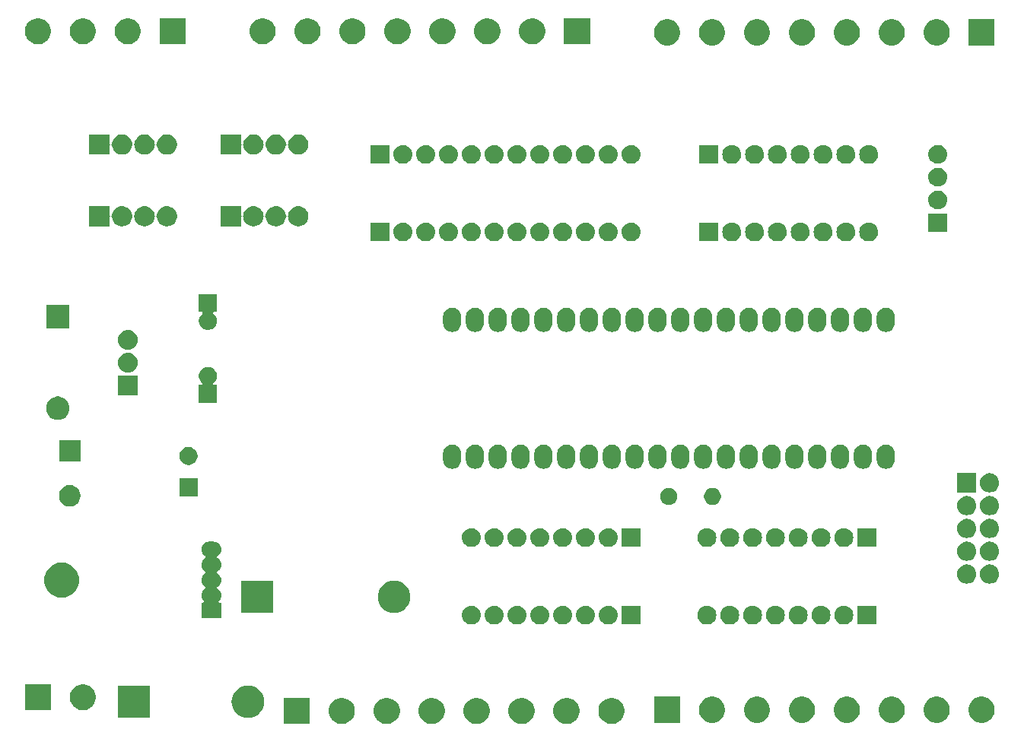
<source format=gbr>
G04 #@! TF.GenerationSoftware,KiCad,Pcbnew,5.0.1*
G04 #@! TF.CreationDate,2019-03-20T15:41:13+05:30*
G04 #@! TF.ProjectId,OpenPLC_V2,4F70656E504C435F56322E6B69636164,rev?*
G04 #@! TF.SameCoordinates,Original*
G04 #@! TF.FileFunction,Soldermask,Bot*
G04 #@! TF.FilePolarity,Negative*
%FSLAX46Y46*%
G04 Gerber Fmt 4.6, Leading zero omitted, Abs format (unit mm)*
G04 Created by KiCad (PCBNEW 5.0.1) date Wed 20 Mar 2019 03:41:13 PM IST*
%MOMM*%
%LPD*%
G01*
G04 APERTURE LIST*
%ADD10C,0.100000*%
G04 APERTURE END LIST*
D10*
G36*
X160263947Y-119001722D02*
X160527833Y-119111027D01*
X160765324Y-119269713D01*
X160967287Y-119471676D01*
X161125973Y-119709167D01*
X161235278Y-119973053D01*
X161291000Y-120253186D01*
X161291000Y-120538814D01*
X161235278Y-120818947D01*
X161125973Y-121082833D01*
X160967287Y-121320324D01*
X160765324Y-121522287D01*
X160527833Y-121680973D01*
X160263947Y-121790278D01*
X159983814Y-121846000D01*
X159698186Y-121846000D01*
X159418053Y-121790278D01*
X159154167Y-121680973D01*
X158916676Y-121522287D01*
X158714713Y-121320324D01*
X158556027Y-121082833D01*
X158446722Y-120818947D01*
X158391000Y-120538814D01*
X158391000Y-120253186D01*
X158446722Y-119973053D01*
X158556027Y-119709167D01*
X158714713Y-119471676D01*
X158916676Y-119269713D01*
X159154167Y-119111027D01*
X159418053Y-119001722D01*
X159698186Y-118946000D01*
X159983814Y-118946000D01*
X160263947Y-119001722D01*
X160263947Y-119001722D01*
G37*
G36*
X130263947Y-119001722D02*
X130527833Y-119111027D01*
X130765324Y-119269713D01*
X130967287Y-119471676D01*
X131125973Y-119709167D01*
X131235278Y-119973053D01*
X131291000Y-120253186D01*
X131291000Y-120538814D01*
X131235278Y-120818947D01*
X131125973Y-121082833D01*
X130967287Y-121320324D01*
X130765324Y-121522287D01*
X130527833Y-121680973D01*
X130263947Y-121790278D01*
X129983814Y-121846000D01*
X129698186Y-121846000D01*
X129418053Y-121790278D01*
X129154167Y-121680973D01*
X128916676Y-121522287D01*
X128714713Y-121320324D01*
X128556027Y-121082833D01*
X128446722Y-120818947D01*
X128391000Y-120538814D01*
X128391000Y-120253186D01*
X128446722Y-119973053D01*
X128556027Y-119709167D01*
X128714713Y-119471676D01*
X128916676Y-119269713D01*
X129154167Y-119111027D01*
X129418053Y-119001722D01*
X129698186Y-118946000D01*
X129983814Y-118946000D01*
X130263947Y-119001722D01*
X130263947Y-119001722D01*
G37*
G36*
X126291000Y-121846000D02*
X123391000Y-121846000D01*
X123391000Y-118946000D01*
X126291000Y-118946000D01*
X126291000Y-121846000D01*
X126291000Y-121846000D01*
G37*
G36*
X135263947Y-119001722D02*
X135527833Y-119111027D01*
X135765324Y-119269713D01*
X135967287Y-119471676D01*
X136125973Y-119709167D01*
X136235278Y-119973053D01*
X136291000Y-120253186D01*
X136291000Y-120538814D01*
X136235278Y-120818947D01*
X136125973Y-121082833D01*
X135967287Y-121320324D01*
X135765324Y-121522287D01*
X135527833Y-121680973D01*
X135263947Y-121790278D01*
X134983814Y-121846000D01*
X134698186Y-121846000D01*
X134418053Y-121790278D01*
X134154167Y-121680973D01*
X133916676Y-121522287D01*
X133714713Y-121320324D01*
X133556027Y-121082833D01*
X133446722Y-120818947D01*
X133391000Y-120538814D01*
X133391000Y-120253186D01*
X133446722Y-119973053D01*
X133556027Y-119709167D01*
X133714713Y-119471676D01*
X133916676Y-119269713D01*
X134154167Y-119111027D01*
X134418053Y-119001722D01*
X134698186Y-118946000D01*
X134983814Y-118946000D01*
X135263947Y-119001722D01*
X135263947Y-119001722D01*
G37*
G36*
X140263947Y-119001722D02*
X140527833Y-119111027D01*
X140765324Y-119269713D01*
X140967287Y-119471676D01*
X141125973Y-119709167D01*
X141235278Y-119973053D01*
X141291000Y-120253186D01*
X141291000Y-120538814D01*
X141235278Y-120818947D01*
X141125973Y-121082833D01*
X140967287Y-121320324D01*
X140765324Y-121522287D01*
X140527833Y-121680973D01*
X140263947Y-121790278D01*
X139983814Y-121846000D01*
X139698186Y-121846000D01*
X139418053Y-121790278D01*
X139154167Y-121680973D01*
X138916676Y-121522287D01*
X138714713Y-121320324D01*
X138556027Y-121082833D01*
X138446722Y-120818947D01*
X138391000Y-120538814D01*
X138391000Y-120253186D01*
X138446722Y-119973053D01*
X138556027Y-119709167D01*
X138714713Y-119471676D01*
X138916676Y-119269713D01*
X139154167Y-119111027D01*
X139418053Y-119001722D01*
X139698186Y-118946000D01*
X139983814Y-118946000D01*
X140263947Y-119001722D01*
X140263947Y-119001722D01*
G37*
G36*
X145263947Y-119001722D02*
X145527833Y-119111027D01*
X145765324Y-119269713D01*
X145967287Y-119471676D01*
X146125973Y-119709167D01*
X146235278Y-119973053D01*
X146291000Y-120253186D01*
X146291000Y-120538814D01*
X146235278Y-120818947D01*
X146125973Y-121082833D01*
X145967287Y-121320324D01*
X145765324Y-121522287D01*
X145527833Y-121680973D01*
X145263947Y-121790278D01*
X144983814Y-121846000D01*
X144698186Y-121846000D01*
X144418053Y-121790278D01*
X144154167Y-121680973D01*
X143916676Y-121522287D01*
X143714713Y-121320324D01*
X143556027Y-121082833D01*
X143446722Y-120818947D01*
X143391000Y-120538814D01*
X143391000Y-120253186D01*
X143446722Y-119973053D01*
X143556027Y-119709167D01*
X143714713Y-119471676D01*
X143916676Y-119269713D01*
X144154167Y-119111027D01*
X144418053Y-119001722D01*
X144698186Y-118946000D01*
X144983814Y-118946000D01*
X145263947Y-119001722D01*
X145263947Y-119001722D01*
G37*
G36*
X150263947Y-119001722D02*
X150527833Y-119111027D01*
X150765324Y-119269713D01*
X150967287Y-119471676D01*
X151125973Y-119709167D01*
X151235278Y-119973053D01*
X151291000Y-120253186D01*
X151291000Y-120538814D01*
X151235278Y-120818947D01*
X151125973Y-121082833D01*
X150967287Y-121320324D01*
X150765324Y-121522287D01*
X150527833Y-121680973D01*
X150263947Y-121790278D01*
X149983814Y-121846000D01*
X149698186Y-121846000D01*
X149418053Y-121790278D01*
X149154167Y-121680973D01*
X148916676Y-121522287D01*
X148714713Y-121320324D01*
X148556027Y-121082833D01*
X148446722Y-120818947D01*
X148391000Y-120538814D01*
X148391000Y-120253186D01*
X148446722Y-119973053D01*
X148556027Y-119709167D01*
X148714713Y-119471676D01*
X148916676Y-119269713D01*
X149154167Y-119111027D01*
X149418053Y-119001722D01*
X149698186Y-118946000D01*
X149983814Y-118946000D01*
X150263947Y-119001722D01*
X150263947Y-119001722D01*
G37*
G36*
X155263947Y-119001722D02*
X155527833Y-119111027D01*
X155765324Y-119269713D01*
X155967287Y-119471676D01*
X156125973Y-119709167D01*
X156235278Y-119973053D01*
X156291000Y-120253186D01*
X156291000Y-120538814D01*
X156235278Y-120818947D01*
X156125973Y-121082833D01*
X155967287Y-121320324D01*
X155765324Y-121522287D01*
X155527833Y-121680973D01*
X155263947Y-121790278D01*
X154983814Y-121846000D01*
X154698186Y-121846000D01*
X154418053Y-121790278D01*
X154154167Y-121680973D01*
X153916676Y-121522287D01*
X153714713Y-121320324D01*
X153556027Y-121082833D01*
X153446722Y-120818947D01*
X153391000Y-120538814D01*
X153391000Y-120253186D01*
X153446722Y-119973053D01*
X153556027Y-119709167D01*
X153714713Y-119471676D01*
X153916676Y-119269713D01*
X154154167Y-119111027D01*
X154418053Y-119001722D01*
X154698186Y-118946000D01*
X154983814Y-118946000D01*
X155263947Y-119001722D01*
X155263947Y-119001722D01*
G37*
G36*
X191463947Y-118874722D02*
X191727833Y-118984027D01*
X191965324Y-119142713D01*
X192167287Y-119344676D01*
X192325973Y-119582167D01*
X192435278Y-119846053D01*
X192491000Y-120126186D01*
X192491000Y-120411814D01*
X192435278Y-120691947D01*
X192325973Y-120955833D01*
X192167287Y-121193324D01*
X191965324Y-121395287D01*
X191727833Y-121553973D01*
X191463947Y-121663278D01*
X191183814Y-121719000D01*
X190898186Y-121719000D01*
X190618053Y-121663278D01*
X190354167Y-121553973D01*
X190116676Y-121395287D01*
X189914713Y-121193324D01*
X189756027Y-120955833D01*
X189646722Y-120691947D01*
X189591000Y-120411814D01*
X189591000Y-120126186D01*
X189646722Y-119846053D01*
X189756027Y-119582167D01*
X189914713Y-119344676D01*
X190116676Y-119142713D01*
X190354167Y-118984027D01*
X190618053Y-118874722D01*
X190898186Y-118819000D01*
X191183814Y-118819000D01*
X191463947Y-118874722D01*
X191463947Y-118874722D01*
G37*
G36*
X201463947Y-118874722D02*
X201727833Y-118984027D01*
X201965324Y-119142713D01*
X202167287Y-119344676D01*
X202325973Y-119582167D01*
X202435278Y-119846053D01*
X202491000Y-120126186D01*
X202491000Y-120411814D01*
X202435278Y-120691947D01*
X202325973Y-120955833D01*
X202167287Y-121193324D01*
X201965324Y-121395287D01*
X201727833Y-121553973D01*
X201463947Y-121663278D01*
X201183814Y-121719000D01*
X200898186Y-121719000D01*
X200618053Y-121663278D01*
X200354167Y-121553973D01*
X200116676Y-121395287D01*
X199914713Y-121193324D01*
X199756027Y-120955833D01*
X199646722Y-120691947D01*
X199591000Y-120411814D01*
X199591000Y-120126186D01*
X199646722Y-119846053D01*
X199756027Y-119582167D01*
X199914713Y-119344676D01*
X200116676Y-119142713D01*
X200354167Y-118984027D01*
X200618053Y-118874722D01*
X200898186Y-118819000D01*
X201183814Y-118819000D01*
X201463947Y-118874722D01*
X201463947Y-118874722D01*
G37*
G36*
X186463947Y-118874722D02*
X186727833Y-118984027D01*
X186965324Y-119142713D01*
X187167287Y-119344676D01*
X187325973Y-119582167D01*
X187435278Y-119846053D01*
X187491000Y-120126186D01*
X187491000Y-120411814D01*
X187435278Y-120691947D01*
X187325973Y-120955833D01*
X187167287Y-121193324D01*
X186965324Y-121395287D01*
X186727833Y-121553973D01*
X186463947Y-121663278D01*
X186183814Y-121719000D01*
X185898186Y-121719000D01*
X185618053Y-121663278D01*
X185354167Y-121553973D01*
X185116676Y-121395287D01*
X184914713Y-121193324D01*
X184756027Y-120955833D01*
X184646722Y-120691947D01*
X184591000Y-120411814D01*
X184591000Y-120126186D01*
X184646722Y-119846053D01*
X184756027Y-119582167D01*
X184914713Y-119344676D01*
X185116676Y-119142713D01*
X185354167Y-118984027D01*
X185618053Y-118874722D01*
X185898186Y-118819000D01*
X186183814Y-118819000D01*
X186463947Y-118874722D01*
X186463947Y-118874722D01*
G37*
G36*
X181463947Y-118874722D02*
X181727833Y-118984027D01*
X181965324Y-119142713D01*
X182167287Y-119344676D01*
X182325973Y-119582167D01*
X182435278Y-119846053D01*
X182491000Y-120126186D01*
X182491000Y-120411814D01*
X182435278Y-120691947D01*
X182325973Y-120955833D01*
X182167287Y-121193324D01*
X181965324Y-121395287D01*
X181727833Y-121553973D01*
X181463947Y-121663278D01*
X181183814Y-121719000D01*
X180898186Y-121719000D01*
X180618053Y-121663278D01*
X180354167Y-121553973D01*
X180116676Y-121395287D01*
X179914713Y-121193324D01*
X179756027Y-120955833D01*
X179646722Y-120691947D01*
X179591000Y-120411814D01*
X179591000Y-120126186D01*
X179646722Y-119846053D01*
X179756027Y-119582167D01*
X179914713Y-119344676D01*
X180116676Y-119142713D01*
X180354167Y-118984027D01*
X180618053Y-118874722D01*
X180898186Y-118819000D01*
X181183814Y-118819000D01*
X181463947Y-118874722D01*
X181463947Y-118874722D01*
G37*
G36*
X176463947Y-118874722D02*
X176727833Y-118984027D01*
X176965324Y-119142713D01*
X177167287Y-119344676D01*
X177325973Y-119582167D01*
X177435278Y-119846053D01*
X177491000Y-120126186D01*
X177491000Y-120411814D01*
X177435278Y-120691947D01*
X177325973Y-120955833D01*
X177167287Y-121193324D01*
X176965324Y-121395287D01*
X176727833Y-121553973D01*
X176463947Y-121663278D01*
X176183814Y-121719000D01*
X175898186Y-121719000D01*
X175618053Y-121663278D01*
X175354167Y-121553973D01*
X175116676Y-121395287D01*
X174914713Y-121193324D01*
X174756027Y-120955833D01*
X174646722Y-120691947D01*
X174591000Y-120411814D01*
X174591000Y-120126186D01*
X174646722Y-119846053D01*
X174756027Y-119582167D01*
X174914713Y-119344676D01*
X175116676Y-119142713D01*
X175354167Y-118984027D01*
X175618053Y-118874722D01*
X175898186Y-118819000D01*
X176183814Y-118819000D01*
X176463947Y-118874722D01*
X176463947Y-118874722D01*
G37*
G36*
X167491000Y-121719000D02*
X164591000Y-121719000D01*
X164591000Y-118819000D01*
X167491000Y-118819000D01*
X167491000Y-121719000D01*
X167491000Y-121719000D01*
G37*
G36*
X171463947Y-118874722D02*
X171727833Y-118984027D01*
X171965324Y-119142713D01*
X172167287Y-119344676D01*
X172325973Y-119582167D01*
X172435278Y-119846053D01*
X172491000Y-120126186D01*
X172491000Y-120411814D01*
X172435278Y-120691947D01*
X172325973Y-120955833D01*
X172167287Y-121193324D01*
X171965324Y-121395287D01*
X171727833Y-121553973D01*
X171463947Y-121663278D01*
X171183814Y-121719000D01*
X170898186Y-121719000D01*
X170618053Y-121663278D01*
X170354167Y-121553973D01*
X170116676Y-121395287D01*
X169914713Y-121193324D01*
X169756027Y-120955833D01*
X169646722Y-120691947D01*
X169591000Y-120411814D01*
X169591000Y-120126186D01*
X169646722Y-119846053D01*
X169756027Y-119582167D01*
X169914713Y-119344676D01*
X170116676Y-119142713D01*
X170354167Y-118984027D01*
X170618053Y-118874722D01*
X170898186Y-118819000D01*
X171183814Y-118819000D01*
X171463947Y-118874722D01*
X171463947Y-118874722D01*
G37*
G36*
X196463947Y-118874722D02*
X196727833Y-118984027D01*
X196965324Y-119142713D01*
X197167287Y-119344676D01*
X197325973Y-119582167D01*
X197435278Y-119846053D01*
X197491000Y-120126186D01*
X197491000Y-120411814D01*
X197435278Y-120691947D01*
X197325973Y-120955833D01*
X197167287Y-121193324D01*
X196965324Y-121395287D01*
X196727833Y-121553973D01*
X196463947Y-121663278D01*
X196183814Y-121719000D01*
X195898186Y-121719000D01*
X195618053Y-121663278D01*
X195354167Y-121553973D01*
X195116676Y-121395287D01*
X194914713Y-121193324D01*
X194756027Y-120955833D01*
X194646722Y-120691947D01*
X194591000Y-120411814D01*
X194591000Y-120126186D01*
X194646722Y-119846053D01*
X194756027Y-119582167D01*
X194914713Y-119344676D01*
X195116676Y-119142713D01*
X195354167Y-118984027D01*
X195618053Y-118874722D01*
X195898186Y-118819000D01*
X196183814Y-118819000D01*
X196463947Y-118874722D01*
X196463947Y-118874722D01*
G37*
G36*
X119732858Y-117606044D02*
X119732861Y-117606045D01*
X119732862Y-117606045D01*
X120072163Y-117708971D01*
X120384865Y-117876113D01*
X120514809Y-117982756D01*
X120658951Y-118101049D01*
X120777244Y-118245191D01*
X120883887Y-118375135D01*
X121051029Y-118687837D01*
X121153955Y-119027138D01*
X121153956Y-119027142D01*
X121188709Y-119380000D01*
X121153956Y-119732858D01*
X121153955Y-119732861D01*
X121153955Y-119732862D01*
X121051029Y-120072163D01*
X120883887Y-120384865D01*
X120777244Y-120514809D01*
X120658951Y-120658951D01*
X120514809Y-120777244D01*
X120384865Y-120883887D01*
X120072163Y-121051029D01*
X119732862Y-121153955D01*
X119732861Y-121153955D01*
X119732858Y-121153956D01*
X119468427Y-121180000D01*
X119291573Y-121180000D01*
X119027142Y-121153956D01*
X119027139Y-121153955D01*
X119027138Y-121153955D01*
X118687837Y-121051029D01*
X118375135Y-120883887D01*
X118245191Y-120777244D01*
X118101049Y-120658951D01*
X117982756Y-120514809D01*
X117876113Y-120384865D01*
X117708971Y-120072163D01*
X117606045Y-119732862D01*
X117606045Y-119732861D01*
X117606044Y-119732858D01*
X117571291Y-119380000D01*
X117606044Y-119027142D01*
X117606045Y-119027138D01*
X117708971Y-118687837D01*
X117876113Y-118375135D01*
X117982756Y-118245191D01*
X118101049Y-118101049D01*
X118245191Y-117982756D01*
X118375135Y-117876113D01*
X118687837Y-117708971D01*
X119027138Y-117606045D01*
X119027139Y-117606045D01*
X119027142Y-117606044D01*
X119291573Y-117580000D01*
X119468427Y-117580000D01*
X119732858Y-117606044D01*
X119732858Y-117606044D01*
G37*
G36*
X108480000Y-121180000D02*
X104880000Y-121180000D01*
X104880000Y-117580000D01*
X108480000Y-117580000D01*
X108480000Y-121180000D01*
X108480000Y-121180000D01*
G37*
G36*
X97462000Y-120322000D02*
X94562000Y-120322000D01*
X94562000Y-117422000D01*
X97462000Y-117422000D01*
X97462000Y-120322000D01*
X97462000Y-120322000D01*
G37*
G36*
X101434947Y-117477722D02*
X101698833Y-117587027D01*
X101936324Y-117745713D01*
X102138287Y-117947676D01*
X102296973Y-118185167D01*
X102406278Y-118449053D01*
X102462000Y-118729186D01*
X102462000Y-119014814D01*
X102406278Y-119294947D01*
X102296973Y-119558833D01*
X102138287Y-119796324D01*
X101936324Y-119998287D01*
X101698833Y-120156973D01*
X101434947Y-120266278D01*
X101154814Y-120322000D01*
X100869186Y-120322000D01*
X100589053Y-120266278D01*
X100325167Y-120156973D01*
X100087676Y-119998287D01*
X99885713Y-119796324D01*
X99727027Y-119558833D01*
X99617722Y-119294947D01*
X99562000Y-119014814D01*
X99562000Y-118729186D01*
X99617722Y-118449053D01*
X99727027Y-118185167D01*
X99885713Y-117947676D01*
X100087676Y-117745713D01*
X100325167Y-117587027D01*
X100589053Y-117477722D01*
X100869186Y-117422000D01*
X101154814Y-117422000D01*
X101434947Y-117477722D01*
X101434947Y-117477722D01*
G37*
G36*
X157090707Y-108685596D02*
X157167836Y-108693193D01*
X157299787Y-108733220D01*
X157365763Y-108753233D01*
X157548172Y-108850733D01*
X157708054Y-108981946D01*
X157839267Y-109141828D01*
X157936767Y-109324237D01*
X157956780Y-109390213D01*
X157996807Y-109522164D01*
X158017080Y-109728000D01*
X157996807Y-109933836D01*
X157956780Y-110065787D01*
X157936767Y-110131763D01*
X157839267Y-110314172D01*
X157708054Y-110474054D01*
X157548172Y-110605267D01*
X157365763Y-110702767D01*
X157299787Y-110722780D01*
X157167836Y-110762807D01*
X157090707Y-110770404D01*
X157013580Y-110778000D01*
X156910420Y-110778000D01*
X156833293Y-110770404D01*
X156756164Y-110762807D01*
X156624213Y-110722780D01*
X156558237Y-110702767D01*
X156375828Y-110605267D01*
X156215946Y-110474054D01*
X156084733Y-110314172D01*
X155987233Y-110131763D01*
X155967220Y-110065787D01*
X155927193Y-109933836D01*
X155906920Y-109728000D01*
X155927193Y-109522164D01*
X155967220Y-109390213D01*
X155987233Y-109324237D01*
X156084733Y-109141828D01*
X156215946Y-108981946D01*
X156375828Y-108850733D01*
X156558237Y-108753233D01*
X156624213Y-108733220D01*
X156756164Y-108693193D01*
X156833293Y-108685596D01*
X156910420Y-108678000D01*
X157013580Y-108678000D01*
X157090707Y-108685596D01*
X157090707Y-108685596D01*
G37*
G36*
X189295430Y-110778000D02*
X187195430Y-110778000D01*
X187195430Y-108678000D01*
X189295430Y-108678000D01*
X189295430Y-110778000D01*
X189295430Y-110778000D01*
G37*
G36*
X183294137Y-108685596D02*
X183371266Y-108693193D01*
X183503217Y-108733220D01*
X183569193Y-108753233D01*
X183751602Y-108850733D01*
X183911484Y-108981946D01*
X184042697Y-109141828D01*
X184140197Y-109324237D01*
X184160210Y-109390213D01*
X184200237Y-109522164D01*
X184220510Y-109728000D01*
X184200237Y-109933836D01*
X184160210Y-110065787D01*
X184140197Y-110131763D01*
X184042697Y-110314172D01*
X183911484Y-110474054D01*
X183751602Y-110605267D01*
X183569193Y-110702767D01*
X183503217Y-110722780D01*
X183371266Y-110762807D01*
X183294137Y-110770404D01*
X183217010Y-110778000D01*
X183113850Y-110778000D01*
X183036723Y-110770404D01*
X182959594Y-110762807D01*
X182827643Y-110722780D01*
X182761667Y-110702767D01*
X182579258Y-110605267D01*
X182419376Y-110474054D01*
X182288163Y-110314172D01*
X182190663Y-110131763D01*
X182170650Y-110065787D01*
X182130623Y-109933836D01*
X182110350Y-109728000D01*
X182130623Y-109522164D01*
X182170650Y-109390213D01*
X182190663Y-109324237D01*
X182288163Y-109141828D01*
X182419376Y-108981946D01*
X182579258Y-108850733D01*
X182761667Y-108753233D01*
X182827643Y-108733220D01*
X182959594Y-108693193D01*
X183036723Y-108685596D01*
X183113850Y-108678000D01*
X183217010Y-108678000D01*
X183294137Y-108685596D01*
X183294137Y-108685596D01*
G37*
G36*
X180754137Y-108685596D02*
X180831266Y-108693193D01*
X180963217Y-108733220D01*
X181029193Y-108753233D01*
X181211602Y-108850733D01*
X181371484Y-108981946D01*
X181502697Y-109141828D01*
X181600197Y-109324237D01*
X181620210Y-109390213D01*
X181660237Y-109522164D01*
X181680510Y-109728000D01*
X181660237Y-109933836D01*
X181620210Y-110065787D01*
X181600197Y-110131763D01*
X181502697Y-110314172D01*
X181371484Y-110474054D01*
X181211602Y-110605267D01*
X181029193Y-110702767D01*
X180963217Y-110722780D01*
X180831266Y-110762807D01*
X180754137Y-110770404D01*
X180677010Y-110778000D01*
X180573850Y-110778000D01*
X180496723Y-110770404D01*
X180419594Y-110762807D01*
X180287643Y-110722780D01*
X180221667Y-110702767D01*
X180039258Y-110605267D01*
X179879376Y-110474054D01*
X179748163Y-110314172D01*
X179650663Y-110131763D01*
X179630650Y-110065787D01*
X179590623Y-109933836D01*
X179570350Y-109728000D01*
X179590623Y-109522164D01*
X179630650Y-109390213D01*
X179650663Y-109324237D01*
X179748163Y-109141828D01*
X179879376Y-108981946D01*
X180039258Y-108850733D01*
X180221667Y-108753233D01*
X180287643Y-108733220D01*
X180419594Y-108693193D01*
X180496723Y-108685596D01*
X180573850Y-108678000D01*
X180677010Y-108678000D01*
X180754137Y-108685596D01*
X180754137Y-108685596D01*
G37*
G36*
X178214137Y-108685596D02*
X178291266Y-108693193D01*
X178423217Y-108733220D01*
X178489193Y-108753233D01*
X178671602Y-108850733D01*
X178831484Y-108981946D01*
X178962697Y-109141828D01*
X179060197Y-109324237D01*
X179080210Y-109390213D01*
X179120237Y-109522164D01*
X179140510Y-109728000D01*
X179120237Y-109933836D01*
X179080210Y-110065787D01*
X179060197Y-110131763D01*
X178962697Y-110314172D01*
X178831484Y-110474054D01*
X178671602Y-110605267D01*
X178489193Y-110702767D01*
X178423217Y-110722780D01*
X178291266Y-110762807D01*
X178214137Y-110770404D01*
X178137010Y-110778000D01*
X178033850Y-110778000D01*
X177956723Y-110770404D01*
X177879594Y-110762807D01*
X177747643Y-110722780D01*
X177681667Y-110702767D01*
X177499258Y-110605267D01*
X177339376Y-110474054D01*
X177208163Y-110314172D01*
X177110663Y-110131763D01*
X177090650Y-110065787D01*
X177050623Y-109933836D01*
X177030350Y-109728000D01*
X177050623Y-109522164D01*
X177090650Y-109390213D01*
X177110663Y-109324237D01*
X177208163Y-109141828D01*
X177339376Y-108981946D01*
X177499258Y-108850733D01*
X177681667Y-108753233D01*
X177747643Y-108733220D01*
X177879594Y-108693193D01*
X177956723Y-108685596D01*
X178033850Y-108678000D01*
X178137010Y-108678000D01*
X178214137Y-108685596D01*
X178214137Y-108685596D01*
G37*
G36*
X144390707Y-108685596D02*
X144467836Y-108693193D01*
X144599787Y-108733220D01*
X144665763Y-108753233D01*
X144848172Y-108850733D01*
X145008054Y-108981946D01*
X145139267Y-109141828D01*
X145236767Y-109324237D01*
X145256780Y-109390213D01*
X145296807Y-109522164D01*
X145317080Y-109728000D01*
X145296807Y-109933836D01*
X145256780Y-110065787D01*
X145236767Y-110131763D01*
X145139267Y-110314172D01*
X145008054Y-110474054D01*
X144848172Y-110605267D01*
X144665763Y-110702767D01*
X144599787Y-110722780D01*
X144467836Y-110762807D01*
X144390707Y-110770404D01*
X144313580Y-110778000D01*
X144210420Y-110778000D01*
X144133293Y-110770404D01*
X144056164Y-110762807D01*
X143924213Y-110722780D01*
X143858237Y-110702767D01*
X143675828Y-110605267D01*
X143515946Y-110474054D01*
X143384733Y-110314172D01*
X143287233Y-110131763D01*
X143267220Y-110065787D01*
X143227193Y-109933836D01*
X143206920Y-109728000D01*
X143227193Y-109522164D01*
X143267220Y-109390213D01*
X143287233Y-109324237D01*
X143384733Y-109141828D01*
X143515946Y-108981946D01*
X143675828Y-108850733D01*
X143858237Y-108753233D01*
X143924213Y-108733220D01*
X144056164Y-108693193D01*
X144133293Y-108685596D01*
X144210420Y-108678000D01*
X144313580Y-108678000D01*
X144390707Y-108685596D01*
X144390707Y-108685596D01*
G37*
G36*
X146930707Y-108685596D02*
X147007836Y-108693193D01*
X147139787Y-108733220D01*
X147205763Y-108753233D01*
X147388172Y-108850733D01*
X147548054Y-108981946D01*
X147679267Y-109141828D01*
X147776767Y-109324237D01*
X147796780Y-109390213D01*
X147836807Y-109522164D01*
X147857080Y-109728000D01*
X147836807Y-109933836D01*
X147796780Y-110065787D01*
X147776767Y-110131763D01*
X147679267Y-110314172D01*
X147548054Y-110474054D01*
X147388172Y-110605267D01*
X147205763Y-110702767D01*
X147139787Y-110722780D01*
X147007836Y-110762807D01*
X146930707Y-110770404D01*
X146853580Y-110778000D01*
X146750420Y-110778000D01*
X146673293Y-110770404D01*
X146596164Y-110762807D01*
X146464213Y-110722780D01*
X146398237Y-110702767D01*
X146215828Y-110605267D01*
X146055946Y-110474054D01*
X145924733Y-110314172D01*
X145827233Y-110131763D01*
X145807220Y-110065787D01*
X145767193Y-109933836D01*
X145746920Y-109728000D01*
X145767193Y-109522164D01*
X145807220Y-109390213D01*
X145827233Y-109324237D01*
X145924733Y-109141828D01*
X146055946Y-108981946D01*
X146215828Y-108850733D01*
X146398237Y-108753233D01*
X146464213Y-108733220D01*
X146596164Y-108693193D01*
X146673293Y-108685596D01*
X146750420Y-108678000D01*
X146853580Y-108678000D01*
X146930707Y-108685596D01*
X146930707Y-108685596D01*
G37*
G36*
X149470707Y-108685596D02*
X149547836Y-108693193D01*
X149679787Y-108733220D01*
X149745763Y-108753233D01*
X149928172Y-108850733D01*
X150088054Y-108981946D01*
X150219267Y-109141828D01*
X150316767Y-109324237D01*
X150336780Y-109390213D01*
X150376807Y-109522164D01*
X150397080Y-109728000D01*
X150376807Y-109933836D01*
X150336780Y-110065787D01*
X150316767Y-110131763D01*
X150219267Y-110314172D01*
X150088054Y-110474054D01*
X149928172Y-110605267D01*
X149745763Y-110702767D01*
X149679787Y-110722780D01*
X149547836Y-110762807D01*
X149470707Y-110770404D01*
X149393580Y-110778000D01*
X149290420Y-110778000D01*
X149213293Y-110770404D01*
X149136164Y-110762807D01*
X149004213Y-110722780D01*
X148938237Y-110702767D01*
X148755828Y-110605267D01*
X148595946Y-110474054D01*
X148464733Y-110314172D01*
X148367233Y-110131763D01*
X148347220Y-110065787D01*
X148307193Y-109933836D01*
X148286920Y-109728000D01*
X148307193Y-109522164D01*
X148347220Y-109390213D01*
X148367233Y-109324237D01*
X148464733Y-109141828D01*
X148595946Y-108981946D01*
X148755828Y-108850733D01*
X148938237Y-108753233D01*
X149004213Y-108733220D01*
X149136164Y-108693193D01*
X149213293Y-108685596D01*
X149290420Y-108678000D01*
X149393580Y-108678000D01*
X149470707Y-108685596D01*
X149470707Y-108685596D01*
G37*
G36*
X154550707Y-108685596D02*
X154627836Y-108693193D01*
X154759787Y-108733220D01*
X154825763Y-108753233D01*
X155008172Y-108850733D01*
X155168054Y-108981946D01*
X155299267Y-109141828D01*
X155396767Y-109324237D01*
X155416780Y-109390213D01*
X155456807Y-109522164D01*
X155477080Y-109728000D01*
X155456807Y-109933836D01*
X155416780Y-110065787D01*
X155396767Y-110131763D01*
X155299267Y-110314172D01*
X155168054Y-110474054D01*
X155008172Y-110605267D01*
X154825763Y-110702767D01*
X154759787Y-110722780D01*
X154627836Y-110762807D01*
X154550707Y-110770404D01*
X154473580Y-110778000D01*
X154370420Y-110778000D01*
X154293293Y-110770404D01*
X154216164Y-110762807D01*
X154084213Y-110722780D01*
X154018237Y-110702767D01*
X153835828Y-110605267D01*
X153675946Y-110474054D01*
X153544733Y-110314172D01*
X153447233Y-110131763D01*
X153427220Y-110065787D01*
X153387193Y-109933836D01*
X153366920Y-109728000D01*
X153387193Y-109522164D01*
X153427220Y-109390213D01*
X153447233Y-109324237D01*
X153544733Y-109141828D01*
X153675946Y-108981946D01*
X153835828Y-108850733D01*
X154018237Y-108753233D01*
X154084213Y-108733220D01*
X154216164Y-108693193D01*
X154293293Y-108685596D01*
X154370420Y-108678000D01*
X154473580Y-108678000D01*
X154550707Y-108685596D01*
X154550707Y-108685596D01*
G37*
G36*
X175674137Y-108685596D02*
X175751266Y-108693193D01*
X175883217Y-108733220D01*
X175949193Y-108753233D01*
X176131602Y-108850733D01*
X176291484Y-108981946D01*
X176422697Y-109141828D01*
X176520197Y-109324237D01*
X176540210Y-109390213D01*
X176580237Y-109522164D01*
X176600510Y-109728000D01*
X176580237Y-109933836D01*
X176540210Y-110065787D01*
X176520197Y-110131763D01*
X176422697Y-110314172D01*
X176291484Y-110474054D01*
X176131602Y-110605267D01*
X175949193Y-110702767D01*
X175883217Y-110722780D01*
X175751266Y-110762807D01*
X175674137Y-110770404D01*
X175597010Y-110778000D01*
X175493850Y-110778000D01*
X175416723Y-110770404D01*
X175339594Y-110762807D01*
X175207643Y-110722780D01*
X175141667Y-110702767D01*
X174959258Y-110605267D01*
X174799376Y-110474054D01*
X174668163Y-110314172D01*
X174570663Y-110131763D01*
X174550650Y-110065787D01*
X174510623Y-109933836D01*
X174490350Y-109728000D01*
X174510623Y-109522164D01*
X174550650Y-109390213D01*
X174570663Y-109324237D01*
X174668163Y-109141828D01*
X174799376Y-108981946D01*
X174959258Y-108850733D01*
X175141667Y-108753233D01*
X175207643Y-108733220D01*
X175339594Y-108693193D01*
X175416723Y-108685596D01*
X175493850Y-108678000D01*
X175597010Y-108678000D01*
X175674137Y-108685596D01*
X175674137Y-108685596D01*
G37*
G36*
X159630707Y-108685596D02*
X159707836Y-108693193D01*
X159839787Y-108733220D01*
X159905763Y-108753233D01*
X160088172Y-108850733D01*
X160248054Y-108981946D01*
X160379267Y-109141828D01*
X160476767Y-109324237D01*
X160496780Y-109390213D01*
X160536807Y-109522164D01*
X160557080Y-109728000D01*
X160536807Y-109933836D01*
X160496780Y-110065787D01*
X160476767Y-110131763D01*
X160379267Y-110314172D01*
X160248054Y-110474054D01*
X160088172Y-110605267D01*
X159905763Y-110702767D01*
X159839787Y-110722780D01*
X159707836Y-110762807D01*
X159630707Y-110770404D01*
X159553580Y-110778000D01*
X159450420Y-110778000D01*
X159373293Y-110770404D01*
X159296164Y-110762807D01*
X159164213Y-110722780D01*
X159098237Y-110702767D01*
X158915828Y-110605267D01*
X158755946Y-110474054D01*
X158624733Y-110314172D01*
X158527233Y-110131763D01*
X158507220Y-110065787D01*
X158467193Y-109933836D01*
X158446920Y-109728000D01*
X158467193Y-109522164D01*
X158507220Y-109390213D01*
X158527233Y-109324237D01*
X158624733Y-109141828D01*
X158755946Y-108981946D01*
X158915828Y-108850733D01*
X159098237Y-108753233D01*
X159164213Y-108733220D01*
X159296164Y-108693193D01*
X159373293Y-108685596D01*
X159450420Y-108678000D01*
X159553580Y-108678000D01*
X159630707Y-108685596D01*
X159630707Y-108685596D01*
G37*
G36*
X163092000Y-110778000D02*
X160992000Y-110778000D01*
X160992000Y-108678000D01*
X163092000Y-108678000D01*
X163092000Y-110778000D01*
X163092000Y-110778000D01*
G37*
G36*
X170594137Y-108685596D02*
X170671266Y-108693193D01*
X170803217Y-108733220D01*
X170869193Y-108753233D01*
X171051602Y-108850733D01*
X171211484Y-108981946D01*
X171342697Y-109141828D01*
X171440197Y-109324237D01*
X171460210Y-109390213D01*
X171500237Y-109522164D01*
X171520510Y-109728000D01*
X171500237Y-109933836D01*
X171460210Y-110065787D01*
X171440197Y-110131763D01*
X171342697Y-110314172D01*
X171211484Y-110474054D01*
X171051602Y-110605267D01*
X170869193Y-110702767D01*
X170803217Y-110722780D01*
X170671266Y-110762807D01*
X170594137Y-110770404D01*
X170517010Y-110778000D01*
X170413850Y-110778000D01*
X170336723Y-110770404D01*
X170259594Y-110762807D01*
X170127643Y-110722780D01*
X170061667Y-110702767D01*
X169879258Y-110605267D01*
X169719376Y-110474054D01*
X169588163Y-110314172D01*
X169490663Y-110131763D01*
X169470650Y-110065787D01*
X169430623Y-109933836D01*
X169410350Y-109728000D01*
X169430623Y-109522164D01*
X169470650Y-109390213D01*
X169490663Y-109324237D01*
X169588163Y-109141828D01*
X169719376Y-108981946D01*
X169879258Y-108850733D01*
X170061667Y-108753233D01*
X170127643Y-108733220D01*
X170259594Y-108693193D01*
X170336723Y-108685596D01*
X170413850Y-108678000D01*
X170517010Y-108678000D01*
X170594137Y-108685596D01*
X170594137Y-108685596D01*
G37*
G36*
X173134137Y-108685596D02*
X173211266Y-108693193D01*
X173343217Y-108733220D01*
X173409193Y-108753233D01*
X173591602Y-108850733D01*
X173751484Y-108981946D01*
X173882697Y-109141828D01*
X173980197Y-109324237D01*
X174000210Y-109390213D01*
X174040237Y-109522164D01*
X174060510Y-109728000D01*
X174040237Y-109933836D01*
X174000210Y-110065787D01*
X173980197Y-110131763D01*
X173882697Y-110314172D01*
X173751484Y-110474054D01*
X173591602Y-110605267D01*
X173409193Y-110702767D01*
X173343217Y-110722780D01*
X173211266Y-110762807D01*
X173134137Y-110770404D01*
X173057010Y-110778000D01*
X172953850Y-110778000D01*
X172876723Y-110770404D01*
X172799594Y-110762807D01*
X172667643Y-110722780D01*
X172601667Y-110702767D01*
X172419258Y-110605267D01*
X172259376Y-110474054D01*
X172128163Y-110314172D01*
X172030663Y-110131763D01*
X172010650Y-110065787D01*
X171970623Y-109933836D01*
X171950350Y-109728000D01*
X171970623Y-109522164D01*
X172010650Y-109390213D01*
X172030663Y-109324237D01*
X172128163Y-109141828D01*
X172259376Y-108981946D01*
X172419258Y-108850733D01*
X172601667Y-108753233D01*
X172667643Y-108733220D01*
X172799594Y-108693193D01*
X172876723Y-108685596D01*
X172953850Y-108678000D01*
X173057010Y-108678000D01*
X173134137Y-108685596D01*
X173134137Y-108685596D01*
G37*
G36*
X185834137Y-108685596D02*
X185911266Y-108693193D01*
X186043217Y-108733220D01*
X186109193Y-108753233D01*
X186291602Y-108850733D01*
X186451484Y-108981946D01*
X186582697Y-109141828D01*
X186680197Y-109324237D01*
X186700210Y-109390213D01*
X186740237Y-109522164D01*
X186760510Y-109728000D01*
X186740237Y-109933836D01*
X186700210Y-110065787D01*
X186680197Y-110131763D01*
X186582697Y-110314172D01*
X186451484Y-110474054D01*
X186291602Y-110605267D01*
X186109193Y-110702767D01*
X186043217Y-110722780D01*
X185911266Y-110762807D01*
X185834137Y-110770404D01*
X185757010Y-110778000D01*
X185653850Y-110778000D01*
X185576723Y-110770404D01*
X185499594Y-110762807D01*
X185367643Y-110722780D01*
X185301667Y-110702767D01*
X185119258Y-110605267D01*
X184959376Y-110474054D01*
X184828163Y-110314172D01*
X184730663Y-110131763D01*
X184710650Y-110065787D01*
X184670623Y-109933836D01*
X184650350Y-109728000D01*
X184670623Y-109522164D01*
X184710650Y-109390213D01*
X184730663Y-109324237D01*
X184828163Y-109141828D01*
X184959376Y-108981946D01*
X185119258Y-108850733D01*
X185301667Y-108753233D01*
X185367643Y-108733220D01*
X185499594Y-108693193D01*
X185576723Y-108685596D01*
X185653850Y-108678000D01*
X185757010Y-108678000D01*
X185834137Y-108685596D01*
X185834137Y-108685596D01*
G37*
G36*
X152010707Y-108685596D02*
X152087836Y-108693193D01*
X152219787Y-108733220D01*
X152285763Y-108753233D01*
X152468172Y-108850733D01*
X152628054Y-108981946D01*
X152759267Y-109141828D01*
X152856767Y-109324237D01*
X152876780Y-109390213D01*
X152916807Y-109522164D01*
X152937080Y-109728000D01*
X152916807Y-109933836D01*
X152876780Y-110065787D01*
X152856767Y-110131763D01*
X152759267Y-110314172D01*
X152628054Y-110474054D01*
X152468172Y-110605267D01*
X152285763Y-110702767D01*
X152219787Y-110722780D01*
X152087836Y-110762807D01*
X152010707Y-110770404D01*
X151933580Y-110778000D01*
X151830420Y-110778000D01*
X151753293Y-110770404D01*
X151676164Y-110762807D01*
X151544213Y-110722780D01*
X151478237Y-110702767D01*
X151295828Y-110605267D01*
X151135946Y-110474054D01*
X151004733Y-110314172D01*
X150907233Y-110131763D01*
X150887220Y-110065787D01*
X150847193Y-109933836D01*
X150826920Y-109728000D01*
X150847193Y-109522164D01*
X150887220Y-109390213D01*
X150907233Y-109324237D01*
X151004733Y-109141828D01*
X151135946Y-108981946D01*
X151295828Y-108850733D01*
X151478237Y-108753233D01*
X151544213Y-108733220D01*
X151676164Y-108693193D01*
X151753293Y-108685596D01*
X151830420Y-108678000D01*
X151933580Y-108678000D01*
X152010707Y-108685596D01*
X152010707Y-108685596D01*
G37*
G36*
X115626829Y-101549220D02*
X115712530Y-101557661D01*
X115822489Y-101591017D01*
X115877469Y-101607695D01*
X115916592Y-101628607D01*
X116029476Y-101688944D01*
X116162712Y-101798288D01*
X116272056Y-101931524D01*
X116326222Y-102032863D01*
X116353305Y-102083531D01*
X116369983Y-102138511D01*
X116403339Y-102248470D01*
X116420233Y-102420000D01*
X116403339Y-102591530D01*
X116395916Y-102616000D01*
X116353305Y-102756469D01*
X116326222Y-102807137D01*
X116272056Y-102908476D01*
X116162712Y-103041712D01*
X116029476Y-103151056D01*
X116013180Y-103159766D01*
X115992816Y-103173373D01*
X115975489Y-103190700D01*
X115961875Y-103211075D01*
X115952498Y-103233714D01*
X115947717Y-103257747D01*
X115947717Y-103282251D01*
X115952497Y-103306285D01*
X115961874Y-103328924D01*
X115975488Y-103349299D01*
X115992815Y-103366626D01*
X116013180Y-103380234D01*
X116029476Y-103388944D01*
X116162712Y-103498288D01*
X116272056Y-103631524D01*
X116326222Y-103732863D01*
X116353305Y-103783531D01*
X116353305Y-103783532D01*
X116403339Y-103948470D01*
X116420233Y-104120000D01*
X116403339Y-104291530D01*
X116370349Y-104400282D01*
X116353305Y-104456469D01*
X116326222Y-104507137D01*
X116272056Y-104608476D01*
X116162712Y-104741712D01*
X116029476Y-104851056D01*
X116013180Y-104859766D01*
X115992816Y-104873373D01*
X115975489Y-104890700D01*
X115961875Y-104911075D01*
X115952498Y-104933714D01*
X115947717Y-104957747D01*
X115947717Y-104982251D01*
X115952497Y-105006285D01*
X115961874Y-105028924D01*
X115975488Y-105049299D01*
X115992815Y-105066626D01*
X116013180Y-105080234D01*
X116029476Y-105088944D01*
X116162712Y-105198288D01*
X116272056Y-105331524D01*
X116289683Y-105364503D01*
X116353305Y-105483531D01*
X116353305Y-105483532D01*
X116403339Y-105648470D01*
X116420233Y-105820000D01*
X116403339Y-105991530D01*
X116369983Y-106101489D01*
X116353305Y-106156469D01*
X116334253Y-106192113D01*
X116272056Y-106308476D01*
X116162712Y-106441712D01*
X116029476Y-106551056D01*
X116013180Y-106559766D01*
X115992816Y-106573373D01*
X115975489Y-106590700D01*
X115961875Y-106611075D01*
X115952498Y-106633714D01*
X115947717Y-106657747D01*
X115947717Y-106682251D01*
X115952497Y-106706285D01*
X115961874Y-106728924D01*
X115975488Y-106749299D01*
X115992815Y-106766626D01*
X116013180Y-106780234D01*
X116029476Y-106788944D01*
X116162712Y-106898288D01*
X116272056Y-107031524D01*
X116326222Y-107132863D01*
X116353305Y-107183531D01*
X116353305Y-107183532D01*
X116403339Y-107348470D01*
X116420233Y-107520000D01*
X116403339Y-107691530D01*
X116379535Y-107770000D01*
X116353305Y-107856469D01*
X116326222Y-107907137D01*
X116272056Y-108008476D01*
X116163538Y-108140706D01*
X116149928Y-108161076D01*
X116140550Y-108183715D01*
X116135770Y-108207748D01*
X116135770Y-108232252D01*
X116140551Y-108256286D01*
X116149928Y-108278925D01*
X116163542Y-108299299D01*
X116180869Y-108316627D01*
X116201244Y-108330240D01*
X116223883Y-108339618D01*
X116260168Y-108345000D01*
X116416000Y-108345000D01*
X116416000Y-110095000D01*
X114216000Y-110095000D01*
X114216000Y-108345000D01*
X114371832Y-108345000D01*
X114396218Y-108342598D01*
X114419667Y-108335485D01*
X114441278Y-108323934D01*
X114460220Y-108308388D01*
X114475766Y-108289446D01*
X114487317Y-108267835D01*
X114494430Y-108244386D01*
X114496832Y-108220000D01*
X114494430Y-108195614D01*
X114487317Y-108172165D01*
X114468461Y-108140704D01*
X114359944Y-108008476D01*
X114305778Y-107907137D01*
X114278695Y-107856469D01*
X114252465Y-107770000D01*
X114228661Y-107691530D01*
X114211767Y-107520000D01*
X114228661Y-107348470D01*
X114278695Y-107183532D01*
X114278695Y-107183531D01*
X114305778Y-107132863D01*
X114359944Y-107031524D01*
X114469288Y-106898288D01*
X114602524Y-106788944D01*
X114618820Y-106780234D01*
X114639184Y-106766627D01*
X114656511Y-106749300D01*
X114670125Y-106728925D01*
X114679502Y-106706286D01*
X114684283Y-106682253D01*
X114684283Y-106657749D01*
X114679503Y-106633715D01*
X114670126Y-106611076D01*
X114656512Y-106590701D01*
X114639185Y-106573374D01*
X114618820Y-106559766D01*
X114602524Y-106551056D01*
X114469288Y-106441712D01*
X114359944Y-106308476D01*
X114297747Y-106192113D01*
X114278695Y-106156469D01*
X114262017Y-106101489D01*
X114228661Y-105991530D01*
X114211767Y-105820000D01*
X114228661Y-105648470D01*
X114278695Y-105483532D01*
X114278695Y-105483531D01*
X114342317Y-105364503D01*
X114359944Y-105331524D01*
X114469288Y-105198288D01*
X114602524Y-105088944D01*
X114618820Y-105080234D01*
X114639184Y-105066627D01*
X114656511Y-105049300D01*
X114670125Y-105028925D01*
X114679502Y-105006286D01*
X114684283Y-104982253D01*
X114684283Y-104957749D01*
X114679503Y-104933715D01*
X114670126Y-104911076D01*
X114656512Y-104890701D01*
X114639185Y-104873374D01*
X114618820Y-104859766D01*
X114602524Y-104851056D01*
X114469288Y-104741712D01*
X114359944Y-104608476D01*
X114305778Y-104507137D01*
X114278695Y-104456469D01*
X114261651Y-104400282D01*
X114228661Y-104291530D01*
X114211767Y-104120000D01*
X114228661Y-103948470D01*
X114278695Y-103783532D01*
X114278695Y-103783531D01*
X114305778Y-103732863D01*
X114359944Y-103631524D01*
X114469288Y-103498288D01*
X114602524Y-103388944D01*
X114618820Y-103380234D01*
X114639184Y-103366627D01*
X114656511Y-103349300D01*
X114670125Y-103328925D01*
X114679502Y-103306286D01*
X114684283Y-103282253D01*
X114684283Y-103257749D01*
X114679503Y-103233715D01*
X114670126Y-103211076D01*
X114656512Y-103190701D01*
X114639185Y-103173374D01*
X114618820Y-103159766D01*
X114602524Y-103151056D01*
X114469288Y-103041712D01*
X114359944Y-102908476D01*
X114305778Y-102807137D01*
X114278695Y-102756469D01*
X114236084Y-102616000D01*
X114228661Y-102591530D01*
X114211767Y-102420000D01*
X114228661Y-102248470D01*
X114262017Y-102138511D01*
X114278695Y-102083531D01*
X114305778Y-102032863D01*
X114359944Y-101931524D01*
X114469288Y-101798288D01*
X114602524Y-101688944D01*
X114715408Y-101628607D01*
X114754531Y-101607695D01*
X114809511Y-101591017D01*
X114919470Y-101557661D01*
X115005171Y-101549220D01*
X115048020Y-101545000D01*
X115583980Y-101545000D01*
X115626829Y-101549220D01*
X115626829Y-101549220D01*
G37*
G36*
X122211200Y-109496000D02*
X118611200Y-109496000D01*
X118611200Y-105896000D01*
X122211200Y-105896000D01*
X122211200Y-109496000D01*
X122211200Y-109496000D01*
G37*
G36*
X136004058Y-105922044D02*
X136004061Y-105922045D01*
X136004062Y-105922045D01*
X136343363Y-106024971D01*
X136656065Y-106192113D01*
X136786009Y-106298756D01*
X136930151Y-106417049D01*
X137047269Y-106559759D01*
X137155087Y-106691135D01*
X137322229Y-107003837D01*
X137376739Y-107183532D01*
X137425156Y-107343142D01*
X137459909Y-107696000D01*
X137425156Y-108048858D01*
X137425155Y-108048861D01*
X137425155Y-108048862D01*
X137322229Y-108388163D01*
X137155087Y-108700865D01*
X137048444Y-108830809D01*
X136930151Y-108974951D01*
X136786009Y-109093244D01*
X136656065Y-109199887D01*
X136343363Y-109367029D01*
X136004062Y-109469955D01*
X136004061Y-109469955D01*
X136004058Y-109469956D01*
X135739627Y-109496000D01*
X135562773Y-109496000D01*
X135298342Y-109469956D01*
X135298339Y-109469955D01*
X135298338Y-109469955D01*
X134959037Y-109367029D01*
X134646335Y-109199887D01*
X134516391Y-109093244D01*
X134372249Y-108974951D01*
X134253956Y-108830809D01*
X134147313Y-108700865D01*
X133980171Y-108388163D01*
X133877245Y-108048862D01*
X133877245Y-108048861D01*
X133877244Y-108048858D01*
X133842491Y-107696000D01*
X133877244Y-107343142D01*
X133925661Y-107183532D01*
X133980171Y-107003837D01*
X134147313Y-106691135D01*
X134255131Y-106559759D01*
X134372249Y-106417049D01*
X134516391Y-106298756D01*
X134646335Y-106192113D01*
X134959037Y-106024971D01*
X135298338Y-105922045D01*
X135298339Y-105922045D01*
X135298342Y-105922044D01*
X135562773Y-105896000D01*
X135739627Y-105896000D01*
X136004058Y-105922044D01*
X136004058Y-105922044D01*
G37*
G36*
X99038263Y-103898214D02*
X99038266Y-103898215D01*
X99038267Y-103898215D01*
X99405843Y-104009718D01*
X99744604Y-104190789D01*
X100041530Y-104434470D01*
X100285211Y-104731396D01*
X100466282Y-105070157D01*
X100555571Y-105364503D01*
X100577786Y-105437737D01*
X100615435Y-105820000D01*
X100577786Y-106202263D01*
X100577785Y-106202266D01*
X100577785Y-106202267D01*
X100466282Y-106569843D01*
X100285211Y-106908604D01*
X100041530Y-107205530D01*
X99744604Y-107449211D01*
X99405843Y-107630282D01*
X99038267Y-107741785D01*
X99038266Y-107741785D01*
X99038263Y-107741786D01*
X98751799Y-107770000D01*
X98560201Y-107770000D01*
X98273737Y-107741786D01*
X98273734Y-107741785D01*
X98273733Y-107741785D01*
X97906157Y-107630282D01*
X97567396Y-107449211D01*
X97270470Y-107205530D01*
X97026789Y-106908604D01*
X96845718Y-106569843D01*
X96734215Y-106202267D01*
X96734215Y-106202266D01*
X96734214Y-106202263D01*
X96696565Y-105820000D01*
X96734214Y-105437737D01*
X96756429Y-105364503D01*
X96845718Y-105070157D01*
X97026789Y-104731396D01*
X97270470Y-104434470D01*
X97567396Y-104190789D01*
X97906157Y-104009718D01*
X98273733Y-103898215D01*
X98273734Y-103898215D01*
X98273737Y-103898214D01*
X98560201Y-103870000D01*
X98751799Y-103870000D01*
X99038263Y-103898214D01*
X99038263Y-103898214D01*
G37*
G36*
X199598503Y-104107789D02*
X199798991Y-104168607D01*
X199983764Y-104267369D01*
X200145718Y-104400282D01*
X200278631Y-104562236D01*
X200377393Y-104747009D01*
X200438211Y-104947497D01*
X200458746Y-105156000D01*
X200438211Y-105364503D01*
X200377393Y-105564991D01*
X200278631Y-105749764D01*
X200145718Y-105911718D01*
X199983764Y-106044631D01*
X199798991Y-106143393D01*
X199598503Y-106204211D01*
X199442251Y-106219600D01*
X199337749Y-106219600D01*
X199181497Y-106204211D01*
X198981009Y-106143393D01*
X198796236Y-106044631D01*
X198634282Y-105911718D01*
X198501369Y-105749764D01*
X198402607Y-105564991D01*
X198341789Y-105364503D01*
X198321254Y-105156000D01*
X198341789Y-104947497D01*
X198402607Y-104747009D01*
X198501369Y-104562236D01*
X198634282Y-104400282D01*
X198796236Y-104267369D01*
X198981009Y-104168607D01*
X199181497Y-104107789D01*
X199337749Y-104092400D01*
X199442251Y-104092400D01*
X199598503Y-104107789D01*
X199598503Y-104107789D01*
G37*
G36*
X202138503Y-104107789D02*
X202338991Y-104168607D01*
X202523764Y-104267369D01*
X202685718Y-104400282D01*
X202818631Y-104562236D01*
X202917393Y-104747009D01*
X202978211Y-104947497D01*
X202998746Y-105156000D01*
X202978211Y-105364503D01*
X202917393Y-105564991D01*
X202818631Y-105749764D01*
X202685718Y-105911718D01*
X202523764Y-106044631D01*
X202338991Y-106143393D01*
X202138503Y-106204211D01*
X201982251Y-106219600D01*
X201877749Y-106219600D01*
X201721497Y-106204211D01*
X201521009Y-106143393D01*
X201336236Y-106044631D01*
X201174282Y-105911718D01*
X201041369Y-105749764D01*
X200942607Y-105564991D01*
X200881789Y-105364503D01*
X200861254Y-105156000D01*
X200881789Y-104947497D01*
X200942607Y-104747009D01*
X201041369Y-104562236D01*
X201174282Y-104400282D01*
X201336236Y-104267369D01*
X201521009Y-104168607D01*
X201721497Y-104107789D01*
X201877749Y-104092400D01*
X201982251Y-104092400D01*
X202138503Y-104107789D01*
X202138503Y-104107789D01*
G37*
G36*
X199598503Y-101567789D02*
X199798991Y-101628607D01*
X199983764Y-101727369D01*
X200145718Y-101860282D01*
X200278631Y-102022236D01*
X200377393Y-102207009D01*
X200438211Y-102407497D01*
X200458746Y-102616000D01*
X200438211Y-102824503D01*
X200377393Y-103024991D01*
X200278631Y-103209764D01*
X200145718Y-103371718D01*
X199983764Y-103504631D01*
X199798991Y-103603393D01*
X199598503Y-103664211D01*
X199442251Y-103679600D01*
X199337749Y-103679600D01*
X199181497Y-103664211D01*
X198981009Y-103603393D01*
X198796236Y-103504631D01*
X198634282Y-103371718D01*
X198501369Y-103209764D01*
X198402607Y-103024991D01*
X198341789Y-102824503D01*
X198321254Y-102616000D01*
X198341789Y-102407497D01*
X198402607Y-102207009D01*
X198501369Y-102022236D01*
X198634282Y-101860282D01*
X198796236Y-101727369D01*
X198981009Y-101628607D01*
X199181497Y-101567789D01*
X199337749Y-101552400D01*
X199442251Y-101552400D01*
X199598503Y-101567789D01*
X199598503Y-101567789D01*
G37*
G36*
X202138503Y-101567789D02*
X202338991Y-101628607D01*
X202523764Y-101727369D01*
X202685718Y-101860282D01*
X202818631Y-102022236D01*
X202917393Y-102207009D01*
X202978211Y-102407497D01*
X202998746Y-102616000D01*
X202978211Y-102824503D01*
X202917393Y-103024991D01*
X202818631Y-103209764D01*
X202685718Y-103371718D01*
X202523764Y-103504631D01*
X202338991Y-103603393D01*
X202138503Y-103664211D01*
X201982251Y-103679600D01*
X201877749Y-103679600D01*
X201721497Y-103664211D01*
X201521009Y-103603393D01*
X201336236Y-103504631D01*
X201174282Y-103371718D01*
X201041369Y-103209764D01*
X200942607Y-103024991D01*
X200881789Y-102824503D01*
X200861254Y-102616000D01*
X200881789Y-102407497D01*
X200942607Y-102207009D01*
X201041369Y-102022236D01*
X201174282Y-101860282D01*
X201336236Y-101727369D01*
X201521009Y-101628607D01*
X201721497Y-101567789D01*
X201877749Y-101552400D01*
X201982251Y-101552400D01*
X202138503Y-101567789D01*
X202138503Y-101567789D01*
G37*
G36*
X146930707Y-100049596D02*
X147007836Y-100057193D01*
X147139787Y-100097220D01*
X147205763Y-100117233D01*
X147388172Y-100214733D01*
X147548054Y-100345946D01*
X147679267Y-100505828D01*
X147776767Y-100688237D01*
X147776767Y-100688238D01*
X147836807Y-100886164D01*
X147857080Y-101092000D01*
X147836807Y-101297836D01*
X147796780Y-101429787D01*
X147776767Y-101495763D01*
X147679267Y-101678172D01*
X147548054Y-101838054D01*
X147388172Y-101969267D01*
X147205763Y-102066767D01*
X147150498Y-102083531D01*
X147007836Y-102126807D01*
X146930707Y-102134403D01*
X146853580Y-102142000D01*
X146750420Y-102142000D01*
X146673293Y-102134404D01*
X146596164Y-102126807D01*
X146453502Y-102083531D01*
X146398237Y-102066767D01*
X146215828Y-101969267D01*
X146055946Y-101838054D01*
X145924733Y-101678172D01*
X145827233Y-101495763D01*
X145807220Y-101429787D01*
X145767193Y-101297836D01*
X145746920Y-101092000D01*
X145767193Y-100886164D01*
X145827233Y-100688238D01*
X145827233Y-100688237D01*
X145924733Y-100505828D01*
X146055946Y-100345946D01*
X146215828Y-100214733D01*
X146398237Y-100117233D01*
X146464213Y-100097220D01*
X146596164Y-100057193D01*
X146673293Y-100049596D01*
X146750420Y-100042000D01*
X146853580Y-100042000D01*
X146930707Y-100049596D01*
X146930707Y-100049596D01*
G37*
G36*
X183294137Y-100049596D02*
X183371266Y-100057193D01*
X183503217Y-100097220D01*
X183569193Y-100117233D01*
X183751602Y-100214733D01*
X183911484Y-100345946D01*
X184042697Y-100505828D01*
X184140197Y-100688237D01*
X184140197Y-100688238D01*
X184200237Y-100886164D01*
X184220510Y-101092000D01*
X184200237Y-101297836D01*
X184160210Y-101429787D01*
X184140197Y-101495763D01*
X184042697Y-101678172D01*
X183911484Y-101838054D01*
X183751602Y-101969267D01*
X183569193Y-102066767D01*
X183513928Y-102083531D01*
X183371266Y-102126807D01*
X183294137Y-102134403D01*
X183217010Y-102142000D01*
X183113850Y-102142000D01*
X183036723Y-102134404D01*
X182959594Y-102126807D01*
X182816932Y-102083531D01*
X182761667Y-102066767D01*
X182579258Y-101969267D01*
X182419376Y-101838054D01*
X182288163Y-101678172D01*
X182190663Y-101495763D01*
X182170650Y-101429787D01*
X182130623Y-101297836D01*
X182110350Y-101092000D01*
X182130623Y-100886164D01*
X182190663Y-100688238D01*
X182190663Y-100688237D01*
X182288163Y-100505828D01*
X182419376Y-100345946D01*
X182579258Y-100214733D01*
X182761667Y-100117233D01*
X182827643Y-100097220D01*
X182959594Y-100057193D01*
X183036723Y-100049596D01*
X183113850Y-100042000D01*
X183217010Y-100042000D01*
X183294137Y-100049596D01*
X183294137Y-100049596D01*
G37*
G36*
X180754137Y-100049596D02*
X180831266Y-100057193D01*
X180963217Y-100097220D01*
X181029193Y-100117233D01*
X181211602Y-100214733D01*
X181371484Y-100345946D01*
X181502697Y-100505828D01*
X181600197Y-100688237D01*
X181600197Y-100688238D01*
X181660237Y-100886164D01*
X181680510Y-101092000D01*
X181660237Y-101297836D01*
X181620210Y-101429787D01*
X181600197Y-101495763D01*
X181502697Y-101678172D01*
X181371484Y-101838054D01*
X181211602Y-101969267D01*
X181029193Y-102066767D01*
X180973928Y-102083531D01*
X180831266Y-102126807D01*
X180754137Y-102134403D01*
X180677010Y-102142000D01*
X180573850Y-102142000D01*
X180496723Y-102134404D01*
X180419594Y-102126807D01*
X180276932Y-102083531D01*
X180221667Y-102066767D01*
X180039258Y-101969267D01*
X179879376Y-101838054D01*
X179748163Y-101678172D01*
X179650663Y-101495763D01*
X179630650Y-101429787D01*
X179590623Y-101297836D01*
X179570350Y-101092000D01*
X179590623Y-100886164D01*
X179650663Y-100688238D01*
X179650663Y-100688237D01*
X179748163Y-100505828D01*
X179879376Y-100345946D01*
X180039258Y-100214733D01*
X180221667Y-100117233D01*
X180287643Y-100097220D01*
X180419594Y-100057193D01*
X180496723Y-100049596D01*
X180573850Y-100042000D01*
X180677010Y-100042000D01*
X180754137Y-100049596D01*
X180754137Y-100049596D01*
G37*
G36*
X178214137Y-100049596D02*
X178291266Y-100057193D01*
X178423217Y-100097220D01*
X178489193Y-100117233D01*
X178671602Y-100214733D01*
X178831484Y-100345946D01*
X178962697Y-100505828D01*
X179060197Y-100688237D01*
X179060197Y-100688238D01*
X179120237Y-100886164D01*
X179140510Y-101092000D01*
X179120237Y-101297836D01*
X179080210Y-101429787D01*
X179060197Y-101495763D01*
X178962697Y-101678172D01*
X178831484Y-101838054D01*
X178671602Y-101969267D01*
X178489193Y-102066767D01*
X178433928Y-102083531D01*
X178291266Y-102126807D01*
X178214137Y-102134403D01*
X178137010Y-102142000D01*
X178033850Y-102142000D01*
X177956723Y-102134404D01*
X177879594Y-102126807D01*
X177736932Y-102083531D01*
X177681667Y-102066767D01*
X177499258Y-101969267D01*
X177339376Y-101838054D01*
X177208163Y-101678172D01*
X177110663Y-101495763D01*
X177090650Y-101429787D01*
X177050623Y-101297836D01*
X177030350Y-101092000D01*
X177050623Y-100886164D01*
X177110663Y-100688238D01*
X177110663Y-100688237D01*
X177208163Y-100505828D01*
X177339376Y-100345946D01*
X177499258Y-100214733D01*
X177681667Y-100117233D01*
X177747643Y-100097220D01*
X177879594Y-100057193D01*
X177956723Y-100049596D01*
X178033850Y-100042000D01*
X178137010Y-100042000D01*
X178214137Y-100049596D01*
X178214137Y-100049596D01*
G37*
G36*
X175674137Y-100049596D02*
X175751266Y-100057193D01*
X175883217Y-100097220D01*
X175949193Y-100117233D01*
X176131602Y-100214733D01*
X176291484Y-100345946D01*
X176422697Y-100505828D01*
X176520197Y-100688237D01*
X176520197Y-100688238D01*
X176580237Y-100886164D01*
X176600510Y-101092000D01*
X176580237Y-101297836D01*
X176540210Y-101429787D01*
X176520197Y-101495763D01*
X176422697Y-101678172D01*
X176291484Y-101838054D01*
X176131602Y-101969267D01*
X175949193Y-102066767D01*
X175893928Y-102083531D01*
X175751266Y-102126807D01*
X175674137Y-102134403D01*
X175597010Y-102142000D01*
X175493850Y-102142000D01*
X175416723Y-102134404D01*
X175339594Y-102126807D01*
X175196932Y-102083531D01*
X175141667Y-102066767D01*
X174959258Y-101969267D01*
X174799376Y-101838054D01*
X174668163Y-101678172D01*
X174570663Y-101495763D01*
X174550650Y-101429787D01*
X174510623Y-101297836D01*
X174490350Y-101092000D01*
X174510623Y-100886164D01*
X174570663Y-100688238D01*
X174570663Y-100688237D01*
X174668163Y-100505828D01*
X174799376Y-100345946D01*
X174959258Y-100214733D01*
X175141667Y-100117233D01*
X175207643Y-100097220D01*
X175339594Y-100057193D01*
X175416723Y-100049596D01*
X175493850Y-100042000D01*
X175597010Y-100042000D01*
X175674137Y-100049596D01*
X175674137Y-100049596D01*
G37*
G36*
X173134137Y-100049596D02*
X173211266Y-100057193D01*
X173343217Y-100097220D01*
X173409193Y-100117233D01*
X173591602Y-100214733D01*
X173751484Y-100345946D01*
X173882697Y-100505828D01*
X173980197Y-100688237D01*
X173980197Y-100688238D01*
X174040237Y-100886164D01*
X174060510Y-101092000D01*
X174040237Y-101297836D01*
X174000210Y-101429787D01*
X173980197Y-101495763D01*
X173882697Y-101678172D01*
X173751484Y-101838054D01*
X173591602Y-101969267D01*
X173409193Y-102066767D01*
X173353928Y-102083531D01*
X173211266Y-102126807D01*
X173134137Y-102134403D01*
X173057010Y-102142000D01*
X172953850Y-102142000D01*
X172876723Y-102134404D01*
X172799594Y-102126807D01*
X172656932Y-102083531D01*
X172601667Y-102066767D01*
X172419258Y-101969267D01*
X172259376Y-101838054D01*
X172128163Y-101678172D01*
X172030663Y-101495763D01*
X172010650Y-101429787D01*
X171970623Y-101297836D01*
X171950350Y-101092000D01*
X171970623Y-100886164D01*
X172030663Y-100688238D01*
X172030663Y-100688237D01*
X172128163Y-100505828D01*
X172259376Y-100345946D01*
X172419258Y-100214733D01*
X172601667Y-100117233D01*
X172667643Y-100097220D01*
X172799594Y-100057193D01*
X172876723Y-100049596D01*
X172953850Y-100042000D01*
X173057010Y-100042000D01*
X173134137Y-100049596D01*
X173134137Y-100049596D01*
G37*
G36*
X170594137Y-100049596D02*
X170671266Y-100057193D01*
X170803217Y-100097220D01*
X170869193Y-100117233D01*
X171051602Y-100214733D01*
X171211484Y-100345946D01*
X171342697Y-100505828D01*
X171440197Y-100688237D01*
X171440197Y-100688238D01*
X171500237Y-100886164D01*
X171520510Y-101092000D01*
X171500237Y-101297836D01*
X171460210Y-101429787D01*
X171440197Y-101495763D01*
X171342697Y-101678172D01*
X171211484Y-101838054D01*
X171051602Y-101969267D01*
X170869193Y-102066767D01*
X170813928Y-102083531D01*
X170671266Y-102126807D01*
X170594137Y-102134403D01*
X170517010Y-102142000D01*
X170413850Y-102142000D01*
X170336723Y-102134404D01*
X170259594Y-102126807D01*
X170116932Y-102083531D01*
X170061667Y-102066767D01*
X169879258Y-101969267D01*
X169719376Y-101838054D01*
X169588163Y-101678172D01*
X169490663Y-101495763D01*
X169470650Y-101429787D01*
X169430623Y-101297836D01*
X169410350Y-101092000D01*
X169430623Y-100886164D01*
X169490663Y-100688238D01*
X169490663Y-100688237D01*
X169588163Y-100505828D01*
X169719376Y-100345946D01*
X169879258Y-100214733D01*
X170061667Y-100117233D01*
X170127643Y-100097220D01*
X170259594Y-100057193D01*
X170336723Y-100049596D01*
X170413850Y-100042000D01*
X170517010Y-100042000D01*
X170594137Y-100049596D01*
X170594137Y-100049596D01*
G37*
G36*
X149470707Y-100049596D02*
X149547836Y-100057193D01*
X149679787Y-100097220D01*
X149745763Y-100117233D01*
X149928172Y-100214733D01*
X150088054Y-100345946D01*
X150219267Y-100505828D01*
X150316767Y-100688237D01*
X150316767Y-100688238D01*
X150376807Y-100886164D01*
X150397080Y-101092000D01*
X150376807Y-101297836D01*
X150336780Y-101429787D01*
X150316767Y-101495763D01*
X150219267Y-101678172D01*
X150088054Y-101838054D01*
X149928172Y-101969267D01*
X149745763Y-102066767D01*
X149690498Y-102083531D01*
X149547836Y-102126807D01*
X149470707Y-102134403D01*
X149393580Y-102142000D01*
X149290420Y-102142000D01*
X149213293Y-102134404D01*
X149136164Y-102126807D01*
X148993502Y-102083531D01*
X148938237Y-102066767D01*
X148755828Y-101969267D01*
X148595946Y-101838054D01*
X148464733Y-101678172D01*
X148367233Y-101495763D01*
X148347220Y-101429787D01*
X148307193Y-101297836D01*
X148286920Y-101092000D01*
X148307193Y-100886164D01*
X148367233Y-100688238D01*
X148367233Y-100688237D01*
X148464733Y-100505828D01*
X148595946Y-100345946D01*
X148755828Y-100214733D01*
X148938237Y-100117233D01*
X149004213Y-100097220D01*
X149136164Y-100057193D01*
X149213293Y-100049596D01*
X149290420Y-100042000D01*
X149393580Y-100042000D01*
X149470707Y-100049596D01*
X149470707Y-100049596D01*
G37*
G36*
X152010707Y-100049596D02*
X152087836Y-100057193D01*
X152219787Y-100097220D01*
X152285763Y-100117233D01*
X152468172Y-100214733D01*
X152628054Y-100345946D01*
X152759267Y-100505828D01*
X152856767Y-100688237D01*
X152856767Y-100688238D01*
X152916807Y-100886164D01*
X152937080Y-101092000D01*
X152916807Y-101297836D01*
X152876780Y-101429787D01*
X152856767Y-101495763D01*
X152759267Y-101678172D01*
X152628054Y-101838054D01*
X152468172Y-101969267D01*
X152285763Y-102066767D01*
X152230498Y-102083531D01*
X152087836Y-102126807D01*
X152010707Y-102134403D01*
X151933580Y-102142000D01*
X151830420Y-102142000D01*
X151753293Y-102134404D01*
X151676164Y-102126807D01*
X151533502Y-102083531D01*
X151478237Y-102066767D01*
X151295828Y-101969267D01*
X151135946Y-101838054D01*
X151004733Y-101678172D01*
X150907233Y-101495763D01*
X150887220Y-101429787D01*
X150847193Y-101297836D01*
X150826920Y-101092000D01*
X150847193Y-100886164D01*
X150907233Y-100688238D01*
X150907233Y-100688237D01*
X151004733Y-100505828D01*
X151135946Y-100345946D01*
X151295828Y-100214733D01*
X151478237Y-100117233D01*
X151544213Y-100097220D01*
X151676164Y-100057193D01*
X151753293Y-100049596D01*
X151830420Y-100042000D01*
X151933580Y-100042000D01*
X152010707Y-100049596D01*
X152010707Y-100049596D01*
G37*
G36*
X154550707Y-100049596D02*
X154627836Y-100057193D01*
X154759787Y-100097220D01*
X154825763Y-100117233D01*
X155008172Y-100214733D01*
X155168054Y-100345946D01*
X155299267Y-100505828D01*
X155396767Y-100688237D01*
X155396767Y-100688238D01*
X155456807Y-100886164D01*
X155477080Y-101092000D01*
X155456807Y-101297836D01*
X155416780Y-101429787D01*
X155396767Y-101495763D01*
X155299267Y-101678172D01*
X155168054Y-101838054D01*
X155008172Y-101969267D01*
X154825763Y-102066767D01*
X154770498Y-102083531D01*
X154627836Y-102126807D01*
X154550707Y-102134403D01*
X154473580Y-102142000D01*
X154370420Y-102142000D01*
X154293293Y-102134404D01*
X154216164Y-102126807D01*
X154073502Y-102083531D01*
X154018237Y-102066767D01*
X153835828Y-101969267D01*
X153675946Y-101838054D01*
X153544733Y-101678172D01*
X153447233Y-101495763D01*
X153427220Y-101429787D01*
X153387193Y-101297836D01*
X153366920Y-101092000D01*
X153387193Y-100886164D01*
X153447233Y-100688238D01*
X153447233Y-100688237D01*
X153544733Y-100505828D01*
X153675946Y-100345946D01*
X153835828Y-100214733D01*
X154018237Y-100117233D01*
X154084213Y-100097220D01*
X154216164Y-100057193D01*
X154293293Y-100049596D01*
X154370420Y-100042000D01*
X154473580Y-100042000D01*
X154550707Y-100049596D01*
X154550707Y-100049596D01*
G37*
G36*
X157090707Y-100049596D02*
X157167836Y-100057193D01*
X157299787Y-100097220D01*
X157365763Y-100117233D01*
X157548172Y-100214733D01*
X157708054Y-100345946D01*
X157839267Y-100505828D01*
X157936767Y-100688237D01*
X157936767Y-100688238D01*
X157996807Y-100886164D01*
X158017080Y-101092000D01*
X157996807Y-101297836D01*
X157956780Y-101429787D01*
X157936767Y-101495763D01*
X157839267Y-101678172D01*
X157708054Y-101838054D01*
X157548172Y-101969267D01*
X157365763Y-102066767D01*
X157310498Y-102083531D01*
X157167836Y-102126807D01*
X157090707Y-102134403D01*
X157013580Y-102142000D01*
X156910420Y-102142000D01*
X156833293Y-102134404D01*
X156756164Y-102126807D01*
X156613502Y-102083531D01*
X156558237Y-102066767D01*
X156375828Y-101969267D01*
X156215946Y-101838054D01*
X156084733Y-101678172D01*
X155987233Y-101495763D01*
X155967220Y-101429787D01*
X155927193Y-101297836D01*
X155906920Y-101092000D01*
X155927193Y-100886164D01*
X155987233Y-100688238D01*
X155987233Y-100688237D01*
X156084733Y-100505828D01*
X156215946Y-100345946D01*
X156375828Y-100214733D01*
X156558237Y-100117233D01*
X156624213Y-100097220D01*
X156756164Y-100057193D01*
X156833293Y-100049596D01*
X156910420Y-100042000D01*
X157013580Y-100042000D01*
X157090707Y-100049596D01*
X157090707Y-100049596D01*
G37*
G36*
X159630707Y-100049596D02*
X159707836Y-100057193D01*
X159839787Y-100097220D01*
X159905763Y-100117233D01*
X160088172Y-100214733D01*
X160248054Y-100345946D01*
X160379267Y-100505828D01*
X160476767Y-100688237D01*
X160476767Y-100688238D01*
X160536807Y-100886164D01*
X160557080Y-101092000D01*
X160536807Y-101297836D01*
X160496780Y-101429787D01*
X160476767Y-101495763D01*
X160379267Y-101678172D01*
X160248054Y-101838054D01*
X160088172Y-101969267D01*
X159905763Y-102066767D01*
X159850498Y-102083531D01*
X159707836Y-102126807D01*
X159630707Y-102134403D01*
X159553580Y-102142000D01*
X159450420Y-102142000D01*
X159373293Y-102134404D01*
X159296164Y-102126807D01*
X159153502Y-102083531D01*
X159098237Y-102066767D01*
X158915828Y-101969267D01*
X158755946Y-101838054D01*
X158624733Y-101678172D01*
X158527233Y-101495763D01*
X158507220Y-101429787D01*
X158467193Y-101297836D01*
X158446920Y-101092000D01*
X158467193Y-100886164D01*
X158527233Y-100688238D01*
X158527233Y-100688237D01*
X158624733Y-100505828D01*
X158755946Y-100345946D01*
X158915828Y-100214733D01*
X159098237Y-100117233D01*
X159164213Y-100097220D01*
X159296164Y-100057193D01*
X159373293Y-100049596D01*
X159450420Y-100042000D01*
X159553580Y-100042000D01*
X159630707Y-100049596D01*
X159630707Y-100049596D01*
G37*
G36*
X163092000Y-102142000D02*
X160992000Y-102142000D01*
X160992000Y-100042000D01*
X163092000Y-100042000D01*
X163092000Y-102142000D01*
X163092000Y-102142000D01*
G37*
G36*
X185834137Y-100049596D02*
X185911266Y-100057193D01*
X186043217Y-100097220D01*
X186109193Y-100117233D01*
X186291602Y-100214733D01*
X186451484Y-100345946D01*
X186582697Y-100505828D01*
X186680197Y-100688237D01*
X186680197Y-100688238D01*
X186740237Y-100886164D01*
X186760510Y-101092000D01*
X186740237Y-101297836D01*
X186700210Y-101429787D01*
X186680197Y-101495763D01*
X186582697Y-101678172D01*
X186451484Y-101838054D01*
X186291602Y-101969267D01*
X186109193Y-102066767D01*
X186053928Y-102083531D01*
X185911266Y-102126807D01*
X185834137Y-102134403D01*
X185757010Y-102142000D01*
X185653850Y-102142000D01*
X185576723Y-102134404D01*
X185499594Y-102126807D01*
X185356932Y-102083531D01*
X185301667Y-102066767D01*
X185119258Y-101969267D01*
X184959376Y-101838054D01*
X184828163Y-101678172D01*
X184730663Y-101495763D01*
X184710650Y-101429787D01*
X184670623Y-101297836D01*
X184650350Y-101092000D01*
X184670623Y-100886164D01*
X184730663Y-100688238D01*
X184730663Y-100688237D01*
X184828163Y-100505828D01*
X184959376Y-100345946D01*
X185119258Y-100214733D01*
X185301667Y-100117233D01*
X185367643Y-100097220D01*
X185499594Y-100057193D01*
X185576723Y-100049596D01*
X185653850Y-100042000D01*
X185757010Y-100042000D01*
X185834137Y-100049596D01*
X185834137Y-100049596D01*
G37*
G36*
X189295430Y-102142000D02*
X187195430Y-102142000D01*
X187195430Y-100042000D01*
X189295430Y-100042000D01*
X189295430Y-102142000D01*
X189295430Y-102142000D01*
G37*
G36*
X144390707Y-100049596D02*
X144467836Y-100057193D01*
X144599787Y-100097220D01*
X144665763Y-100117233D01*
X144848172Y-100214733D01*
X145008054Y-100345946D01*
X145139267Y-100505828D01*
X145236767Y-100688237D01*
X145236767Y-100688238D01*
X145296807Y-100886164D01*
X145317080Y-101092000D01*
X145296807Y-101297836D01*
X145256780Y-101429787D01*
X145236767Y-101495763D01*
X145139267Y-101678172D01*
X145008054Y-101838054D01*
X144848172Y-101969267D01*
X144665763Y-102066767D01*
X144610498Y-102083531D01*
X144467836Y-102126807D01*
X144390707Y-102134403D01*
X144313580Y-102142000D01*
X144210420Y-102142000D01*
X144133293Y-102134404D01*
X144056164Y-102126807D01*
X143913502Y-102083531D01*
X143858237Y-102066767D01*
X143675828Y-101969267D01*
X143515946Y-101838054D01*
X143384733Y-101678172D01*
X143287233Y-101495763D01*
X143267220Y-101429787D01*
X143227193Y-101297836D01*
X143206920Y-101092000D01*
X143227193Y-100886164D01*
X143287233Y-100688238D01*
X143287233Y-100688237D01*
X143384733Y-100505828D01*
X143515946Y-100345946D01*
X143675828Y-100214733D01*
X143858237Y-100117233D01*
X143924213Y-100097220D01*
X144056164Y-100057193D01*
X144133293Y-100049596D01*
X144210420Y-100042000D01*
X144313580Y-100042000D01*
X144390707Y-100049596D01*
X144390707Y-100049596D01*
G37*
G36*
X199598503Y-99027789D02*
X199798991Y-99088607D01*
X199983764Y-99187369D01*
X200145718Y-99320282D01*
X200278631Y-99482236D01*
X200377393Y-99667009D01*
X200438211Y-99867497D01*
X200458746Y-100076000D01*
X200438211Y-100284503D01*
X200377393Y-100484991D01*
X200278631Y-100669764D01*
X200145718Y-100831718D01*
X199983764Y-100964631D01*
X199798991Y-101063393D01*
X199598503Y-101124211D01*
X199442251Y-101139600D01*
X199337749Y-101139600D01*
X199181497Y-101124211D01*
X198981009Y-101063393D01*
X198796236Y-100964631D01*
X198634282Y-100831718D01*
X198501369Y-100669764D01*
X198402607Y-100484991D01*
X198341789Y-100284503D01*
X198321254Y-100076000D01*
X198341789Y-99867497D01*
X198402607Y-99667009D01*
X198501369Y-99482236D01*
X198634282Y-99320282D01*
X198796236Y-99187369D01*
X198981009Y-99088607D01*
X199181497Y-99027789D01*
X199337749Y-99012400D01*
X199442251Y-99012400D01*
X199598503Y-99027789D01*
X199598503Y-99027789D01*
G37*
G36*
X202138503Y-99027789D02*
X202338991Y-99088607D01*
X202523764Y-99187369D01*
X202685718Y-99320282D01*
X202818631Y-99482236D01*
X202917393Y-99667009D01*
X202978211Y-99867497D01*
X202998746Y-100076000D01*
X202978211Y-100284503D01*
X202917393Y-100484991D01*
X202818631Y-100669764D01*
X202685718Y-100831718D01*
X202523764Y-100964631D01*
X202338991Y-101063393D01*
X202138503Y-101124211D01*
X201982251Y-101139600D01*
X201877749Y-101139600D01*
X201721497Y-101124211D01*
X201521009Y-101063393D01*
X201336236Y-100964631D01*
X201174282Y-100831718D01*
X201041369Y-100669764D01*
X200942607Y-100484991D01*
X200881789Y-100284503D01*
X200861254Y-100076000D01*
X200881789Y-99867497D01*
X200942607Y-99667009D01*
X201041369Y-99482236D01*
X201174282Y-99320282D01*
X201336236Y-99187369D01*
X201521009Y-99088607D01*
X201721497Y-99027789D01*
X201877749Y-99012400D01*
X201982251Y-99012400D01*
X202138503Y-99027789D01*
X202138503Y-99027789D01*
G37*
G36*
X199598503Y-96487789D02*
X199798991Y-96548607D01*
X199983764Y-96647369D01*
X200145718Y-96780282D01*
X200278631Y-96942236D01*
X200377393Y-97127009D01*
X200438211Y-97327497D01*
X200458746Y-97536000D01*
X200438211Y-97744503D01*
X200377393Y-97944991D01*
X200278631Y-98129764D01*
X200145718Y-98291718D01*
X199983764Y-98424631D01*
X199798991Y-98523393D01*
X199598503Y-98584211D01*
X199442251Y-98599600D01*
X199337749Y-98599600D01*
X199181497Y-98584211D01*
X198981009Y-98523393D01*
X198796236Y-98424631D01*
X198634282Y-98291718D01*
X198501369Y-98129764D01*
X198402607Y-97944991D01*
X198341789Y-97744503D01*
X198321254Y-97536000D01*
X198341789Y-97327497D01*
X198402607Y-97127009D01*
X198501369Y-96942236D01*
X198634282Y-96780282D01*
X198796236Y-96647369D01*
X198981009Y-96548607D01*
X199181497Y-96487789D01*
X199337749Y-96472400D01*
X199442251Y-96472400D01*
X199598503Y-96487789D01*
X199598503Y-96487789D01*
G37*
G36*
X202138503Y-96487789D02*
X202338991Y-96548607D01*
X202523764Y-96647369D01*
X202685718Y-96780282D01*
X202818631Y-96942236D01*
X202917393Y-97127009D01*
X202978211Y-97327497D01*
X202998746Y-97536000D01*
X202978211Y-97744503D01*
X202917393Y-97944991D01*
X202818631Y-98129764D01*
X202685718Y-98291718D01*
X202523764Y-98424631D01*
X202338991Y-98523393D01*
X202138503Y-98584211D01*
X201982251Y-98599600D01*
X201877749Y-98599600D01*
X201721497Y-98584211D01*
X201521009Y-98523393D01*
X201336236Y-98424631D01*
X201174282Y-98291718D01*
X201041369Y-98129764D01*
X200942607Y-97944991D01*
X200881789Y-97744503D01*
X200861254Y-97536000D01*
X200881789Y-97327497D01*
X200942607Y-97127009D01*
X201041369Y-96942236D01*
X201174282Y-96780282D01*
X201336236Y-96647369D01*
X201521009Y-96548607D01*
X201721497Y-96487789D01*
X201877749Y-96472400D01*
X201982251Y-96472400D01*
X202138503Y-96487789D01*
X202138503Y-96487789D01*
G37*
G36*
X99918026Y-95286115D02*
X100136412Y-95376573D01*
X100332958Y-95507901D01*
X100500099Y-95675042D01*
X100631427Y-95871588D01*
X100721885Y-96089974D01*
X100768000Y-96321809D01*
X100768000Y-96558191D01*
X100721885Y-96790026D01*
X100631427Y-97008412D01*
X100500099Y-97204958D01*
X100332958Y-97372099D01*
X100136412Y-97503427D01*
X99918026Y-97593885D01*
X99686191Y-97640000D01*
X99449809Y-97640000D01*
X99217974Y-97593885D01*
X98999588Y-97503427D01*
X98803042Y-97372099D01*
X98635901Y-97204958D01*
X98504573Y-97008412D01*
X98414115Y-96790026D01*
X98368000Y-96558191D01*
X98368000Y-96321809D01*
X98414115Y-96089974D01*
X98504573Y-95871588D01*
X98635901Y-95675042D01*
X98803042Y-95507901D01*
X98999588Y-95376573D01*
X99217974Y-95286115D01*
X99449809Y-95240000D01*
X99686191Y-95240000D01*
X99918026Y-95286115D01*
X99918026Y-95286115D01*
G37*
G36*
X166482171Y-95600880D02*
X166655163Y-95672535D01*
X166810856Y-95776566D01*
X166943254Y-95908964D01*
X167047285Y-96064657D01*
X167118940Y-96237649D01*
X167155470Y-96421297D01*
X167155470Y-96608543D01*
X167118940Y-96792191D01*
X167047285Y-96965183D01*
X166943254Y-97120876D01*
X166810856Y-97253274D01*
X166655163Y-97357305D01*
X166482171Y-97428960D01*
X166298523Y-97465490D01*
X166111277Y-97465490D01*
X165927629Y-97428960D01*
X165754637Y-97357305D01*
X165598944Y-97253274D01*
X165466546Y-97120876D01*
X165362515Y-96965183D01*
X165290860Y-96792191D01*
X165254330Y-96608543D01*
X165254330Y-96421297D01*
X165290860Y-96237649D01*
X165362515Y-96064657D01*
X165466546Y-95908964D01*
X165598944Y-95776566D01*
X165754637Y-95672535D01*
X165927629Y-95600880D01*
X166111277Y-95564350D01*
X166298523Y-95564350D01*
X166482171Y-95600880D01*
X166482171Y-95600880D01*
G37*
G36*
X171364051Y-95600880D02*
X171537043Y-95672535D01*
X171692736Y-95776566D01*
X171825134Y-95908964D01*
X171929165Y-96064657D01*
X172000820Y-96237649D01*
X172037350Y-96421297D01*
X172037350Y-96608543D01*
X172000820Y-96792191D01*
X171929165Y-96965183D01*
X171825134Y-97120876D01*
X171692736Y-97253274D01*
X171537043Y-97357305D01*
X171364051Y-97428960D01*
X171180403Y-97465490D01*
X170993157Y-97465490D01*
X170809509Y-97428960D01*
X170636517Y-97357305D01*
X170480824Y-97253274D01*
X170348426Y-97120876D01*
X170244395Y-96965183D01*
X170172740Y-96792191D01*
X170136210Y-96608543D01*
X170136210Y-96421297D01*
X170172740Y-96237649D01*
X170244395Y-96064657D01*
X170348426Y-95908964D01*
X170480824Y-95776566D01*
X170636517Y-95672535D01*
X170809509Y-95600880D01*
X170993157Y-95564350D01*
X171180403Y-95564350D01*
X171364051Y-95600880D01*
X171364051Y-95600880D01*
G37*
G36*
X113776000Y-96504000D02*
X111776000Y-96504000D01*
X111776000Y-94504000D01*
X113776000Y-94504000D01*
X113776000Y-96504000D01*
X113776000Y-96504000D01*
G37*
G36*
X200453600Y-96059600D02*
X198326400Y-96059600D01*
X198326400Y-93932400D01*
X200453600Y-93932400D01*
X200453600Y-96059600D01*
X200453600Y-96059600D01*
G37*
G36*
X202138503Y-93947789D02*
X202338991Y-94008607D01*
X202523764Y-94107369D01*
X202685718Y-94240282D01*
X202818631Y-94402236D01*
X202917393Y-94587009D01*
X202978211Y-94787497D01*
X202998746Y-94996000D01*
X202978211Y-95204503D01*
X202917393Y-95404991D01*
X202818631Y-95589764D01*
X202685718Y-95751718D01*
X202523764Y-95884631D01*
X202338991Y-95983393D01*
X202138503Y-96044211D01*
X201982251Y-96059600D01*
X201877749Y-96059600D01*
X201721497Y-96044211D01*
X201521009Y-95983393D01*
X201336236Y-95884631D01*
X201174282Y-95751718D01*
X201041369Y-95589764D01*
X200942607Y-95404991D01*
X200881789Y-95204503D01*
X200861254Y-94996000D01*
X200881789Y-94787497D01*
X200942607Y-94587009D01*
X201041369Y-94402236D01*
X201174282Y-94240282D01*
X201336236Y-94107369D01*
X201521009Y-94008607D01*
X201721497Y-93947789D01*
X201877749Y-93932400D01*
X201982251Y-93932400D01*
X202138503Y-93947789D01*
X202138503Y-93947789D01*
G37*
G36*
X188029029Y-90739469D02*
X188029032Y-90739470D01*
X188029033Y-90739470D01*
X188217534Y-90796651D01*
X188217536Y-90796652D01*
X188217539Y-90796653D01*
X188391258Y-90889507D01*
X188543528Y-91014472D01*
X188668491Y-91166740D01*
X188668492Y-91166742D01*
X188761349Y-91340465D01*
X188818530Y-91528966D01*
X188818531Y-91528970D01*
X188833000Y-91675876D01*
X188833000Y-92474123D01*
X188818531Y-92621031D01*
X188761349Y-92809536D01*
X188668491Y-92983260D01*
X188543528Y-93135528D01*
X188391260Y-93260491D01*
X188391258Y-93260492D01*
X188217535Y-93353349D01*
X188029034Y-93410530D01*
X188029033Y-93410530D01*
X188029030Y-93410531D01*
X187833000Y-93429838D01*
X187636971Y-93410531D01*
X187636968Y-93410530D01*
X187636967Y-93410530D01*
X187448466Y-93353349D01*
X187274743Y-93260492D01*
X187274741Y-93260491D01*
X187122473Y-93135528D01*
X186997510Y-92983260D01*
X186904651Y-92809533D01*
X186847469Y-92621035D01*
X186833000Y-92474124D01*
X186833000Y-91675877D01*
X186847469Y-91528971D01*
X186847470Y-91528967D01*
X186904651Y-91340466D01*
X186904652Y-91340464D01*
X186904653Y-91340461D01*
X186997507Y-91166742D01*
X187122472Y-91014472D01*
X187274740Y-90889509D01*
X187448463Y-90796652D01*
X187448465Y-90796651D01*
X187636966Y-90739470D01*
X187636967Y-90739470D01*
X187636970Y-90739469D01*
X187833000Y-90720162D01*
X188029029Y-90739469D01*
X188029029Y-90739469D01*
G37*
G36*
X142309029Y-90739469D02*
X142309032Y-90739470D01*
X142309033Y-90739470D01*
X142497534Y-90796651D01*
X142497536Y-90796652D01*
X142497539Y-90796653D01*
X142671258Y-90889507D01*
X142823528Y-91014472D01*
X142948491Y-91166740D01*
X142948492Y-91166742D01*
X143041349Y-91340465D01*
X143098530Y-91528966D01*
X143098531Y-91528970D01*
X143113000Y-91675876D01*
X143113000Y-92474123D01*
X143098531Y-92621031D01*
X143041349Y-92809536D01*
X142948491Y-92983260D01*
X142823528Y-93135528D01*
X142671260Y-93260491D01*
X142671258Y-93260492D01*
X142497535Y-93353349D01*
X142309034Y-93410530D01*
X142309033Y-93410530D01*
X142309030Y-93410531D01*
X142113000Y-93429838D01*
X141916971Y-93410531D01*
X141916968Y-93410530D01*
X141916967Y-93410530D01*
X141728466Y-93353349D01*
X141554743Y-93260492D01*
X141554741Y-93260491D01*
X141402473Y-93135528D01*
X141277510Y-92983260D01*
X141184651Y-92809533D01*
X141127469Y-92621035D01*
X141113000Y-92474124D01*
X141113000Y-91675877D01*
X141127469Y-91528971D01*
X141127470Y-91528967D01*
X141184651Y-91340466D01*
X141184652Y-91340464D01*
X141184653Y-91340461D01*
X141277507Y-91166742D01*
X141402472Y-91014472D01*
X141554740Y-90889509D01*
X141728463Y-90796652D01*
X141728465Y-90796651D01*
X141916966Y-90739470D01*
X141916967Y-90739470D01*
X141916970Y-90739469D01*
X142113000Y-90720162D01*
X142309029Y-90739469D01*
X142309029Y-90739469D01*
G37*
G36*
X144849029Y-90739469D02*
X144849032Y-90739470D01*
X144849033Y-90739470D01*
X145037534Y-90796651D01*
X145037536Y-90796652D01*
X145037539Y-90796653D01*
X145211258Y-90889507D01*
X145363528Y-91014472D01*
X145488491Y-91166740D01*
X145488492Y-91166742D01*
X145581349Y-91340465D01*
X145638530Y-91528966D01*
X145638531Y-91528970D01*
X145653000Y-91675876D01*
X145653000Y-92474123D01*
X145638531Y-92621031D01*
X145581349Y-92809536D01*
X145488491Y-92983260D01*
X145363528Y-93135528D01*
X145211260Y-93260491D01*
X145211258Y-93260492D01*
X145037535Y-93353349D01*
X144849034Y-93410530D01*
X144849033Y-93410530D01*
X144849030Y-93410531D01*
X144653000Y-93429838D01*
X144456971Y-93410531D01*
X144456968Y-93410530D01*
X144456967Y-93410530D01*
X144268466Y-93353349D01*
X144094743Y-93260492D01*
X144094741Y-93260491D01*
X143942473Y-93135528D01*
X143817510Y-92983260D01*
X143724651Y-92809533D01*
X143667469Y-92621035D01*
X143653000Y-92474124D01*
X143653000Y-91675877D01*
X143667469Y-91528971D01*
X143667470Y-91528967D01*
X143724651Y-91340466D01*
X143724652Y-91340464D01*
X143724653Y-91340461D01*
X143817507Y-91166742D01*
X143942472Y-91014472D01*
X144094740Y-90889509D01*
X144268463Y-90796652D01*
X144268465Y-90796651D01*
X144456966Y-90739470D01*
X144456967Y-90739470D01*
X144456970Y-90739469D01*
X144653000Y-90720162D01*
X144849029Y-90739469D01*
X144849029Y-90739469D01*
G37*
G36*
X147389029Y-90739469D02*
X147389032Y-90739470D01*
X147389033Y-90739470D01*
X147577534Y-90796651D01*
X147577536Y-90796652D01*
X147577539Y-90796653D01*
X147751258Y-90889507D01*
X147903528Y-91014472D01*
X148028491Y-91166740D01*
X148028492Y-91166742D01*
X148121349Y-91340465D01*
X148178530Y-91528966D01*
X148178531Y-91528970D01*
X148193000Y-91675876D01*
X148193000Y-92474123D01*
X148178531Y-92621031D01*
X148121349Y-92809536D01*
X148028491Y-92983260D01*
X147903528Y-93135528D01*
X147751260Y-93260491D01*
X147751258Y-93260492D01*
X147577535Y-93353349D01*
X147389034Y-93410530D01*
X147389033Y-93410530D01*
X147389030Y-93410531D01*
X147193000Y-93429838D01*
X146996971Y-93410531D01*
X146996968Y-93410530D01*
X146996967Y-93410530D01*
X146808466Y-93353349D01*
X146634743Y-93260492D01*
X146634741Y-93260491D01*
X146482473Y-93135528D01*
X146357510Y-92983260D01*
X146264651Y-92809533D01*
X146207469Y-92621035D01*
X146193000Y-92474124D01*
X146193000Y-91675877D01*
X146207469Y-91528971D01*
X146207470Y-91528967D01*
X146264651Y-91340466D01*
X146264652Y-91340464D01*
X146264653Y-91340461D01*
X146357507Y-91166742D01*
X146482472Y-91014472D01*
X146634740Y-90889509D01*
X146808463Y-90796652D01*
X146808465Y-90796651D01*
X146996966Y-90739470D01*
X146996967Y-90739470D01*
X146996970Y-90739469D01*
X147193000Y-90720162D01*
X147389029Y-90739469D01*
X147389029Y-90739469D01*
G37*
G36*
X149929029Y-90739469D02*
X149929032Y-90739470D01*
X149929033Y-90739470D01*
X150117534Y-90796651D01*
X150117536Y-90796652D01*
X150117539Y-90796653D01*
X150291258Y-90889507D01*
X150443528Y-91014472D01*
X150568491Y-91166740D01*
X150568492Y-91166742D01*
X150661349Y-91340465D01*
X150718530Y-91528966D01*
X150718531Y-91528970D01*
X150733000Y-91675876D01*
X150733000Y-92474123D01*
X150718531Y-92621031D01*
X150661349Y-92809536D01*
X150568491Y-92983260D01*
X150443528Y-93135528D01*
X150291260Y-93260491D01*
X150291258Y-93260492D01*
X150117535Y-93353349D01*
X149929034Y-93410530D01*
X149929033Y-93410530D01*
X149929030Y-93410531D01*
X149733000Y-93429838D01*
X149536971Y-93410531D01*
X149536968Y-93410530D01*
X149536967Y-93410530D01*
X149348466Y-93353349D01*
X149174743Y-93260492D01*
X149174741Y-93260491D01*
X149022473Y-93135528D01*
X148897510Y-92983260D01*
X148804651Y-92809533D01*
X148747469Y-92621035D01*
X148733000Y-92474124D01*
X148733000Y-91675877D01*
X148747469Y-91528971D01*
X148747470Y-91528967D01*
X148804651Y-91340466D01*
X148804652Y-91340464D01*
X148804653Y-91340461D01*
X148897507Y-91166742D01*
X149022472Y-91014472D01*
X149174740Y-90889509D01*
X149348463Y-90796652D01*
X149348465Y-90796651D01*
X149536966Y-90739470D01*
X149536967Y-90739470D01*
X149536970Y-90739469D01*
X149733000Y-90720162D01*
X149929029Y-90739469D01*
X149929029Y-90739469D01*
G37*
G36*
X152469029Y-90739469D02*
X152469032Y-90739470D01*
X152469033Y-90739470D01*
X152657534Y-90796651D01*
X152657536Y-90796652D01*
X152657539Y-90796653D01*
X152831258Y-90889507D01*
X152983528Y-91014472D01*
X153108491Y-91166740D01*
X153108492Y-91166742D01*
X153201349Y-91340465D01*
X153258530Y-91528966D01*
X153258531Y-91528970D01*
X153273000Y-91675876D01*
X153273000Y-92474123D01*
X153258531Y-92621031D01*
X153201349Y-92809536D01*
X153108491Y-92983260D01*
X152983528Y-93135528D01*
X152831260Y-93260491D01*
X152831258Y-93260492D01*
X152657535Y-93353349D01*
X152469034Y-93410530D01*
X152469033Y-93410530D01*
X152469030Y-93410531D01*
X152273000Y-93429838D01*
X152076971Y-93410531D01*
X152076968Y-93410530D01*
X152076967Y-93410530D01*
X151888466Y-93353349D01*
X151714743Y-93260492D01*
X151714741Y-93260491D01*
X151562473Y-93135528D01*
X151437510Y-92983260D01*
X151344651Y-92809533D01*
X151287469Y-92621035D01*
X151273000Y-92474124D01*
X151273000Y-91675877D01*
X151287469Y-91528971D01*
X151287470Y-91528967D01*
X151344651Y-91340466D01*
X151344652Y-91340464D01*
X151344653Y-91340461D01*
X151437507Y-91166742D01*
X151562472Y-91014472D01*
X151714740Y-90889509D01*
X151888463Y-90796652D01*
X151888465Y-90796651D01*
X152076966Y-90739470D01*
X152076967Y-90739470D01*
X152076970Y-90739469D01*
X152273000Y-90720162D01*
X152469029Y-90739469D01*
X152469029Y-90739469D01*
G37*
G36*
X155009029Y-90739469D02*
X155009032Y-90739470D01*
X155009033Y-90739470D01*
X155197534Y-90796651D01*
X155197536Y-90796652D01*
X155197539Y-90796653D01*
X155371258Y-90889507D01*
X155523528Y-91014472D01*
X155648491Y-91166740D01*
X155648492Y-91166742D01*
X155741349Y-91340465D01*
X155798530Y-91528966D01*
X155798531Y-91528970D01*
X155813000Y-91675876D01*
X155813000Y-92474123D01*
X155798531Y-92621031D01*
X155741349Y-92809536D01*
X155648491Y-92983260D01*
X155523528Y-93135528D01*
X155371260Y-93260491D01*
X155371258Y-93260492D01*
X155197535Y-93353349D01*
X155009034Y-93410530D01*
X155009033Y-93410530D01*
X155009030Y-93410531D01*
X154813000Y-93429838D01*
X154616971Y-93410531D01*
X154616968Y-93410530D01*
X154616967Y-93410530D01*
X154428466Y-93353349D01*
X154254743Y-93260492D01*
X154254741Y-93260491D01*
X154102473Y-93135528D01*
X153977510Y-92983260D01*
X153884651Y-92809533D01*
X153827469Y-92621035D01*
X153813000Y-92474124D01*
X153813000Y-91675877D01*
X153827469Y-91528971D01*
X153827470Y-91528967D01*
X153884651Y-91340466D01*
X153884652Y-91340464D01*
X153884653Y-91340461D01*
X153977507Y-91166742D01*
X154102472Y-91014472D01*
X154254740Y-90889509D01*
X154428463Y-90796652D01*
X154428465Y-90796651D01*
X154616966Y-90739470D01*
X154616967Y-90739470D01*
X154616970Y-90739469D01*
X154813000Y-90720162D01*
X155009029Y-90739469D01*
X155009029Y-90739469D01*
G37*
G36*
X157549029Y-90739469D02*
X157549032Y-90739470D01*
X157549033Y-90739470D01*
X157737534Y-90796651D01*
X157737536Y-90796652D01*
X157737539Y-90796653D01*
X157911258Y-90889507D01*
X158063528Y-91014472D01*
X158188491Y-91166740D01*
X158188492Y-91166742D01*
X158281349Y-91340465D01*
X158338530Y-91528966D01*
X158338531Y-91528970D01*
X158353000Y-91675876D01*
X158353000Y-92474123D01*
X158338531Y-92621031D01*
X158281349Y-92809536D01*
X158188491Y-92983260D01*
X158063528Y-93135528D01*
X157911260Y-93260491D01*
X157911258Y-93260492D01*
X157737535Y-93353349D01*
X157549034Y-93410530D01*
X157549033Y-93410530D01*
X157549030Y-93410531D01*
X157353000Y-93429838D01*
X157156971Y-93410531D01*
X157156968Y-93410530D01*
X157156967Y-93410530D01*
X156968466Y-93353349D01*
X156794743Y-93260492D01*
X156794741Y-93260491D01*
X156642473Y-93135528D01*
X156517510Y-92983260D01*
X156424651Y-92809533D01*
X156367469Y-92621035D01*
X156353000Y-92474124D01*
X156353000Y-91675877D01*
X156367469Y-91528971D01*
X156367470Y-91528967D01*
X156424651Y-91340466D01*
X156424652Y-91340464D01*
X156424653Y-91340461D01*
X156517507Y-91166742D01*
X156642472Y-91014472D01*
X156794740Y-90889509D01*
X156968463Y-90796652D01*
X156968465Y-90796651D01*
X157156966Y-90739470D01*
X157156967Y-90739470D01*
X157156970Y-90739469D01*
X157353000Y-90720162D01*
X157549029Y-90739469D01*
X157549029Y-90739469D01*
G37*
G36*
X160089029Y-90739469D02*
X160089032Y-90739470D01*
X160089033Y-90739470D01*
X160277534Y-90796651D01*
X160277536Y-90796652D01*
X160277539Y-90796653D01*
X160451258Y-90889507D01*
X160603528Y-91014472D01*
X160728491Y-91166740D01*
X160728492Y-91166742D01*
X160821349Y-91340465D01*
X160878530Y-91528966D01*
X160878531Y-91528970D01*
X160893000Y-91675876D01*
X160893000Y-92474123D01*
X160878531Y-92621031D01*
X160821349Y-92809536D01*
X160728491Y-92983260D01*
X160603528Y-93135528D01*
X160451260Y-93260491D01*
X160451258Y-93260492D01*
X160277535Y-93353349D01*
X160089034Y-93410530D01*
X160089033Y-93410530D01*
X160089030Y-93410531D01*
X159893000Y-93429838D01*
X159696971Y-93410531D01*
X159696968Y-93410530D01*
X159696967Y-93410530D01*
X159508466Y-93353349D01*
X159334743Y-93260492D01*
X159334741Y-93260491D01*
X159182473Y-93135528D01*
X159057510Y-92983260D01*
X158964651Y-92809533D01*
X158907469Y-92621035D01*
X158893000Y-92474124D01*
X158893000Y-91675877D01*
X158907469Y-91528971D01*
X158907470Y-91528967D01*
X158964651Y-91340466D01*
X158964652Y-91340464D01*
X158964653Y-91340461D01*
X159057507Y-91166742D01*
X159182472Y-91014472D01*
X159334740Y-90889509D01*
X159508463Y-90796652D01*
X159508465Y-90796651D01*
X159696966Y-90739470D01*
X159696967Y-90739470D01*
X159696970Y-90739469D01*
X159893000Y-90720162D01*
X160089029Y-90739469D01*
X160089029Y-90739469D01*
G37*
G36*
X162629029Y-90739469D02*
X162629032Y-90739470D01*
X162629033Y-90739470D01*
X162817534Y-90796651D01*
X162817536Y-90796652D01*
X162817539Y-90796653D01*
X162991258Y-90889507D01*
X163143528Y-91014472D01*
X163268491Y-91166740D01*
X163268492Y-91166742D01*
X163361349Y-91340465D01*
X163418530Y-91528966D01*
X163418531Y-91528970D01*
X163433000Y-91675876D01*
X163433000Y-92474123D01*
X163418531Y-92621031D01*
X163361349Y-92809536D01*
X163268491Y-92983260D01*
X163143528Y-93135528D01*
X162991260Y-93260491D01*
X162991258Y-93260492D01*
X162817535Y-93353349D01*
X162629034Y-93410530D01*
X162629033Y-93410530D01*
X162629030Y-93410531D01*
X162433000Y-93429838D01*
X162236971Y-93410531D01*
X162236968Y-93410530D01*
X162236967Y-93410530D01*
X162048466Y-93353349D01*
X161874743Y-93260492D01*
X161874741Y-93260491D01*
X161722473Y-93135528D01*
X161597510Y-92983260D01*
X161504651Y-92809533D01*
X161447469Y-92621035D01*
X161433000Y-92474124D01*
X161433000Y-91675877D01*
X161447469Y-91528971D01*
X161447470Y-91528967D01*
X161504651Y-91340466D01*
X161504652Y-91340464D01*
X161504653Y-91340461D01*
X161597507Y-91166742D01*
X161722472Y-91014472D01*
X161874740Y-90889509D01*
X162048463Y-90796652D01*
X162048465Y-90796651D01*
X162236966Y-90739470D01*
X162236967Y-90739470D01*
X162236970Y-90739469D01*
X162433000Y-90720162D01*
X162629029Y-90739469D01*
X162629029Y-90739469D01*
G37*
G36*
X167709029Y-90739469D02*
X167709032Y-90739470D01*
X167709033Y-90739470D01*
X167897534Y-90796651D01*
X167897536Y-90796652D01*
X167897539Y-90796653D01*
X168071258Y-90889507D01*
X168223528Y-91014472D01*
X168348491Y-91166740D01*
X168348492Y-91166742D01*
X168441349Y-91340465D01*
X168498530Y-91528966D01*
X168498531Y-91528970D01*
X168513000Y-91675876D01*
X168513000Y-92474123D01*
X168498531Y-92621031D01*
X168441349Y-92809536D01*
X168348491Y-92983260D01*
X168223528Y-93135528D01*
X168071260Y-93260491D01*
X168071258Y-93260492D01*
X167897535Y-93353349D01*
X167709034Y-93410530D01*
X167709033Y-93410530D01*
X167709030Y-93410531D01*
X167513000Y-93429838D01*
X167316971Y-93410531D01*
X167316968Y-93410530D01*
X167316967Y-93410530D01*
X167128466Y-93353349D01*
X166954743Y-93260492D01*
X166954741Y-93260491D01*
X166802473Y-93135528D01*
X166677510Y-92983260D01*
X166584651Y-92809533D01*
X166527469Y-92621035D01*
X166513000Y-92474124D01*
X166513000Y-91675877D01*
X166527469Y-91528971D01*
X166527470Y-91528967D01*
X166584651Y-91340466D01*
X166584652Y-91340464D01*
X166584653Y-91340461D01*
X166677507Y-91166742D01*
X166802472Y-91014472D01*
X166954740Y-90889509D01*
X167128463Y-90796652D01*
X167128465Y-90796651D01*
X167316966Y-90739470D01*
X167316967Y-90739470D01*
X167316970Y-90739469D01*
X167513000Y-90720162D01*
X167709029Y-90739469D01*
X167709029Y-90739469D01*
G37*
G36*
X190569029Y-90739469D02*
X190569032Y-90739470D01*
X190569033Y-90739470D01*
X190757534Y-90796651D01*
X190757536Y-90796652D01*
X190757539Y-90796653D01*
X190931258Y-90889507D01*
X191083528Y-91014472D01*
X191208491Y-91166740D01*
X191208492Y-91166742D01*
X191301349Y-91340465D01*
X191358530Y-91528966D01*
X191358531Y-91528970D01*
X191373000Y-91675876D01*
X191373000Y-92474123D01*
X191358531Y-92621031D01*
X191301349Y-92809536D01*
X191208491Y-92983260D01*
X191083528Y-93135528D01*
X190931260Y-93260491D01*
X190931258Y-93260492D01*
X190757535Y-93353349D01*
X190569034Y-93410530D01*
X190569033Y-93410530D01*
X190569030Y-93410531D01*
X190373000Y-93429838D01*
X190176971Y-93410531D01*
X190176968Y-93410530D01*
X190176967Y-93410530D01*
X189988466Y-93353349D01*
X189814743Y-93260492D01*
X189814741Y-93260491D01*
X189662473Y-93135528D01*
X189537510Y-92983260D01*
X189444651Y-92809533D01*
X189387469Y-92621035D01*
X189373000Y-92474124D01*
X189373000Y-91675877D01*
X189387469Y-91528971D01*
X189387470Y-91528967D01*
X189444651Y-91340466D01*
X189444652Y-91340464D01*
X189444653Y-91340461D01*
X189537507Y-91166742D01*
X189662472Y-91014472D01*
X189814740Y-90889509D01*
X189988463Y-90796652D01*
X189988465Y-90796651D01*
X190176966Y-90739470D01*
X190176967Y-90739470D01*
X190176970Y-90739469D01*
X190373000Y-90720162D01*
X190569029Y-90739469D01*
X190569029Y-90739469D01*
G37*
G36*
X170249029Y-90739469D02*
X170249032Y-90739470D01*
X170249033Y-90739470D01*
X170437534Y-90796651D01*
X170437536Y-90796652D01*
X170437539Y-90796653D01*
X170611258Y-90889507D01*
X170763528Y-91014472D01*
X170888491Y-91166740D01*
X170888492Y-91166742D01*
X170981349Y-91340465D01*
X171038530Y-91528966D01*
X171038531Y-91528970D01*
X171053000Y-91675876D01*
X171053000Y-92474123D01*
X171038531Y-92621031D01*
X170981349Y-92809536D01*
X170888491Y-92983260D01*
X170763528Y-93135528D01*
X170611260Y-93260491D01*
X170611258Y-93260492D01*
X170437535Y-93353349D01*
X170249034Y-93410530D01*
X170249033Y-93410530D01*
X170249030Y-93410531D01*
X170053000Y-93429838D01*
X169856971Y-93410531D01*
X169856968Y-93410530D01*
X169856967Y-93410530D01*
X169668466Y-93353349D01*
X169494743Y-93260492D01*
X169494741Y-93260491D01*
X169342473Y-93135528D01*
X169217510Y-92983260D01*
X169124651Y-92809533D01*
X169067469Y-92621035D01*
X169053000Y-92474124D01*
X169053000Y-91675877D01*
X169067469Y-91528971D01*
X169067470Y-91528967D01*
X169124651Y-91340466D01*
X169124652Y-91340464D01*
X169124653Y-91340461D01*
X169217507Y-91166742D01*
X169342472Y-91014472D01*
X169494740Y-90889509D01*
X169668463Y-90796652D01*
X169668465Y-90796651D01*
X169856966Y-90739470D01*
X169856967Y-90739470D01*
X169856970Y-90739469D01*
X170053000Y-90720162D01*
X170249029Y-90739469D01*
X170249029Y-90739469D01*
G37*
G36*
X185489029Y-90739469D02*
X185489032Y-90739470D01*
X185489033Y-90739470D01*
X185677534Y-90796651D01*
X185677536Y-90796652D01*
X185677539Y-90796653D01*
X185851258Y-90889507D01*
X186003528Y-91014472D01*
X186128491Y-91166740D01*
X186128492Y-91166742D01*
X186221349Y-91340465D01*
X186278530Y-91528966D01*
X186278531Y-91528970D01*
X186293000Y-91675876D01*
X186293000Y-92474123D01*
X186278531Y-92621031D01*
X186221349Y-92809536D01*
X186128491Y-92983260D01*
X186003528Y-93135528D01*
X185851260Y-93260491D01*
X185851258Y-93260492D01*
X185677535Y-93353349D01*
X185489034Y-93410530D01*
X185489033Y-93410530D01*
X185489030Y-93410531D01*
X185293000Y-93429838D01*
X185096971Y-93410531D01*
X185096968Y-93410530D01*
X185096967Y-93410530D01*
X184908466Y-93353349D01*
X184734743Y-93260492D01*
X184734741Y-93260491D01*
X184582473Y-93135528D01*
X184457510Y-92983260D01*
X184364651Y-92809533D01*
X184307469Y-92621035D01*
X184293000Y-92474124D01*
X184293000Y-91675877D01*
X184307469Y-91528971D01*
X184307470Y-91528967D01*
X184364651Y-91340466D01*
X184364652Y-91340464D01*
X184364653Y-91340461D01*
X184457507Y-91166742D01*
X184582472Y-91014472D01*
X184734740Y-90889509D01*
X184908463Y-90796652D01*
X184908465Y-90796651D01*
X185096966Y-90739470D01*
X185096967Y-90739470D01*
X185096970Y-90739469D01*
X185293000Y-90720162D01*
X185489029Y-90739469D01*
X185489029Y-90739469D01*
G37*
G36*
X177869029Y-90739469D02*
X177869032Y-90739470D01*
X177869033Y-90739470D01*
X178057534Y-90796651D01*
X178057536Y-90796652D01*
X178057539Y-90796653D01*
X178231258Y-90889507D01*
X178383528Y-91014472D01*
X178508491Y-91166740D01*
X178508492Y-91166742D01*
X178601349Y-91340465D01*
X178658530Y-91528966D01*
X178658531Y-91528970D01*
X178673000Y-91675876D01*
X178673000Y-92474123D01*
X178658531Y-92621031D01*
X178601349Y-92809536D01*
X178508491Y-92983260D01*
X178383528Y-93135528D01*
X178231260Y-93260491D01*
X178231258Y-93260492D01*
X178057535Y-93353349D01*
X177869034Y-93410530D01*
X177869033Y-93410530D01*
X177869030Y-93410531D01*
X177673000Y-93429838D01*
X177476971Y-93410531D01*
X177476968Y-93410530D01*
X177476967Y-93410530D01*
X177288466Y-93353349D01*
X177114743Y-93260492D01*
X177114741Y-93260491D01*
X176962473Y-93135528D01*
X176837510Y-92983260D01*
X176744651Y-92809533D01*
X176687469Y-92621035D01*
X176673000Y-92474124D01*
X176673000Y-91675877D01*
X176687469Y-91528971D01*
X176687470Y-91528967D01*
X176744651Y-91340466D01*
X176744652Y-91340464D01*
X176744653Y-91340461D01*
X176837507Y-91166742D01*
X176962472Y-91014472D01*
X177114740Y-90889509D01*
X177288463Y-90796652D01*
X177288465Y-90796651D01*
X177476966Y-90739470D01*
X177476967Y-90739470D01*
X177476970Y-90739469D01*
X177673000Y-90720162D01*
X177869029Y-90739469D01*
X177869029Y-90739469D01*
G37*
G36*
X175329029Y-90739469D02*
X175329032Y-90739470D01*
X175329033Y-90739470D01*
X175517534Y-90796651D01*
X175517536Y-90796652D01*
X175517539Y-90796653D01*
X175691258Y-90889507D01*
X175843528Y-91014472D01*
X175968491Y-91166740D01*
X175968492Y-91166742D01*
X176061349Y-91340465D01*
X176118530Y-91528966D01*
X176118531Y-91528970D01*
X176133000Y-91675876D01*
X176133000Y-92474123D01*
X176118531Y-92621031D01*
X176061349Y-92809536D01*
X175968491Y-92983260D01*
X175843528Y-93135528D01*
X175691260Y-93260491D01*
X175691258Y-93260492D01*
X175517535Y-93353349D01*
X175329034Y-93410530D01*
X175329033Y-93410530D01*
X175329030Y-93410531D01*
X175133000Y-93429838D01*
X174936971Y-93410531D01*
X174936968Y-93410530D01*
X174936967Y-93410530D01*
X174748466Y-93353349D01*
X174574743Y-93260492D01*
X174574741Y-93260491D01*
X174422473Y-93135528D01*
X174297510Y-92983260D01*
X174204651Y-92809533D01*
X174147469Y-92621035D01*
X174133000Y-92474124D01*
X174133000Y-91675877D01*
X174147469Y-91528971D01*
X174147470Y-91528967D01*
X174204651Y-91340466D01*
X174204652Y-91340464D01*
X174204653Y-91340461D01*
X174297507Y-91166742D01*
X174422472Y-91014472D01*
X174574740Y-90889509D01*
X174748463Y-90796652D01*
X174748465Y-90796651D01*
X174936966Y-90739470D01*
X174936967Y-90739470D01*
X174936970Y-90739469D01*
X175133000Y-90720162D01*
X175329029Y-90739469D01*
X175329029Y-90739469D01*
G37*
G36*
X172789029Y-90739469D02*
X172789032Y-90739470D01*
X172789033Y-90739470D01*
X172977534Y-90796651D01*
X172977536Y-90796652D01*
X172977539Y-90796653D01*
X173151258Y-90889507D01*
X173303528Y-91014472D01*
X173428491Y-91166740D01*
X173428492Y-91166742D01*
X173521349Y-91340465D01*
X173578530Y-91528966D01*
X173578531Y-91528970D01*
X173593000Y-91675876D01*
X173593000Y-92474123D01*
X173578531Y-92621031D01*
X173521349Y-92809536D01*
X173428491Y-92983260D01*
X173303528Y-93135528D01*
X173151260Y-93260491D01*
X173151258Y-93260492D01*
X172977535Y-93353349D01*
X172789034Y-93410530D01*
X172789033Y-93410530D01*
X172789030Y-93410531D01*
X172593000Y-93429838D01*
X172396971Y-93410531D01*
X172396968Y-93410530D01*
X172396967Y-93410530D01*
X172208466Y-93353349D01*
X172034743Y-93260492D01*
X172034741Y-93260491D01*
X171882473Y-93135528D01*
X171757510Y-92983260D01*
X171664651Y-92809533D01*
X171607469Y-92621035D01*
X171593000Y-92474124D01*
X171593000Y-91675877D01*
X171607469Y-91528971D01*
X171607470Y-91528967D01*
X171664651Y-91340466D01*
X171664652Y-91340464D01*
X171664653Y-91340461D01*
X171757507Y-91166742D01*
X171882472Y-91014472D01*
X172034740Y-90889509D01*
X172208463Y-90796652D01*
X172208465Y-90796651D01*
X172396966Y-90739470D01*
X172396967Y-90739470D01*
X172396970Y-90739469D01*
X172593000Y-90720162D01*
X172789029Y-90739469D01*
X172789029Y-90739469D01*
G37*
G36*
X180409029Y-90739469D02*
X180409032Y-90739470D01*
X180409033Y-90739470D01*
X180597534Y-90796651D01*
X180597536Y-90796652D01*
X180597539Y-90796653D01*
X180771258Y-90889507D01*
X180923528Y-91014472D01*
X181048491Y-91166740D01*
X181048492Y-91166742D01*
X181141349Y-91340465D01*
X181198530Y-91528966D01*
X181198531Y-91528970D01*
X181213000Y-91675876D01*
X181213000Y-92474123D01*
X181198531Y-92621031D01*
X181141349Y-92809536D01*
X181048491Y-92983260D01*
X180923528Y-93135528D01*
X180771260Y-93260491D01*
X180771258Y-93260492D01*
X180597535Y-93353349D01*
X180409034Y-93410530D01*
X180409033Y-93410530D01*
X180409030Y-93410531D01*
X180213000Y-93429838D01*
X180016971Y-93410531D01*
X180016968Y-93410530D01*
X180016967Y-93410530D01*
X179828466Y-93353349D01*
X179654743Y-93260492D01*
X179654741Y-93260491D01*
X179502473Y-93135528D01*
X179377510Y-92983260D01*
X179284651Y-92809533D01*
X179227469Y-92621035D01*
X179213000Y-92474124D01*
X179213000Y-91675877D01*
X179227469Y-91528971D01*
X179227470Y-91528967D01*
X179284651Y-91340466D01*
X179284652Y-91340464D01*
X179284653Y-91340461D01*
X179377507Y-91166742D01*
X179502472Y-91014472D01*
X179654740Y-90889509D01*
X179828463Y-90796652D01*
X179828465Y-90796651D01*
X180016966Y-90739470D01*
X180016967Y-90739470D01*
X180016970Y-90739469D01*
X180213000Y-90720162D01*
X180409029Y-90739469D01*
X180409029Y-90739469D01*
G37*
G36*
X182949029Y-90739469D02*
X182949032Y-90739470D01*
X182949033Y-90739470D01*
X183137534Y-90796651D01*
X183137536Y-90796652D01*
X183137539Y-90796653D01*
X183311258Y-90889507D01*
X183463528Y-91014472D01*
X183588491Y-91166740D01*
X183588492Y-91166742D01*
X183681349Y-91340465D01*
X183738530Y-91528966D01*
X183738531Y-91528970D01*
X183753000Y-91675876D01*
X183753000Y-92474123D01*
X183738531Y-92621031D01*
X183681349Y-92809536D01*
X183588491Y-92983260D01*
X183463528Y-93135528D01*
X183311260Y-93260491D01*
X183311258Y-93260492D01*
X183137535Y-93353349D01*
X182949034Y-93410530D01*
X182949033Y-93410530D01*
X182949030Y-93410531D01*
X182753000Y-93429838D01*
X182556971Y-93410531D01*
X182556968Y-93410530D01*
X182556967Y-93410530D01*
X182368466Y-93353349D01*
X182194743Y-93260492D01*
X182194741Y-93260491D01*
X182042473Y-93135528D01*
X181917510Y-92983260D01*
X181824651Y-92809533D01*
X181767469Y-92621035D01*
X181753000Y-92474124D01*
X181753000Y-91675877D01*
X181767469Y-91528971D01*
X181767470Y-91528967D01*
X181824651Y-91340466D01*
X181824652Y-91340464D01*
X181824653Y-91340461D01*
X181917507Y-91166742D01*
X182042472Y-91014472D01*
X182194740Y-90889509D01*
X182368463Y-90796652D01*
X182368465Y-90796651D01*
X182556966Y-90739470D01*
X182556967Y-90739470D01*
X182556970Y-90739469D01*
X182753000Y-90720162D01*
X182949029Y-90739469D01*
X182949029Y-90739469D01*
G37*
G36*
X165169029Y-90739469D02*
X165169032Y-90739470D01*
X165169033Y-90739470D01*
X165357534Y-90796651D01*
X165357536Y-90796652D01*
X165357539Y-90796653D01*
X165531258Y-90889507D01*
X165683528Y-91014472D01*
X165808491Y-91166740D01*
X165808492Y-91166742D01*
X165901349Y-91340465D01*
X165958530Y-91528966D01*
X165958531Y-91528970D01*
X165973000Y-91675876D01*
X165973000Y-92474123D01*
X165958531Y-92621031D01*
X165901349Y-92809536D01*
X165808491Y-92983260D01*
X165683528Y-93135528D01*
X165531260Y-93260491D01*
X165531258Y-93260492D01*
X165357535Y-93353349D01*
X165169034Y-93410530D01*
X165169033Y-93410530D01*
X165169030Y-93410531D01*
X164973000Y-93429838D01*
X164776971Y-93410531D01*
X164776968Y-93410530D01*
X164776967Y-93410530D01*
X164588466Y-93353349D01*
X164414743Y-93260492D01*
X164414741Y-93260491D01*
X164262473Y-93135528D01*
X164137510Y-92983260D01*
X164044651Y-92809533D01*
X163987469Y-92621035D01*
X163973000Y-92474124D01*
X163973000Y-91675877D01*
X163987469Y-91528971D01*
X163987470Y-91528967D01*
X164044651Y-91340466D01*
X164044652Y-91340464D01*
X164044653Y-91340461D01*
X164137507Y-91166742D01*
X164262472Y-91014472D01*
X164414740Y-90889509D01*
X164588463Y-90796652D01*
X164588465Y-90796651D01*
X164776966Y-90739470D01*
X164776967Y-90739470D01*
X164776970Y-90739469D01*
X164973000Y-90720162D01*
X165169029Y-90739469D01*
X165169029Y-90739469D01*
G37*
G36*
X112951770Y-91019372D02*
X113067689Y-91042429D01*
X113249678Y-91117811D01*
X113413463Y-91227249D01*
X113552751Y-91366537D01*
X113662189Y-91530322D01*
X113737571Y-91712311D01*
X113776000Y-91905509D01*
X113776000Y-92102491D01*
X113737571Y-92295689D01*
X113662189Y-92477678D01*
X113552751Y-92641463D01*
X113413463Y-92780751D01*
X113249678Y-92890189D01*
X113067689Y-92965571D01*
X112978769Y-92983258D01*
X112874493Y-93004000D01*
X112677507Y-93004000D01*
X112573231Y-92983258D01*
X112484311Y-92965571D01*
X112302322Y-92890189D01*
X112138537Y-92780751D01*
X111999249Y-92641463D01*
X111889811Y-92477678D01*
X111814429Y-92295689D01*
X111776000Y-92102491D01*
X111776000Y-91905509D01*
X111814429Y-91712311D01*
X111889811Y-91530322D01*
X111999249Y-91366537D01*
X112138537Y-91227249D01*
X112302322Y-91117811D01*
X112484311Y-91042429D01*
X112600230Y-91019372D01*
X112677507Y-91004000D01*
X112874493Y-91004000D01*
X112951770Y-91019372D01*
X112951770Y-91019372D01*
G37*
G36*
X100768000Y-92640000D02*
X98368000Y-92640000D01*
X98368000Y-90240000D01*
X100768000Y-90240000D01*
X100768000Y-92640000D01*
X100768000Y-92640000D01*
G37*
G36*
X98486805Y-85396310D02*
X98731856Y-85470645D01*
X98957696Y-85591360D01*
X99155647Y-85753813D01*
X99318100Y-85951764D01*
X99438815Y-86177604D01*
X99513150Y-86422655D01*
X99538250Y-86677500D01*
X99513150Y-86932345D01*
X99438815Y-87177396D01*
X99318100Y-87403236D01*
X99155647Y-87601187D01*
X98957696Y-87763640D01*
X98731856Y-87884355D01*
X98486805Y-87958690D01*
X98295824Y-87977500D01*
X98168096Y-87977500D01*
X97977115Y-87958690D01*
X97732064Y-87884355D01*
X97506224Y-87763640D01*
X97308273Y-87601187D01*
X97145820Y-87403236D01*
X97025105Y-87177396D01*
X96950770Y-86932345D01*
X96925670Y-86677500D01*
X96950770Y-86422655D01*
X97025105Y-86177604D01*
X97145820Y-85951764D01*
X97308273Y-85753813D01*
X97506224Y-85591360D01*
X97732064Y-85470645D01*
X97977115Y-85396310D01*
X98168096Y-85377500D01*
X98295824Y-85377500D01*
X98486805Y-85396310D01*
X98486805Y-85396310D01*
G37*
G36*
X115110770Y-82105372D02*
X115226689Y-82128429D01*
X115408678Y-82203811D01*
X115572463Y-82313249D01*
X115711751Y-82452537D01*
X115821189Y-82616322D01*
X115896571Y-82798311D01*
X115935000Y-82991509D01*
X115935000Y-83188491D01*
X115896571Y-83381689D01*
X115821189Y-83563678D01*
X115711751Y-83727463D01*
X115572463Y-83866751D01*
X115572460Y-83866753D01*
X115565231Y-83873982D01*
X115562025Y-83876613D01*
X115546480Y-83895556D01*
X115534929Y-83917167D01*
X115527816Y-83940616D01*
X115525415Y-83965003D01*
X115527817Y-83989389D01*
X115534931Y-84012838D01*
X115546483Y-84034448D01*
X115562028Y-84053390D01*
X115580971Y-84068935D01*
X115602582Y-84080486D01*
X115626031Y-84087599D01*
X115650415Y-84090000D01*
X115935000Y-84090000D01*
X115935000Y-86090000D01*
X113935000Y-86090000D01*
X113935000Y-84090000D01*
X114219585Y-84090000D01*
X114243971Y-84087598D01*
X114267420Y-84080485D01*
X114289031Y-84068934D01*
X114307973Y-84053388D01*
X114323519Y-84034446D01*
X114335070Y-84012835D01*
X114342183Y-83989386D01*
X114344585Y-83965000D01*
X114342183Y-83940614D01*
X114335070Y-83917165D01*
X114323519Y-83895554D01*
X114307973Y-83876612D01*
X114304772Y-83873985D01*
X114297540Y-83866753D01*
X114297537Y-83866751D01*
X114158249Y-83727463D01*
X114048811Y-83563678D01*
X113973429Y-83381689D01*
X113935000Y-83188491D01*
X113935000Y-82991509D01*
X113973429Y-82798311D01*
X114048811Y-82616322D01*
X114158249Y-82452537D01*
X114297537Y-82313249D01*
X114461322Y-82203811D01*
X114643311Y-82128429D01*
X114759230Y-82105372D01*
X114836507Y-82090000D01*
X115033493Y-82090000D01*
X115110770Y-82105372D01*
X115110770Y-82105372D01*
G37*
G36*
X107130000Y-85257500D02*
X104930000Y-85257500D01*
X104930000Y-83057500D01*
X107130000Y-83057500D01*
X107130000Y-85257500D01*
X107130000Y-85257500D01*
G37*
G36*
X106245639Y-80533416D02*
X106452986Y-80596315D01*
X106452988Y-80596316D01*
X106644084Y-80698458D01*
X106811581Y-80835919D01*
X106949042Y-81003416D01*
X107051184Y-81194512D01*
X107114084Y-81401862D01*
X107135322Y-81617500D01*
X107114084Y-81833138D01*
X107051184Y-82040488D01*
X106949042Y-82231584D01*
X106811581Y-82399081D01*
X106644084Y-82536542D01*
X106494819Y-82616325D01*
X106452986Y-82638685D01*
X106245639Y-82701584D01*
X106084038Y-82717500D01*
X105975962Y-82717500D01*
X105814361Y-82701584D01*
X105607014Y-82638685D01*
X105565181Y-82616325D01*
X105415916Y-82536542D01*
X105248419Y-82399081D01*
X105110958Y-82231584D01*
X105008816Y-82040488D01*
X104945916Y-81833138D01*
X104924678Y-81617500D01*
X104945916Y-81401862D01*
X105008816Y-81194512D01*
X105110958Y-81003416D01*
X105248419Y-80835919D01*
X105415916Y-80698458D01*
X105607012Y-80596316D01*
X105607014Y-80596315D01*
X105814361Y-80533416D01*
X105975962Y-80517500D01*
X106084038Y-80517500D01*
X106245639Y-80533416D01*
X106245639Y-80533416D01*
G37*
G36*
X106245639Y-77993416D02*
X106452986Y-78056315D01*
X106452988Y-78056316D01*
X106644084Y-78158458D01*
X106811581Y-78295919D01*
X106949042Y-78463416D01*
X107051184Y-78654512D01*
X107114084Y-78861862D01*
X107135322Y-79077500D01*
X107114084Y-79293138D01*
X107051184Y-79500488D01*
X106949042Y-79691584D01*
X106811581Y-79859081D01*
X106644084Y-79996542D01*
X106452988Y-80098684D01*
X106452986Y-80098685D01*
X106245639Y-80161584D01*
X106084038Y-80177500D01*
X105975962Y-80177500D01*
X105814361Y-80161584D01*
X105607014Y-80098685D01*
X105607012Y-80098684D01*
X105415916Y-79996542D01*
X105248419Y-79859081D01*
X105110958Y-79691584D01*
X105008816Y-79500488D01*
X104945916Y-79293138D01*
X104924678Y-79077500D01*
X104945916Y-78861862D01*
X105008816Y-78654512D01*
X105110958Y-78463416D01*
X105248419Y-78295919D01*
X105415916Y-78158458D01*
X105607012Y-78056316D01*
X105607014Y-78056315D01*
X105814361Y-77993416D01*
X105975962Y-77977500D01*
X106084038Y-77977500D01*
X106245639Y-77993416D01*
X106245639Y-77993416D01*
G37*
G36*
X172789029Y-75499469D02*
X172789032Y-75499470D01*
X172789033Y-75499470D01*
X172977534Y-75556651D01*
X172977536Y-75556652D01*
X172977539Y-75556653D01*
X173151258Y-75649507D01*
X173303528Y-75774472D01*
X173428491Y-75926740D01*
X173428492Y-75926742D01*
X173521349Y-76100465D01*
X173544873Y-76178015D01*
X173578531Y-76288970D01*
X173593000Y-76435876D01*
X173593000Y-77234123D01*
X173578531Y-77381031D01*
X173521349Y-77569536D01*
X173428491Y-77743260D01*
X173303528Y-77895528D01*
X173151260Y-78020491D01*
X173151258Y-78020492D01*
X172977535Y-78113349D01*
X172789034Y-78170530D01*
X172789033Y-78170530D01*
X172789030Y-78170531D01*
X172593000Y-78189838D01*
X172396971Y-78170531D01*
X172396968Y-78170530D01*
X172396967Y-78170530D01*
X172208466Y-78113349D01*
X172034743Y-78020492D01*
X172034741Y-78020491D01*
X171882473Y-77895528D01*
X171757510Y-77743260D01*
X171711080Y-77656396D01*
X171664652Y-77569535D01*
X171664651Y-77569533D01*
X171607469Y-77381035D01*
X171593000Y-77234124D01*
X171593000Y-76435877D01*
X171607469Y-76288971D01*
X171607470Y-76288967D01*
X171664651Y-76100466D01*
X171664652Y-76100464D01*
X171664653Y-76100461D01*
X171757507Y-75926742D01*
X171882472Y-75774472D01*
X172034740Y-75649509D01*
X172208463Y-75556652D01*
X172208465Y-75556651D01*
X172396966Y-75499470D01*
X172396967Y-75499470D01*
X172396970Y-75499469D01*
X172593000Y-75480162D01*
X172789029Y-75499469D01*
X172789029Y-75499469D01*
G37*
G36*
X175329029Y-75499469D02*
X175329032Y-75499470D01*
X175329033Y-75499470D01*
X175517534Y-75556651D01*
X175517536Y-75556652D01*
X175517539Y-75556653D01*
X175691258Y-75649507D01*
X175843528Y-75774472D01*
X175968491Y-75926740D01*
X175968492Y-75926742D01*
X176061349Y-76100465D01*
X176084873Y-76178015D01*
X176118531Y-76288970D01*
X176133000Y-76435876D01*
X176133000Y-77234123D01*
X176118531Y-77381031D01*
X176061349Y-77569536D01*
X175968491Y-77743260D01*
X175843528Y-77895528D01*
X175691260Y-78020491D01*
X175691258Y-78020492D01*
X175517535Y-78113349D01*
X175329034Y-78170530D01*
X175329033Y-78170530D01*
X175329030Y-78170531D01*
X175133000Y-78189838D01*
X174936971Y-78170531D01*
X174936968Y-78170530D01*
X174936967Y-78170530D01*
X174748466Y-78113349D01*
X174574743Y-78020492D01*
X174574741Y-78020491D01*
X174422473Y-77895528D01*
X174297510Y-77743260D01*
X174251080Y-77656396D01*
X174204652Y-77569535D01*
X174204651Y-77569533D01*
X174147469Y-77381035D01*
X174133000Y-77234124D01*
X174133000Y-76435877D01*
X174147469Y-76288971D01*
X174147470Y-76288967D01*
X174204651Y-76100466D01*
X174204652Y-76100464D01*
X174204653Y-76100461D01*
X174297507Y-75926742D01*
X174422472Y-75774472D01*
X174574740Y-75649509D01*
X174748463Y-75556652D01*
X174748465Y-75556651D01*
X174936966Y-75499470D01*
X174936967Y-75499470D01*
X174936970Y-75499469D01*
X175133000Y-75480162D01*
X175329029Y-75499469D01*
X175329029Y-75499469D01*
G37*
G36*
X170249029Y-75499469D02*
X170249032Y-75499470D01*
X170249033Y-75499470D01*
X170437534Y-75556651D01*
X170437536Y-75556652D01*
X170437539Y-75556653D01*
X170611258Y-75649507D01*
X170763528Y-75774472D01*
X170888491Y-75926740D01*
X170888492Y-75926742D01*
X170981349Y-76100465D01*
X171004873Y-76178015D01*
X171038531Y-76288970D01*
X171053000Y-76435876D01*
X171053000Y-77234123D01*
X171038531Y-77381031D01*
X170981349Y-77569536D01*
X170888491Y-77743260D01*
X170763528Y-77895528D01*
X170611260Y-78020491D01*
X170611258Y-78020492D01*
X170437535Y-78113349D01*
X170249034Y-78170530D01*
X170249033Y-78170530D01*
X170249030Y-78170531D01*
X170053000Y-78189838D01*
X169856971Y-78170531D01*
X169856968Y-78170530D01*
X169856967Y-78170530D01*
X169668466Y-78113349D01*
X169494743Y-78020492D01*
X169494741Y-78020491D01*
X169342473Y-77895528D01*
X169217510Y-77743260D01*
X169171080Y-77656396D01*
X169124652Y-77569535D01*
X169124651Y-77569533D01*
X169067469Y-77381035D01*
X169053000Y-77234124D01*
X169053000Y-76435877D01*
X169067469Y-76288971D01*
X169067470Y-76288967D01*
X169124651Y-76100466D01*
X169124652Y-76100464D01*
X169124653Y-76100461D01*
X169217507Y-75926742D01*
X169342472Y-75774472D01*
X169494740Y-75649509D01*
X169668463Y-75556652D01*
X169668465Y-75556651D01*
X169856966Y-75499470D01*
X169856967Y-75499470D01*
X169856970Y-75499469D01*
X170053000Y-75480162D01*
X170249029Y-75499469D01*
X170249029Y-75499469D01*
G37*
G36*
X177869029Y-75499469D02*
X177869032Y-75499470D01*
X177869033Y-75499470D01*
X178057534Y-75556651D01*
X178057536Y-75556652D01*
X178057539Y-75556653D01*
X178231258Y-75649507D01*
X178383528Y-75774472D01*
X178508491Y-75926740D01*
X178508492Y-75926742D01*
X178601349Y-76100465D01*
X178624873Y-76178015D01*
X178658531Y-76288970D01*
X178673000Y-76435876D01*
X178673000Y-77234123D01*
X178658531Y-77381031D01*
X178601349Y-77569536D01*
X178508491Y-77743260D01*
X178383528Y-77895528D01*
X178231260Y-78020491D01*
X178231258Y-78020492D01*
X178057535Y-78113349D01*
X177869034Y-78170530D01*
X177869033Y-78170530D01*
X177869030Y-78170531D01*
X177673000Y-78189838D01*
X177476971Y-78170531D01*
X177476968Y-78170530D01*
X177476967Y-78170530D01*
X177288466Y-78113349D01*
X177114743Y-78020492D01*
X177114741Y-78020491D01*
X176962473Y-77895528D01*
X176837510Y-77743260D01*
X176791080Y-77656396D01*
X176744652Y-77569535D01*
X176744651Y-77569533D01*
X176687469Y-77381035D01*
X176673000Y-77234124D01*
X176673000Y-76435877D01*
X176687469Y-76288971D01*
X176687470Y-76288967D01*
X176744651Y-76100466D01*
X176744652Y-76100464D01*
X176744653Y-76100461D01*
X176837507Y-75926742D01*
X176962472Y-75774472D01*
X177114740Y-75649509D01*
X177288463Y-75556652D01*
X177288465Y-75556651D01*
X177476966Y-75499470D01*
X177476967Y-75499470D01*
X177476970Y-75499469D01*
X177673000Y-75480162D01*
X177869029Y-75499469D01*
X177869029Y-75499469D01*
G37*
G36*
X180409029Y-75499469D02*
X180409032Y-75499470D01*
X180409033Y-75499470D01*
X180597534Y-75556651D01*
X180597536Y-75556652D01*
X180597539Y-75556653D01*
X180771258Y-75649507D01*
X180923528Y-75774472D01*
X181048491Y-75926740D01*
X181048492Y-75926742D01*
X181141349Y-76100465D01*
X181164873Y-76178015D01*
X181198531Y-76288970D01*
X181213000Y-76435876D01*
X181213000Y-77234123D01*
X181198531Y-77381031D01*
X181141349Y-77569536D01*
X181048491Y-77743260D01*
X180923528Y-77895528D01*
X180771260Y-78020491D01*
X180771258Y-78020492D01*
X180597535Y-78113349D01*
X180409034Y-78170530D01*
X180409033Y-78170530D01*
X180409030Y-78170531D01*
X180213000Y-78189838D01*
X180016971Y-78170531D01*
X180016968Y-78170530D01*
X180016967Y-78170530D01*
X179828466Y-78113349D01*
X179654743Y-78020492D01*
X179654741Y-78020491D01*
X179502473Y-77895528D01*
X179377510Y-77743260D01*
X179331080Y-77656396D01*
X179284652Y-77569535D01*
X179284651Y-77569533D01*
X179227469Y-77381035D01*
X179213000Y-77234124D01*
X179213000Y-76435877D01*
X179227469Y-76288971D01*
X179227470Y-76288967D01*
X179284651Y-76100466D01*
X179284652Y-76100464D01*
X179284653Y-76100461D01*
X179377507Y-75926742D01*
X179502472Y-75774472D01*
X179654740Y-75649509D01*
X179828463Y-75556652D01*
X179828465Y-75556651D01*
X180016966Y-75499470D01*
X180016967Y-75499470D01*
X180016970Y-75499469D01*
X180213000Y-75480162D01*
X180409029Y-75499469D01*
X180409029Y-75499469D01*
G37*
G36*
X182949029Y-75499469D02*
X182949032Y-75499470D01*
X182949033Y-75499470D01*
X183137534Y-75556651D01*
X183137536Y-75556652D01*
X183137539Y-75556653D01*
X183311258Y-75649507D01*
X183463528Y-75774472D01*
X183588491Y-75926740D01*
X183588492Y-75926742D01*
X183681349Y-76100465D01*
X183704873Y-76178015D01*
X183738531Y-76288970D01*
X183753000Y-76435876D01*
X183753000Y-77234123D01*
X183738531Y-77381031D01*
X183681349Y-77569536D01*
X183588491Y-77743260D01*
X183463528Y-77895528D01*
X183311260Y-78020491D01*
X183311258Y-78020492D01*
X183137535Y-78113349D01*
X182949034Y-78170530D01*
X182949033Y-78170530D01*
X182949030Y-78170531D01*
X182753000Y-78189838D01*
X182556971Y-78170531D01*
X182556968Y-78170530D01*
X182556967Y-78170530D01*
X182368466Y-78113349D01*
X182194743Y-78020492D01*
X182194741Y-78020491D01*
X182042473Y-77895528D01*
X181917510Y-77743260D01*
X181871080Y-77656396D01*
X181824652Y-77569535D01*
X181824651Y-77569533D01*
X181767469Y-77381035D01*
X181753000Y-77234124D01*
X181753000Y-76435877D01*
X181767469Y-76288971D01*
X181767470Y-76288967D01*
X181824651Y-76100466D01*
X181824652Y-76100464D01*
X181824653Y-76100461D01*
X181917507Y-75926742D01*
X182042472Y-75774472D01*
X182194740Y-75649509D01*
X182368463Y-75556652D01*
X182368465Y-75556651D01*
X182556966Y-75499470D01*
X182556967Y-75499470D01*
X182556970Y-75499469D01*
X182753000Y-75480162D01*
X182949029Y-75499469D01*
X182949029Y-75499469D01*
G37*
G36*
X185489029Y-75499469D02*
X185489032Y-75499470D01*
X185489033Y-75499470D01*
X185677534Y-75556651D01*
X185677536Y-75556652D01*
X185677539Y-75556653D01*
X185851258Y-75649507D01*
X186003528Y-75774472D01*
X186128491Y-75926740D01*
X186128492Y-75926742D01*
X186221349Y-76100465D01*
X186244873Y-76178015D01*
X186278531Y-76288970D01*
X186293000Y-76435876D01*
X186293000Y-77234123D01*
X186278531Y-77381031D01*
X186221349Y-77569536D01*
X186128491Y-77743260D01*
X186003528Y-77895528D01*
X185851260Y-78020491D01*
X185851258Y-78020492D01*
X185677535Y-78113349D01*
X185489034Y-78170530D01*
X185489033Y-78170530D01*
X185489030Y-78170531D01*
X185293000Y-78189838D01*
X185096971Y-78170531D01*
X185096968Y-78170530D01*
X185096967Y-78170530D01*
X184908466Y-78113349D01*
X184734743Y-78020492D01*
X184734741Y-78020491D01*
X184582473Y-77895528D01*
X184457510Y-77743260D01*
X184411080Y-77656396D01*
X184364652Y-77569535D01*
X184364651Y-77569533D01*
X184307469Y-77381035D01*
X184293000Y-77234124D01*
X184293000Y-76435877D01*
X184307469Y-76288971D01*
X184307470Y-76288967D01*
X184364651Y-76100466D01*
X184364652Y-76100464D01*
X184364653Y-76100461D01*
X184457507Y-75926742D01*
X184582472Y-75774472D01*
X184734740Y-75649509D01*
X184908463Y-75556652D01*
X184908465Y-75556651D01*
X185096966Y-75499470D01*
X185096967Y-75499470D01*
X185096970Y-75499469D01*
X185293000Y-75480162D01*
X185489029Y-75499469D01*
X185489029Y-75499469D01*
G37*
G36*
X188029029Y-75499469D02*
X188029032Y-75499470D01*
X188029033Y-75499470D01*
X188217534Y-75556651D01*
X188217536Y-75556652D01*
X188217539Y-75556653D01*
X188391258Y-75649507D01*
X188543528Y-75774472D01*
X188668491Y-75926740D01*
X188668492Y-75926742D01*
X188761349Y-76100465D01*
X188784873Y-76178015D01*
X188818531Y-76288970D01*
X188833000Y-76435876D01*
X188833000Y-77234123D01*
X188818531Y-77381031D01*
X188761349Y-77569536D01*
X188668491Y-77743260D01*
X188543528Y-77895528D01*
X188391260Y-78020491D01*
X188391258Y-78020492D01*
X188217535Y-78113349D01*
X188029034Y-78170530D01*
X188029033Y-78170530D01*
X188029030Y-78170531D01*
X187833000Y-78189838D01*
X187636971Y-78170531D01*
X187636968Y-78170530D01*
X187636967Y-78170530D01*
X187448466Y-78113349D01*
X187274743Y-78020492D01*
X187274741Y-78020491D01*
X187122473Y-77895528D01*
X186997510Y-77743260D01*
X186951080Y-77656396D01*
X186904652Y-77569535D01*
X186904651Y-77569533D01*
X186847469Y-77381035D01*
X186833000Y-77234124D01*
X186833000Y-76435877D01*
X186847469Y-76288971D01*
X186847470Y-76288967D01*
X186904651Y-76100466D01*
X186904652Y-76100464D01*
X186904653Y-76100461D01*
X186997507Y-75926742D01*
X187122472Y-75774472D01*
X187274740Y-75649509D01*
X187448463Y-75556652D01*
X187448465Y-75556651D01*
X187636966Y-75499470D01*
X187636967Y-75499470D01*
X187636970Y-75499469D01*
X187833000Y-75480162D01*
X188029029Y-75499469D01*
X188029029Y-75499469D01*
G37*
G36*
X190569029Y-75499469D02*
X190569032Y-75499470D01*
X190569033Y-75499470D01*
X190757534Y-75556651D01*
X190757536Y-75556652D01*
X190757539Y-75556653D01*
X190931258Y-75649507D01*
X191083528Y-75774472D01*
X191208491Y-75926740D01*
X191208492Y-75926742D01*
X191301349Y-76100465D01*
X191324873Y-76178015D01*
X191358531Y-76288970D01*
X191373000Y-76435876D01*
X191373000Y-77234123D01*
X191358531Y-77381031D01*
X191301349Y-77569536D01*
X191208491Y-77743260D01*
X191083528Y-77895528D01*
X190931260Y-78020491D01*
X190931258Y-78020492D01*
X190757535Y-78113349D01*
X190569034Y-78170530D01*
X190569033Y-78170530D01*
X190569030Y-78170531D01*
X190373000Y-78189838D01*
X190176971Y-78170531D01*
X190176968Y-78170530D01*
X190176967Y-78170530D01*
X189988466Y-78113349D01*
X189814743Y-78020492D01*
X189814741Y-78020491D01*
X189662473Y-77895528D01*
X189537510Y-77743260D01*
X189491080Y-77656396D01*
X189444652Y-77569535D01*
X189444651Y-77569533D01*
X189387469Y-77381035D01*
X189373000Y-77234124D01*
X189373000Y-76435877D01*
X189387469Y-76288971D01*
X189387470Y-76288967D01*
X189444651Y-76100466D01*
X189444652Y-76100464D01*
X189444653Y-76100461D01*
X189537507Y-75926742D01*
X189662472Y-75774472D01*
X189814740Y-75649509D01*
X189988463Y-75556652D01*
X189988465Y-75556651D01*
X190176966Y-75499470D01*
X190176967Y-75499470D01*
X190176970Y-75499469D01*
X190373000Y-75480162D01*
X190569029Y-75499469D01*
X190569029Y-75499469D01*
G37*
G36*
X162629029Y-75499469D02*
X162629032Y-75499470D01*
X162629033Y-75499470D01*
X162817534Y-75556651D01*
X162817536Y-75556652D01*
X162817539Y-75556653D01*
X162991258Y-75649507D01*
X163143528Y-75774472D01*
X163268491Y-75926740D01*
X163268492Y-75926742D01*
X163361349Y-76100465D01*
X163384873Y-76178015D01*
X163418531Y-76288970D01*
X163433000Y-76435876D01*
X163433000Y-77234123D01*
X163418531Y-77381031D01*
X163361349Y-77569536D01*
X163268491Y-77743260D01*
X163143528Y-77895528D01*
X162991260Y-78020491D01*
X162991258Y-78020492D01*
X162817535Y-78113349D01*
X162629034Y-78170530D01*
X162629033Y-78170530D01*
X162629030Y-78170531D01*
X162433000Y-78189838D01*
X162236971Y-78170531D01*
X162236968Y-78170530D01*
X162236967Y-78170530D01*
X162048466Y-78113349D01*
X161874743Y-78020492D01*
X161874741Y-78020491D01*
X161722473Y-77895528D01*
X161597510Y-77743260D01*
X161551080Y-77656396D01*
X161504652Y-77569535D01*
X161504651Y-77569533D01*
X161447469Y-77381035D01*
X161433000Y-77234124D01*
X161433000Y-76435877D01*
X161447469Y-76288971D01*
X161447470Y-76288967D01*
X161504651Y-76100466D01*
X161504652Y-76100464D01*
X161504653Y-76100461D01*
X161597507Y-75926742D01*
X161722472Y-75774472D01*
X161874740Y-75649509D01*
X162048463Y-75556652D01*
X162048465Y-75556651D01*
X162236966Y-75499470D01*
X162236967Y-75499470D01*
X162236970Y-75499469D01*
X162433000Y-75480162D01*
X162629029Y-75499469D01*
X162629029Y-75499469D01*
G37*
G36*
X165169029Y-75499469D02*
X165169032Y-75499470D01*
X165169033Y-75499470D01*
X165357534Y-75556651D01*
X165357536Y-75556652D01*
X165357539Y-75556653D01*
X165531258Y-75649507D01*
X165683528Y-75774472D01*
X165808491Y-75926740D01*
X165808492Y-75926742D01*
X165901349Y-76100465D01*
X165924873Y-76178015D01*
X165958531Y-76288970D01*
X165973000Y-76435876D01*
X165973000Y-77234123D01*
X165958531Y-77381031D01*
X165901349Y-77569536D01*
X165808491Y-77743260D01*
X165683528Y-77895528D01*
X165531260Y-78020491D01*
X165531258Y-78020492D01*
X165357535Y-78113349D01*
X165169034Y-78170530D01*
X165169033Y-78170530D01*
X165169030Y-78170531D01*
X164973000Y-78189838D01*
X164776971Y-78170531D01*
X164776968Y-78170530D01*
X164776967Y-78170530D01*
X164588466Y-78113349D01*
X164414743Y-78020492D01*
X164414741Y-78020491D01*
X164262473Y-77895528D01*
X164137510Y-77743260D01*
X164091080Y-77656396D01*
X164044652Y-77569535D01*
X164044651Y-77569533D01*
X163987469Y-77381035D01*
X163973000Y-77234124D01*
X163973000Y-76435877D01*
X163987469Y-76288971D01*
X163987470Y-76288967D01*
X164044651Y-76100466D01*
X164044652Y-76100464D01*
X164044653Y-76100461D01*
X164137507Y-75926742D01*
X164262472Y-75774472D01*
X164414740Y-75649509D01*
X164588463Y-75556652D01*
X164588465Y-75556651D01*
X164776966Y-75499470D01*
X164776967Y-75499470D01*
X164776970Y-75499469D01*
X164973000Y-75480162D01*
X165169029Y-75499469D01*
X165169029Y-75499469D01*
G37*
G36*
X160089029Y-75499469D02*
X160089032Y-75499470D01*
X160089033Y-75499470D01*
X160277534Y-75556651D01*
X160277536Y-75556652D01*
X160277539Y-75556653D01*
X160451258Y-75649507D01*
X160603528Y-75774472D01*
X160728491Y-75926740D01*
X160728492Y-75926742D01*
X160821349Y-76100465D01*
X160844873Y-76178015D01*
X160878531Y-76288970D01*
X160893000Y-76435876D01*
X160893000Y-77234123D01*
X160878531Y-77381031D01*
X160821349Y-77569536D01*
X160728491Y-77743260D01*
X160603528Y-77895528D01*
X160451260Y-78020491D01*
X160451258Y-78020492D01*
X160277535Y-78113349D01*
X160089034Y-78170530D01*
X160089033Y-78170530D01*
X160089030Y-78170531D01*
X159893000Y-78189838D01*
X159696971Y-78170531D01*
X159696968Y-78170530D01*
X159696967Y-78170530D01*
X159508466Y-78113349D01*
X159334743Y-78020492D01*
X159334741Y-78020491D01*
X159182473Y-77895528D01*
X159057510Y-77743260D01*
X159011080Y-77656396D01*
X158964652Y-77569535D01*
X158964651Y-77569533D01*
X158907469Y-77381035D01*
X158893000Y-77234124D01*
X158893000Y-76435877D01*
X158907469Y-76288971D01*
X158907470Y-76288967D01*
X158964651Y-76100466D01*
X158964652Y-76100464D01*
X158964653Y-76100461D01*
X159057507Y-75926742D01*
X159182472Y-75774472D01*
X159334740Y-75649509D01*
X159508463Y-75556652D01*
X159508465Y-75556651D01*
X159696966Y-75499470D01*
X159696967Y-75499470D01*
X159696970Y-75499469D01*
X159893000Y-75480162D01*
X160089029Y-75499469D01*
X160089029Y-75499469D01*
G37*
G36*
X157549029Y-75499469D02*
X157549032Y-75499470D01*
X157549033Y-75499470D01*
X157737534Y-75556651D01*
X157737536Y-75556652D01*
X157737539Y-75556653D01*
X157911258Y-75649507D01*
X158063528Y-75774472D01*
X158188491Y-75926740D01*
X158188492Y-75926742D01*
X158281349Y-76100465D01*
X158304873Y-76178015D01*
X158338531Y-76288970D01*
X158353000Y-76435876D01*
X158353000Y-77234123D01*
X158338531Y-77381031D01*
X158281349Y-77569536D01*
X158188491Y-77743260D01*
X158063528Y-77895528D01*
X157911260Y-78020491D01*
X157911258Y-78020492D01*
X157737535Y-78113349D01*
X157549034Y-78170530D01*
X157549033Y-78170530D01*
X157549030Y-78170531D01*
X157353000Y-78189838D01*
X157156971Y-78170531D01*
X157156968Y-78170530D01*
X157156967Y-78170530D01*
X156968466Y-78113349D01*
X156794743Y-78020492D01*
X156794741Y-78020491D01*
X156642473Y-77895528D01*
X156517510Y-77743260D01*
X156471080Y-77656396D01*
X156424652Y-77569535D01*
X156424651Y-77569533D01*
X156367469Y-77381035D01*
X156353000Y-77234124D01*
X156353000Y-76435877D01*
X156367469Y-76288971D01*
X156367470Y-76288967D01*
X156424651Y-76100466D01*
X156424652Y-76100464D01*
X156424653Y-76100461D01*
X156517507Y-75926742D01*
X156642472Y-75774472D01*
X156794740Y-75649509D01*
X156968463Y-75556652D01*
X156968465Y-75556651D01*
X157156966Y-75499470D01*
X157156967Y-75499470D01*
X157156970Y-75499469D01*
X157353000Y-75480162D01*
X157549029Y-75499469D01*
X157549029Y-75499469D01*
G37*
G36*
X155009029Y-75499469D02*
X155009032Y-75499470D01*
X155009033Y-75499470D01*
X155197534Y-75556651D01*
X155197536Y-75556652D01*
X155197539Y-75556653D01*
X155371258Y-75649507D01*
X155523528Y-75774472D01*
X155648491Y-75926740D01*
X155648492Y-75926742D01*
X155741349Y-76100465D01*
X155764873Y-76178015D01*
X155798531Y-76288970D01*
X155813000Y-76435876D01*
X155813000Y-77234123D01*
X155798531Y-77381031D01*
X155741349Y-77569536D01*
X155648491Y-77743260D01*
X155523528Y-77895528D01*
X155371260Y-78020491D01*
X155371258Y-78020492D01*
X155197535Y-78113349D01*
X155009034Y-78170530D01*
X155009033Y-78170530D01*
X155009030Y-78170531D01*
X154813000Y-78189838D01*
X154616971Y-78170531D01*
X154616968Y-78170530D01*
X154616967Y-78170530D01*
X154428466Y-78113349D01*
X154254743Y-78020492D01*
X154254741Y-78020491D01*
X154102473Y-77895528D01*
X153977510Y-77743260D01*
X153931080Y-77656396D01*
X153884652Y-77569535D01*
X153884651Y-77569533D01*
X153827469Y-77381035D01*
X153813000Y-77234124D01*
X153813000Y-76435877D01*
X153827469Y-76288971D01*
X153827470Y-76288967D01*
X153884651Y-76100466D01*
X153884652Y-76100464D01*
X153884653Y-76100461D01*
X153977507Y-75926742D01*
X154102472Y-75774472D01*
X154254740Y-75649509D01*
X154428463Y-75556652D01*
X154428465Y-75556651D01*
X154616966Y-75499470D01*
X154616967Y-75499470D01*
X154616970Y-75499469D01*
X154813000Y-75480162D01*
X155009029Y-75499469D01*
X155009029Y-75499469D01*
G37*
G36*
X152469029Y-75499469D02*
X152469032Y-75499470D01*
X152469033Y-75499470D01*
X152657534Y-75556651D01*
X152657536Y-75556652D01*
X152657539Y-75556653D01*
X152831258Y-75649507D01*
X152983528Y-75774472D01*
X153108491Y-75926740D01*
X153108492Y-75926742D01*
X153201349Y-76100465D01*
X153224873Y-76178015D01*
X153258531Y-76288970D01*
X153273000Y-76435876D01*
X153273000Y-77234123D01*
X153258531Y-77381031D01*
X153201349Y-77569536D01*
X153108491Y-77743260D01*
X152983528Y-77895528D01*
X152831260Y-78020491D01*
X152831258Y-78020492D01*
X152657535Y-78113349D01*
X152469034Y-78170530D01*
X152469033Y-78170530D01*
X152469030Y-78170531D01*
X152273000Y-78189838D01*
X152076971Y-78170531D01*
X152076968Y-78170530D01*
X152076967Y-78170530D01*
X151888466Y-78113349D01*
X151714743Y-78020492D01*
X151714741Y-78020491D01*
X151562473Y-77895528D01*
X151437510Y-77743260D01*
X151391080Y-77656396D01*
X151344652Y-77569535D01*
X151344651Y-77569533D01*
X151287469Y-77381035D01*
X151273000Y-77234124D01*
X151273000Y-76435877D01*
X151287469Y-76288971D01*
X151287470Y-76288967D01*
X151344651Y-76100466D01*
X151344652Y-76100464D01*
X151344653Y-76100461D01*
X151437507Y-75926742D01*
X151562472Y-75774472D01*
X151714740Y-75649509D01*
X151888463Y-75556652D01*
X151888465Y-75556651D01*
X152076966Y-75499470D01*
X152076967Y-75499470D01*
X152076970Y-75499469D01*
X152273000Y-75480162D01*
X152469029Y-75499469D01*
X152469029Y-75499469D01*
G37*
G36*
X149929029Y-75499469D02*
X149929032Y-75499470D01*
X149929033Y-75499470D01*
X150117534Y-75556651D01*
X150117536Y-75556652D01*
X150117539Y-75556653D01*
X150291258Y-75649507D01*
X150443528Y-75774472D01*
X150568491Y-75926740D01*
X150568492Y-75926742D01*
X150661349Y-76100465D01*
X150684873Y-76178015D01*
X150718531Y-76288970D01*
X150733000Y-76435876D01*
X150733000Y-77234123D01*
X150718531Y-77381031D01*
X150661349Y-77569536D01*
X150568491Y-77743260D01*
X150443528Y-77895528D01*
X150291260Y-78020491D01*
X150291258Y-78020492D01*
X150117535Y-78113349D01*
X149929034Y-78170530D01*
X149929033Y-78170530D01*
X149929030Y-78170531D01*
X149733000Y-78189838D01*
X149536971Y-78170531D01*
X149536968Y-78170530D01*
X149536967Y-78170530D01*
X149348466Y-78113349D01*
X149174743Y-78020492D01*
X149174741Y-78020491D01*
X149022473Y-77895528D01*
X148897510Y-77743260D01*
X148851080Y-77656396D01*
X148804652Y-77569535D01*
X148804651Y-77569533D01*
X148747469Y-77381035D01*
X148733000Y-77234124D01*
X148733000Y-76435877D01*
X148747469Y-76288971D01*
X148747470Y-76288967D01*
X148804651Y-76100466D01*
X148804652Y-76100464D01*
X148804653Y-76100461D01*
X148897507Y-75926742D01*
X149022472Y-75774472D01*
X149174740Y-75649509D01*
X149348463Y-75556652D01*
X149348465Y-75556651D01*
X149536966Y-75499470D01*
X149536967Y-75499470D01*
X149536970Y-75499469D01*
X149733000Y-75480162D01*
X149929029Y-75499469D01*
X149929029Y-75499469D01*
G37*
G36*
X147389029Y-75499469D02*
X147389032Y-75499470D01*
X147389033Y-75499470D01*
X147577534Y-75556651D01*
X147577536Y-75556652D01*
X147577539Y-75556653D01*
X147751258Y-75649507D01*
X147903528Y-75774472D01*
X148028491Y-75926740D01*
X148028492Y-75926742D01*
X148121349Y-76100465D01*
X148144873Y-76178015D01*
X148178531Y-76288970D01*
X148193000Y-76435876D01*
X148193000Y-77234123D01*
X148178531Y-77381031D01*
X148121349Y-77569536D01*
X148028491Y-77743260D01*
X147903528Y-77895528D01*
X147751260Y-78020491D01*
X147751258Y-78020492D01*
X147577535Y-78113349D01*
X147389034Y-78170530D01*
X147389033Y-78170530D01*
X147389030Y-78170531D01*
X147193000Y-78189838D01*
X146996971Y-78170531D01*
X146996968Y-78170530D01*
X146996967Y-78170530D01*
X146808466Y-78113349D01*
X146634743Y-78020492D01*
X146634741Y-78020491D01*
X146482473Y-77895528D01*
X146357510Y-77743260D01*
X146311080Y-77656396D01*
X146264652Y-77569535D01*
X146264651Y-77569533D01*
X146207469Y-77381035D01*
X146193000Y-77234124D01*
X146193000Y-76435877D01*
X146207469Y-76288971D01*
X146207470Y-76288967D01*
X146264651Y-76100466D01*
X146264652Y-76100464D01*
X146264653Y-76100461D01*
X146357507Y-75926742D01*
X146482472Y-75774472D01*
X146634740Y-75649509D01*
X146808463Y-75556652D01*
X146808465Y-75556651D01*
X146996966Y-75499470D01*
X146996967Y-75499470D01*
X146996970Y-75499469D01*
X147193000Y-75480162D01*
X147389029Y-75499469D01*
X147389029Y-75499469D01*
G37*
G36*
X144849029Y-75499469D02*
X144849032Y-75499470D01*
X144849033Y-75499470D01*
X145037534Y-75556651D01*
X145037536Y-75556652D01*
X145037539Y-75556653D01*
X145211258Y-75649507D01*
X145363528Y-75774472D01*
X145488491Y-75926740D01*
X145488492Y-75926742D01*
X145581349Y-76100465D01*
X145604873Y-76178015D01*
X145638531Y-76288970D01*
X145653000Y-76435876D01*
X145653000Y-77234123D01*
X145638531Y-77381031D01*
X145581349Y-77569536D01*
X145488491Y-77743260D01*
X145363528Y-77895528D01*
X145211260Y-78020491D01*
X145211258Y-78020492D01*
X145037535Y-78113349D01*
X144849034Y-78170530D01*
X144849033Y-78170530D01*
X144849030Y-78170531D01*
X144653000Y-78189838D01*
X144456971Y-78170531D01*
X144456968Y-78170530D01*
X144456967Y-78170530D01*
X144268466Y-78113349D01*
X144094743Y-78020492D01*
X144094741Y-78020491D01*
X143942473Y-77895528D01*
X143817510Y-77743260D01*
X143771080Y-77656396D01*
X143724652Y-77569535D01*
X143724651Y-77569533D01*
X143667469Y-77381035D01*
X143653000Y-77234124D01*
X143653000Y-76435877D01*
X143667469Y-76288971D01*
X143667470Y-76288967D01*
X143724651Y-76100466D01*
X143724652Y-76100464D01*
X143724653Y-76100461D01*
X143817507Y-75926742D01*
X143942472Y-75774472D01*
X144094740Y-75649509D01*
X144268463Y-75556652D01*
X144268465Y-75556651D01*
X144456966Y-75499470D01*
X144456967Y-75499470D01*
X144456970Y-75499469D01*
X144653000Y-75480162D01*
X144849029Y-75499469D01*
X144849029Y-75499469D01*
G37*
G36*
X142309029Y-75499469D02*
X142309032Y-75499470D01*
X142309033Y-75499470D01*
X142497534Y-75556651D01*
X142497536Y-75556652D01*
X142497539Y-75556653D01*
X142671258Y-75649507D01*
X142823528Y-75774472D01*
X142948491Y-75926740D01*
X142948492Y-75926742D01*
X143041349Y-76100465D01*
X143064873Y-76178015D01*
X143098531Y-76288970D01*
X143113000Y-76435876D01*
X143113000Y-77234123D01*
X143098531Y-77381031D01*
X143041349Y-77569536D01*
X142948491Y-77743260D01*
X142823528Y-77895528D01*
X142671260Y-78020491D01*
X142671258Y-78020492D01*
X142497535Y-78113349D01*
X142309034Y-78170530D01*
X142309033Y-78170530D01*
X142309030Y-78170531D01*
X142113000Y-78189838D01*
X141916971Y-78170531D01*
X141916968Y-78170530D01*
X141916967Y-78170530D01*
X141728466Y-78113349D01*
X141554743Y-78020492D01*
X141554741Y-78020491D01*
X141402473Y-77895528D01*
X141277510Y-77743260D01*
X141231080Y-77656396D01*
X141184652Y-77569535D01*
X141184651Y-77569533D01*
X141127469Y-77381035D01*
X141113000Y-77234124D01*
X141113000Y-76435877D01*
X141127469Y-76288971D01*
X141127470Y-76288967D01*
X141184651Y-76100466D01*
X141184652Y-76100464D01*
X141184653Y-76100461D01*
X141277507Y-75926742D01*
X141402472Y-75774472D01*
X141554740Y-75649509D01*
X141728463Y-75556652D01*
X141728465Y-75556651D01*
X141916966Y-75499470D01*
X141916967Y-75499470D01*
X141916970Y-75499469D01*
X142113000Y-75480162D01*
X142309029Y-75499469D01*
X142309029Y-75499469D01*
G37*
G36*
X167709029Y-75499469D02*
X167709032Y-75499470D01*
X167709033Y-75499470D01*
X167897534Y-75556651D01*
X167897536Y-75556652D01*
X167897539Y-75556653D01*
X168071258Y-75649507D01*
X168223528Y-75774472D01*
X168348491Y-75926740D01*
X168348492Y-75926742D01*
X168441349Y-76100465D01*
X168464873Y-76178015D01*
X168498531Y-76288970D01*
X168513000Y-76435876D01*
X168513000Y-77234123D01*
X168498531Y-77381031D01*
X168441349Y-77569536D01*
X168348491Y-77743260D01*
X168223528Y-77895528D01*
X168071260Y-78020491D01*
X168071258Y-78020492D01*
X167897535Y-78113349D01*
X167709034Y-78170530D01*
X167709033Y-78170530D01*
X167709030Y-78170531D01*
X167513000Y-78189838D01*
X167316971Y-78170531D01*
X167316968Y-78170530D01*
X167316967Y-78170530D01*
X167128466Y-78113349D01*
X166954743Y-78020492D01*
X166954741Y-78020491D01*
X166802473Y-77895528D01*
X166677510Y-77743260D01*
X166631080Y-77656396D01*
X166584652Y-77569535D01*
X166584651Y-77569533D01*
X166527469Y-77381035D01*
X166513000Y-77234124D01*
X166513000Y-76435877D01*
X166527469Y-76288971D01*
X166527470Y-76288967D01*
X166584651Y-76100466D01*
X166584652Y-76100464D01*
X166584653Y-76100461D01*
X166677507Y-75926742D01*
X166802472Y-75774472D01*
X166954740Y-75649509D01*
X167128463Y-75556652D01*
X167128465Y-75556651D01*
X167316966Y-75499470D01*
X167316967Y-75499470D01*
X167316970Y-75499469D01*
X167513000Y-75480162D01*
X167709029Y-75499469D01*
X167709029Y-75499469D01*
G37*
G36*
X115935000Y-75962000D02*
X115650415Y-75962000D01*
X115626029Y-75964402D01*
X115602580Y-75971515D01*
X115580969Y-75983066D01*
X115562027Y-75998612D01*
X115546481Y-76017554D01*
X115534930Y-76039165D01*
X115527817Y-76062614D01*
X115525415Y-76087000D01*
X115527817Y-76111386D01*
X115534930Y-76134835D01*
X115546481Y-76156446D01*
X115562027Y-76175388D01*
X115565228Y-76178015D01*
X115572460Y-76185247D01*
X115572463Y-76185249D01*
X115711751Y-76324537D01*
X115821189Y-76488322D01*
X115896571Y-76670311D01*
X115935000Y-76863509D01*
X115935000Y-77060491D01*
X115896571Y-77253689D01*
X115821189Y-77435678D01*
X115711751Y-77599463D01*
X115572463Y-77738751D01*
X115408678Y-77848189D01*
X115226689Y-77923571D01*
X115110770Y-77946628D01*
X115033493Y-77962000D01*
X114836507Y-77962000D01*
X114759230Y-77946628D01*
X114643311Y-77923571D01*
X114461322Y-77848189D01*
X114297537Y-77738751D01*
X114158249Y-77599463D01*
X114048811Y-77435678D01*
X113973429Y-77253689D01*
X113935000Y-77060491D01*
X113935000Y-76863509D01*
X113973429Y-76670311D01*
X114048811Y-76488322D01*
X114158249Y-76324537D01*
X114297537Y-76185249D01*
X114297540Y-76185247D01*
X114304769Y-76178018D01*
X114307975Y-76175387D01*
X114323520Y-76156444D01*
X114335071Y-76134833D01*
X114342184Y-76111384D01*
X114344585Y-76086997D01*
X114342183Y-76062611D01*
X114335069Y-76039162D01*
X114323517Y-76017552D01*
X114307972Y-75998610D01*
X114289029Y-75983065D01*
X114267418Y-75971514D01*
X114243969Y-75964401D01*
X114219585Y-75962000D01*
X113935000Y-75962000D01*
X113935000Y-73962000D01*
X115935000Y-73962000D01*
X115935000Y-75962000D01*
X115935000Y-75962000D01*
G37*
G36*
X99531960Y-77817500D02*
X96931960Y-77817500D01*
X96931960Y-75217500D01*
X99531960Y-75217500D01*
X99531960Y-77817500D01*
X99531960Y-77817500D01*
G37*
G36*
X146920707Y-66013596D02*
X146997836Y-66021193D01*
X147129787Y-66061220D01*
X147195763Y-66081233D01*
X147378172Y-66178733D01*
X147538054Y-66309946D01*
X147669267Y-66469828D01*
X147766767Y-66652237D01*
X147766767Y-66652238D01*
X147826807Y-66850164D01*
X147847080Y-67056000D01*
X147826807Y-67261836D01*
X147786780Y-67393787D01*
X147766767Y-67459763D01*
X147669267Y-67642172D01*
X147538054Y-67802054D01*
X147378172Y-67933267D01*
X147195763Y-68030767D01*
X147129787Y-68050780D01*
X146997836Y-68090807D01*
X146920707Y-68098403D01*
X146843580Y-68106000D01*
X146740420Y-68106000D01*
X146663293Y-68098403D01*
X146586164Y-68090807D01*
X146454213Y-68050780D01*
X146388237Y-68030767D01*
X146205828Y-67933267D01*
X146045946Y-67802054D01*
X145914733Y-67642172D01*
X145817233Y-67459763D01*
X145797220Y-67393787D01*
X145757193Y-67261836D01*
X145736920Y-67056000D01*
X145757193Y-66850164D01*
X145817233Y-66652238D01*
X145817233Y-66652237D01*
X145914733Y-66469828D01*
X146045946Y-66309946D01*
X146205828Y-66178733D01*
X146388237Y-66081233D01*
X146454213Y-66061220D01*
X146586164Y-66021193D01*
X146663293Y-66013596D01*
X146740420Y-66006000D01*
X146843580Y-66006000D01*
X146920707Y-66013596D01*
X146920707Y-66013596D01*
G37*
G36*
X159620707Y-66013596D02*
X159697836Y-66021193D01*
X159829787Y-66061220D01*
X159895763Y-66081233D01*
X160078172Y-66178733D01*
X160238054Y-66309946D01*
X160369267Y-66469828D01*
X160466767Y-66652237D01*
X160466767Y-66652238D01*
X160526807Y-66850164D01*
X160547080Y-67056000D01*
X160526807Y-67261836D01*
X160486780Y-67393787D01*
X160466767Y-67459763D01*
X160369267Y-67642172D01*
X160238054Y-67802054D01*
X160078172Y-67933267D01*
X159895763Y-68030767D01*
X159829787Y-68050780D01*
X159697836Y-68090807D01*
X159620707Y-68098403D01*
X159543580Y-68106000D01*
X159440420Y-68106000D01*
X159363293Y-68098403D01*
X159286164Y-68090807D01*
X159154213Y-68050780D01*
X159088237Y-68030767D01*
X158905828Y-67933267D01*
X158745946Y-67802054D01*
X158614733Y-67642172D01*
X158517233Y-67459763D01*
X158497220Y-67393787D01*
X158457193Y-67261836D01*
X158436920Y-67056000D01*
X158457193Y-66850164D01*
X158517233Y-66652238D01*
X158517233Y-66652237D01*
X158614733Y-66469828D01*
X158745946Y-66309946D01*
X158905828Y-66178733D01*
X159088237Y-66081233D01*
X159154213Y-66061220D01*
X159286164Y-66021193D01*
X159363293Y-66013596D01*
X159440420Y-66006000D01*
X159543580Y-66006000D01*
X159620707Y-66013596D01*
X159620707Y-66013596D01*
G37*
G36*
X157080707Y-66013596D02*
X157157836Y-66021193D01*
X157289787Y-66061220D01*
X157355763Y-66081233D01*
X157538172Y-66178733D01*
X157698054Y-66309946D01*
X157829267Y-66469828D01*
X157926767Y-66652237D01*
X157926767Y-66652238D01*
X157986807Y-66850164D01*
X158007080Y-67056000D01*
X157986807Y-67261836D01*
X157946780Y-67393787D01*
X157926767Y-67459763D01*
X157829267Y-67642172D01*
X157698054Y-67802054D01*
X157538172Y-67933267D01*
X157355763Y-68030767D01*
X157289787Y-68050780D01*
X157157836Y-68090807D01*
X157080707Y-68098403D01*
X157003580Y-68106000D01*
X156900420Y-68106000D01*
X156823293Y-68098403D01*
X156746164Y-68090807D01*
X156614213Y-68050780D01*
X156548237Y-68030767D01*
X156365828Y-67933267D01*
X156205946Y-67802054D01*
X156074733Y-67642172D01*
X155977233Y-67459763D01*
X155957220Y-67393787D01*
X155917193Y-67261836D01*
X155896920Y-67056000D01*
X155917193Y-66850164D01*
X155977233Y-66652238D01*
X155977233Y-66652237D01*
X156074733Y-66469828D01*
X156205946Y-66309946D01*
X156365828Y-66178733D01*
X156548237Y-66081233D01*
X156614213Y-66061220D01*
X156746164Y-66021193D01*
X156823293Y-66013596D01*
X156900420Y-66006000D01*
X157003580Y-66006000D01*
X157080707Y-66013596D01*
X157080707Y-66013596D01*
G37*
G36*
X154540707Y-66013596D02*
X154617836Y-66021193D01*
X154749787Y-66061220D01*
X154815763Y-66081233D01*
X154998172Y-66178733D01*
X155158054Y-66309946D01*
X155289267Y-66469828D01*
X155386767Y-66652237D01*
X155386767Y-66652238D01*
X155446807Y-66850164D01*
X155467080Y-67056000D01*
X155446807Y-67261836D01*
X155406780Y-67393787D01*
X155386767Y-67459763D01*
X155289267Y-67642172D01*
X155158054Y-67802054D01*
X154998172Y-67933267D01*
X154815763Y-68030767D01*
X154749787Y-68050780D01*
X154617836Y-68090807D01*
X154540707Y-68098403D01*
X154463580Y-68106000D01*
X154360420Y-68106000D01*
X154283293Y-68098403D01*
X154206164Y-68090807D01*
X154074213Y-68050780D01*
X154008237Y-68030767D01*
X153825828Y-67933267D01*
X153665946Y-67802054D01*
X153534733Y-67642172D01*
X153437233Y-67459763D01*
X153417220Y-67393787D01*
X153377193Y-67261836D01*
X153356920Y-67056000D01*
X153377193Y-66850164D01*
X153437233Y-66652238D01*
X153437233Y-66652237D01*
X153534733Y-66469828D01*
X153665946Y-66309946D01*
X153825828Y-66178733D01*
X154008237Y-66081233D01*
X154074213Y-66061220D01*
X154206164Y-66021193D01*
X154283293Y-66013596D01*
X154360420Y-66006000D01*
X154463580Y-66006000D01*
X154540707Y-66013596D01*
X154540707Y-66013596D01*
G37*
G36*
X152000707Y-66013596D02*
X152077836Y-66021193D01*
X152209787Y-66061220D01*
X152275763Y-66081233D01*
X152458172Y-66178733D01*
X152618054Y-66309946D01*
X152749267Y-66469828D01*
X152846767Y-66652237D01*
X152846767Y-66652238D01*
X152906807Y-66850164D01*
X152927080Y-67056000D01*
X152906807Y-67261836D01*
X152866780Y-67393787D01*
X152846767Y-67459763D01*
X152749267Y-67642172D01*
X152618054Y-67802054D01*
X152458172Y-67933267D01*
X152275763Y-68030767D01*
X152209787Y-68050780D01*
X152077836Y-68090807D01*
X152000707Y-68098403D01*
X151923580Y-68106000D01*
X151820420Y-68106000D01*
X151743293Y-68098403D01*
X151666164Y-68090807D01*
X151534213Y-68050780D01*
X151468237Y-68030767D01*
X151285828Y-67933267D01*
X151125946Y-67802054D01*
X150994733Y-67642172D01*
X150897233Y-67459763D01*
X150877220Y-67393787D01*
X150837193Y-67261836D01*
X150816920Y-67056000D01*
X150837193Y-66850164D01*
X150897233Y-66652238D01*
X150897233Y-66652237D01*
X150994733Y-66469828D01*
X151125946Y-66309946D01*
X151285828Y-66178733D01*
X151468237Y-66081233D01*
X151534213Y-66061220D01*
X151666164Y-66021193D01*
X151743293Y-66013596D01*
X151820420Y-66006000D01*
X151923580Y-66006000D01*
X152000707Y-66013596D01*
X152000707Y-66013596D01*
G37*
G36*
X149460707Y-66013596D02*
X149537836Y-66021193D01*
X149669787Y-66061220D01*
X149735763Y-66081233D01*
X149918172Y-66178733D01*
X150078054Y-66309946D01*
X150209267Y-66469828D01*
X150306767Y-66652237D01*
X150306767Y-66652238D01*
X150366807Y-66850164D01*
X150387080Y-67056000D01*
X150366807Y-67261836D01*
X150326780Y-67393787D01*
X150306767Y-67459763D01*
X150209267Y-67642172D01*
X150078054Y-67802054D01*
X149918172Y-67933267D01*
X149735763Y-68030767D01*
X149669787Y-68050780D01*
X149537836Y-68090807D01*
X149460707Y-68098403D01*
X149383580Y-68106000D01*
X149280420Y-68106000D01*
X149203293Y-68098403D01*
X149126164Y-68090807D01*
X148994213Y-68050780D01*
X148928237Y-68030767D01*
X148745828Y-67933267D01*
X148585946Y-67802054D01*
X148454733Y-67642172D01*
X148357233Y-67459763D01*
X148337220Y-67393787D01*
X148297193Y-67261836D01*
X148276920Y-67056000D01*
X148297193Y-66850164D01*
X148357233Y-66652238D01*
X148357233Y-66652237D01*
X148454733Y-66469828D01*
X148585946Y-66309946D01*
X148745828Y-66178733D01*
X148928237Y-66081233D01*
X148994213Y-66061220D01*
X149126164Y-66021193D01*
X149203293Y-66013596D01*
X149280420Y-66006000D01*
X149383580Y-66006000D01*
X149460707Y-66013596D01*
X149460707Y-66013596D01*
G37*
G36*
X188596707Y-66013596D02*
X188673836Y-66021193D01*
X188805787Y-66061220D01*
X188871763Y-66081233D01*
X189054172Y-66178733D01*
X189214054Y-66309946D01*
X189345267Y-66469828D01*
X189442767Y-66652237D01*
X189442767Y-66652238D01*
X189502807Y-66850164D01*
X189523080Y-67056000D01*
X189502807Y-67261836D01*
X189462780Y-67393787D01*
X189442767Y-67459763D01*
X189345267Y-67642172D01*
X189214054Y-67802054D01*
X189054172Y-67933267D01*
X188871763Y-68030767D01*
X188805787Y-68050780D01*
X188673836Y-68090807D01*
X188596707Y-68098403D01*
X188519580Y-68106000D01*
X188416420Y-68106000D01*
X188339293Y-68098403D01*
X188262164Y-68090807D01*
X188130213Y-68050780D01*
X188064237Y-68030767D01*
X187881828Y-67933267D01*
X187721946Y-67802054D01*
X187590733Y-67642172D01*
X187493233Y-67459763D01*
X187473220Y-67393787D01*
X187433193Y-67261836D01*
X187412920Y-67056000D01*
X187433193Y-66850164D01*
X187493233Y-66652238D01*
X187493233Y-66652237D01*
X187590733Y-66469828D01*
X187721946Y-66309946D01*
X187881828Y-66178733D01*
X188064237Y-66081233D01*
X188130213Y-66061220D01*
X188262164Y-66021193D01*
X188339293Y-66013596D01*
X188416420Y-66006000D01*
X188519580Y-66006000D01*
X188596707Y-66013596D01*
X188596707Y-66013596D01*
G37*
G36*
X186056707Y-66013596D02*
X186133836Y-66021193D01*
X186265787Y-66061220D01*
X186331763Y-66081233D01*
X186514172Y-66178733D01*
X186674054Y-66309946D01*
X186805267Y-66469828D01*
X186902767Y-66652237D01*
X186902767Y-66652238D01*
X186962807Y-66850164D01*
X186983080Y-67056000D01*
X186962807Y-67261836D01*
X186922780Y-67393787D01*
X186902767Y-67459763D01*
X186805267Y-67642172D01*
X186674054Y-67802054D01*
X186514172Y-67933267D01*
X186331763Y-68030767D01*
X186265787Y-68050780D01*
X186133836Y-68090807D01*
X186056707Y-68098403D01*
X185979580Y-68106000D01*
X185876420Y-68106000D01*
X185799293Y-68098403D01*
X185722164Y-68090807D01*
X185590213Y-68050780D01*
X185524237Y-68030767D01*
X185341828Y-67933267D01*
X185181946Y-67802054D01*
X185050733Y-67642172D01*
X184953233Y-67459763D01*
X184933220Y-67393787D01*
X184893193Y-67261836D01*
X184872920Y-67056000D01*
X184893193Y-66850164D01*
X184953233Y-66652238D01*
X184953233Y-66652237D01*
X185050733Y-66469828D01*
X185181946Y-66309946D01*
X185341828Y-66178733D01*
X185524237Y-66081233D01*
X185590213Y-66061220D01*
X185722164Y-66021193D01*
X185799293Y-66013596D01*
X185876420Y-66006000D01*
X185979580Y-66006000D01*
X186056707Y-66013596D01*
X186056707Y-66013596D01*
G37*
G36*
X183516707Y-66013596D02*
X183593836Y-66021193D01*
X183725787Y-66061220D01*
X183791763Y-66081233D01*
X183974172Y-66178733D01*
X184134054Y-66309946D01*
X184265267Y-66469828D01*
X184362767Y-66652237D01*
X184362767Y-66652238D01*
X184422807Y-66850164D01*
X184443080Y-67056000D01*
X184422807Y-67261836D01*
X184382780Y-67393787D01*
X184362767Y-67459763D01*
X184265267Y-67642172D01*
X184134054Y-67802054D01*
X183974172Y-67933267D01*
X183791763Y-68030767D01*
X183725787Y-68050780D01*
X183593836Y-68090807D01*
X183516707Y-68098403D01*
X183439580Y-68106000D01*
X183336420Y-68106000D01*
X183259293Y-68098403D01*
X183182164Y-68090807D01*
X183050213Y-68050780D01*
X182984237Y-68030767D01*
X182801828Y-67933267D01*
X182641946Y-67802054D01*
X182510733Y-67642172D01*
X182413233Y-67459763D01*
X182393220Y-67393787D01*
X182353193Y-67261836D01*
X182332920Y-67056000D01*
X182353193Y-66850164D01*
X182413233Y-66652238D01*
X182413233Y-66652237D01*
X182510733Y-66469828D01*
X182641946Y-66309946D01*
X182801828Y-66178733D01*
X182984237Y-66081233D01*
X183050213Y-66061220D01*
X183182164Y-66021193D01*
X183259293Y-66013596D01*
X183336420Y-66006000D01*
X183439580Y-66006000D01*
X183516707Y-66013596D01*
X183516707Y-66013596D01*
G37*
G36*
X180976707Y-66013596D02*
X181053836Y-66021193D01*
X181185787Y-66061220D01*
X181251763Y-66081233D01*
X181434172Y-66178733D01*
X181594054Y-66309946D01*
X181725267Y-66469828D01*
X181822767Y-66652237D01*
X181822767Y-66652238D01*
X181882807Y-66850164D01*
X181903080Y-67056000D01*
X181882807Y-67261836D01*
X181842780Y-67393787D01*
X181822767Y-67459763D01*
X181725267Y-67642172D01*
X181594054Y-67802054D01*
X181434172Y-67933267D01*
X181251763Y-68030767D01*
X181185787Y-68050780D01*
X181053836Y-68090807D01*
X180976707Y-68098403D01*
X180899580Y-68106000D01*
X180796420Y-68106000D01*
X180719293Y-68098403D01*
X180642164Y-68090807D01*
X180510213Y-68050780D01*
X180444237Y-68030767D01*
X180261828Y-67933267D01*
X180101946Y-67802054D01*
X179970733Y-67642172D01*
X179873233Y-67459763D01*
X179853220Y-67393787D01*
X179813193Y-67261836D01*
X179792920Y-67056000D01*
X179813193Y-66850164D01*
X179873233Y-66652238D01*
X179873233Y-66652237D01*
X179970733Y-66469828D01*
X180101946Y-66309946D01*
X180261828Y-66178733D01*
X180444237Y-66081233D01*
X180510213Y-66061220D01*
X180642164Y-66021193D01*
X180719293Y-66013596D01*
X180796420Y-66006000D01*
X180899580Y-66006000D01*
X180976707Y-66013596D01*
X180976707Y-66013596D01*
G37*
G36*
X144380707Y-66013596D02*
X144457836Y-66021193D01*
X144589787Y-66061220D01*
X144655763Y-66081233D01*
X144838172Y-66178733D01*
X144998054Y-66309946D01*
X145129267Y-66469828D01*
X145226767Y-66652237D01*
X145226767Y-66652238D01*
X145286807Y-66850164D01*
X145307080Y-67056000D01*
X145286807Y-67261836D01*
X145246780Y-67393787D01*
X145226767Y-67459763D01*
X145129267Y-67642172D01*
X144998054Y-67802054D01*
X144838172Y-67933267D01*
X144655763Y-68030767D01*
X144589787Y-68050780D01*
X144457836Y-68090807D01*
X144380707Y-68098403D01*
X144303580Y-68106000D01*
X144200420Y-68106000D01*
X144123293Y-68098403D01*
X144046164Y-68090807D01*
X143914213Y-68050780D01*
X143848237Y-68030767D01*
X143665828Y-67933267D01*
X143505946Y-67802054D01*
X143374733Y-67642172D01*
X143277233Y-67459763D01*
X143257220Y-67393787D01*
X143217193Y-67261836D01*
X143196920Y-67056000D01*
X143217193Y-66850164D01*
X143277233Y-66652238D01*
X143277233Y-66652237D01*
X143374733Y-66469828D01*
X143505946Y-66309946D01*
X143665828Y-66178733D01*
X143848237Y-66081233D01*
X143914213Y-66061220D01*
X144046164Y-66021193D01*
X144123293Y-66013596D01*
X144200420Y-66006000D01*
X144303580Y-66006000D01*
X144380707Y-66013596D01*
X144380707Y-66013596D01*
G37*
G36*
X141840707Y-66013596D02*
X141917836Y-66021193D01*
X142049787Y-66061220D01*
X142115763Y-66081233D01*
X142298172Y-66178733D01*
X142458054Y-66309946D01*
X142589267Y-66469828D01*
X142686767Y-66652237D01*
X142686767Y-66652238D01*
X142746807Y-66850164D01*
X142767080Y-67056000D01*
X142746807Y-67261836D01*
X142706780Y-67393787D01*
X142686767Y-67459763D01*
X142589267Y-67642172D01*
X142458054Y-67802054D01*
X142298172Y-67933267D01*
X142115763Y-68030767D01*
X142049787Y-68050780D01*
X141917836Y-68090807D01*
X141840707Y-68098403D01*
X141763580Y-68106000D01*
X141660420Y-68106000D01*
X141583293Y-68098403D01*
X141506164Y-68090807D01*
X141374213Y-68050780D01*
X141308237Y-68030767D01*
X141125828Y-67933267D01*
X140965946Y-67802054D01*
X140834733Y-67642172D01*
X140737233Y-67459763D01*
X140717220Y-67393787D01*
X140677193Y-67261836D01*
X140656920Y-67056000D01*
X140677193Y-66850164D01*
X140737233Y-66652238D01*
X140737233Y-66652237D01*
X140834733Y-66469828D01*
X140965946Y-66309946D01*
X141125828Y-66178733D01*
X141308237Y-66081233D01*
X141374213Y-66061220D01*
X141506164Y-66021193D01*
X141583293Y-66013596D01*
X141660420Y-66006000D01*
X141763580Y-66006000D01*
X141840707Y-66013596D01*
X141840707Y-66013596D01*
G37*
G36*
X139300707Y-66013596D02*
X139377836Y-66021193D01*
X139509787Y-66061220D01*
X139575763Y-66081233D01*
X139758172Y-66178733D01*
X139918054Y-66309946D01*
X140049267Y-66469828D01*
X140146767Y-66652237D01*
X140146767Y-66652238D01*
X140206807Y-66850164D01*
X140227080Y-67056000D01*
X140206807Y-67261836D01*
X140166780Y-67393787D01*
X140146767Y-67459763D01*
X140049267Y-67642172D01*
X139918054Y-67802054D01*
X139758172Y-67933267D01*
X139575763Y-68030767D01*
X139509787Y-68050780D01*
X139377836Y-68090807D01*
X139300707Y-68098403D01*
X139223580Y-68106000D01*
X139120420Y-68106000D01*
X139043293Y-68098403D01*
X138966164Y-68090807D01*
X138834213Y-68050780D01*
X138768237Y-68030767D01*
X138585828Y-67933267D01*
X138425946Y-67802054D01*
X138294733Y-67642172D01*
X138197233Y-67459763D01*
X138177220Y-67393787D01*
X138137193Y-67261836D01*
X138116920Y-67056000D01*
X138137193Y-66850164D01*
X138197233Y-66652238D01*
X138197233Y-66652237D01*
X138294733Y-66469828D01*
X138425946Y-66309946D01*
X138585828Y-66178733D01*
X138768237Y-66081233D01*
X138834213Y-66061220D01*
X138966164Y-66021193D01*
X139043293Y-66013596D01*
X139120420Y-66006000D01*
X139223580Y-66006000D01*
X139300707Y-66013596D01*
X139300707Y-66013596D01*
G37*
G36*
X178436707Y-66013596D02*
X178513836Y-66021193D01*
X178645787Y-66061220D01*
X178711763Y-66081233D01*
X178894172Y-66178733D01*
X179054054Y-66309946D01*
X179185267Y-66469828D01*
X179282767Y-66652237D01*
X179282767Y-66652238D01*
X179342807Y-66850164D01*
X179363080Y-67056000D01*
X179342807Y-67261836D01*
X179302780Y-67393787D01*
X179282767Y-67459763D01*
X179185267Y-67642172D01*
X179054054Y-67802054D01*
X178894172Y-67933267D01*
X178711763Y-68030767D01*
X178645787Y-68050780D01*
X178513836Y-68090807D01*
X178436707Y-68098403D01*
X178359580Y-68106000D01*
X178256420Y-68106000D01*
X178179293Y-68098403D01*
X178102164Y-68090807D01*
X177970213Y-68050780D01*
X177904237Y-68030767D01*
X177721828Y-67933267D01*
X177561946Y-67802054D01*
X177430733Y-67642172D01*
X177333233Y-67459763D01*
X177313220Y-67393787D01*
X177273193Y-67261836D01*
X177252920Y-67056000D01*
X177273193Y-66850164D01*
X177333233Y-66652238D01*
X177333233Y-66652237D01*
X177430733Y-66469828D01*
X177561946Y-66309946D01*
X177721828Y-66178733D01*
X177904237Y-66081233D01*
X177970213Y-66061220D01*
X178102164Y-66021193D01*
X178179293Y-66013596D01*
X178256420Y-66006000D01*
X178359580Y-66006000D01*
X178436707Y-66013596D01*
X178436707Y-66013596D01*
G37*
G36*
X136760707Y-66013596D02*
X136837836Y-66021193D01*
X136969787Y-66061220D01*
X137035763Y-66081233D01*
X137218172Y-66178733D01*
X137378054Y-66309946D01*
X137509267Y-66469828D01*
X137606767Y-66652237D01*
X137606767Y-66652238D01*
X137666807Y-66850164D01*
X137687080Y-67056000D01*
X137666807Y-67261836D01*
X137626780Y-67393787D01*
X137606767Y-67459763D01*
X137509267Y-67642172D01*
X137378054Y-67802054D01*
X137218172Y-67933267D01*
X137035763Y-68030767D01*
X136969787Y-68050780D01*
X136837836Y-68090807D01*
X136760707Y-68098403D01*
X136683580Y-68106000D01*
X136580420Y-68106000D01*
X136503293Y-68098403D01*
X136426164Y-68090807D01*
X136294213Y-68050780D01*
X136228237Y-68030767D01*
X136045828Y-67933267D01*
X135885946Y-67802054D01*
X135754733Y-67642172D01*
X135657233Y-67459763D01*
X135637220Y-67393787D01*
X135597193Y-67261836D01*
X135576920Y-67056000D01*
X135597193Y-66850164D01*
X135657233Y-66652238D01*
X135657233Y-66652237D01*
X135754733Y-66469828D01*
X135885946Y-66309946D01*
X136045828Y-66178733D01*
X136228237Y-66081233D01*
X136294213Y-66061220D01*
X136426164Y-66021193D01*
X136503293Y-66013596D01*
X136580420Y-66006000D01*
X136683580Y-66006000D01*
X136760707Y-66013596D01*
X136760707Y-66013596D01*
G37*
G36*
X135142000Y-68106000D02*
X133042000Y-68106000D01*
X133042000Y-66006000D01*
X135142000Y-66006000D01*
X135142000Y-68106000D01*
X135142000Y-68106000D01*
G37*
G36*
X173356707Y-66013596D02*
X173433836Y-66021193D01*
X173565787Y-66061220D01*
X173631763Y-66081233D01*
X173814172Y-66178733D01*
X173974054Y-66309946D01*
X174105267Y-66469828D01*
X174202767Y-66652237D01*
X174202767Y-66652238D01*
X174262807Y-66850164D01*
X174283080Y-67056000D01*
X174262807Y-67261836D01*
X174222780Y-67393787D01*
X174202767Y-67459763D01*
X174105267Y-67642172D01*
X173974054Y-67802054D01*
X173814172Y-67933267D01*
X173631763Y-68030767D01*
X173565787Y-68050780D01*
X173433836Y-68090807D01*
X173356707Y-68098403D01*
X173279580Y-68106000D01*
X173176420Y-68106000D01*
X173099293Y-68098403D01*
X173022164Y-68090807D01*
X172890213Y-68050780D01*
X172824237Y-68030767D01*
X172641828Y-67933267D01*
X172481946Y-67802054D01*
X172350733Y-67642172D01*
X172253233Y-67459763D01*
X172233220Y-67393787D01*
X172193193Y-67261836D01*
X172172920Y-67056000D01*
X172193193Y-66850164D01*
X172253233Y-66652238D01*
X172253233Y-66652237D01*
X172350733Y-66469828D01*
X172481946Y-66309946D01*
X172641828Y-66178733D01*
X172824237Y-66081233D01*
X172890213Y-66061220D01*
X173022164Y-66021193D01*
X173099293Y-66013596D01*
X173176420Y-66006000D01*
X173279580Y-66006000D01*
X173356707Y-66013596D01*
X173356707Y-66013596D01*
G37*
G36*
X171738000Y-68106000D02*
X169638000Y-68106000D01*
X169638000Y-66006000D01*
X171738000Y-66006000D01*
X171738000Y-68106000D01*
X171738000Y-68106000D01*
G37*
G36*
X175896707Y-66013596D02*
X175973836Y-66021193D01*
X176105787Y-66061220D01*
X176171763Y-66081233D01*
X176354172Y-66178733D01*
X176514054Y-66309946D01*
X176645267Y-66469828D01*
X176742767Y-66652237D01*
X176742767Y-66652238D01*
X176802807Y-66850164D01*
X176823080Y-67056000D01*
X176802807Y-67261836D01*
X176762780Y-67393787D01*
X176742767Y-67459763D01*
X176645267Y-67642172D01*
X176514054Y-67802054D01*
X176354172Y-67933267D01*
X176171763Y-68030767D01*
X176105787Y-68050780D01*
X175973836Y-68090807D01*
X175896707Y-68098403D01*
X175819580Y-68106000D01*
X175716420Y-68106000D01*
X175639293Y-68098403D01*
X175562164Y-68090807D01*
X175430213Y-68050780D01*
X175364237Y-68030767D01*
X175181828Y-67933267D01*
X175021946Y-67802054D01*
X174890733Y-67642172D01*
X174793233Y-67459763D01*
X174773220Y-67393787D01*
X174733193Y-67261836D01*
X174712920Y-67056000D01*
X174733193Y-66850164D01*
X174793233Y-66652238D01*
X174793233Y-66652237D01*
X174890733Y-66469828D01*
X175021946Y-66309946D01*
X175181828Y-66178733D01*
X175364237Y-66081233D01*
X175430213Y-66061220D01*
X175562164Y-66021193D01*
X175639293Y-66013596D01*
X175716420Y-66006000D01*
X175819580Y-66006000D01*
X175896707Y-66013596D01*
X175896707Y-66013596D01*
G37*
G36*
X162160707Y-66013596D02*
X162237836Y-66021193D01*
X162369787Y-66061220D01*
X162435763Y-66081233D01*
X162618172Y-66178733D01*
X162778054Y-66309946D01*
X162909267Y-66469828D01*
X163006767Y-66652237D01*
X163006767Y-66652238D01*
X163066807Y-66850164D01*
X163087080Y-67056000D01*
X163066807Y-67261836D01*
X163026780Y-67393787D01*
X163006767Y-67459763D01*
X162909267Y-67642172D01*
X162778054Y-67802054D01*
X162618172Y-67933267D01*
X162435763Y-68030767D01*
X162369787Y-68050780D01*
X162237836Y-68090807D01*
X162160707Y-68098403D01*
X162083580Y-68106000D01*
X161980420Y-68106000D01*
X161903293Y-68098403D01*
X161826164Y-68090807D01*
X161694213Y-68050780D01*
X161628237Y-68030767D01*
X161445828Y-67933267D01*
X161285946Y-67802054D01*
X161154733Y-67642172D01*
X161057233Y-67459763D01*
X161037220Y-67393787D01*
X160997193Y-67261836D01*
X160976920Y-67056000D01*
X160997193Y-66850164D01*
X161057233Y-66652238D01*
X161057233Y-66652237D01*
X161154733Y-66469828D01*
X161285946Y-66309946D01*
X161445828Y-66178733D01*
X161628237Y-66081233D01*
X161694213Y-66061220D01*
X161826164Y-66021193D01*
X161903293Y-66013596D01*
X161980420Y-66006000D01*
X162083580Y-66006000D01*
X162160707Y-66013596D01*
X162160707Y-66013596D01*
G37*
G36*
X197210000Y-67080000D02*
X195110000Y-67080000D01*
X195110000Y-64980000D01*
X197210000Y-64980000D01*
X197210000Y-67080000D01*
X197210000Y-67080000D01*
G37*
G36*
X118625400Y-65180286D02*
X118627802Y-65204672D01*
X118634915Y-65228121D01*
X118646466Y-65249732D01*
X118662012Y-65268674D01*
X118680954Y-65284220D01*
X118702565Y-65295771D01*
X118726014Y-65302884D01*
X118731253Y-65303400D01*
X118726014Y-65303916D01*
X118702564Y-65311029D01*
X118680954Y-65322580D01*
X118662012Y-65338126D01*
X118646466Y-65357068D01*
X118634915Y-65378679D01*
X118627802Y-65402128D01*
X118625400Y-65426514D01*
X118625400Y-66428400D01*
X116375400Y-66428400D01*
X116375400Y-64178400D01*
X118625400Y-64178400D01*
X118625400Y-65180286D01*
X118625400Y-65180286D01*
G37*
G36*
X125165540Y-64189208D02*
X125328550Y-64221633D01*
X125533287Y-64306438D01*
X125533288Y-64306439D01*
X125717548Y-64429558D01*
X125874242Y-64586252D01*
X125874244Y-64586255D01*
X125997362Y-64770513D01*
X126082167Y-64975250D01*
X126125400Y-65192597D01*
X126125400Y-65414203D01*
X126082167Y-65631550D01*
X125997362Y-65836287D01*
X125997361Y-65836288D01*
X125874242Y-66020548D01*
X125717548Y-66177242D01*
X125717545Y-66177244D01*
X125533287Y-66300362D01*
X125328550Y-66385167D01*
X125165540Y-66417592D01*
X125111204Y-66428400D01*
X124889596Y-66428400D01*
X124835260Y-66417592D01*
X124672250Y-66385167D01*
X124467513Y-66300362D01*
X124283255Y-66177244D01*
X124283252Y-66177242D01*
X124126558Y-66020548D01*
X124003439Y-65836288D01*
X124003438Y-65836287D01*
X123918633Y-65631550D01*
X123875400Y-65414203D01*
X123872998Y-65402128D01*
X123865885Y-65378678D01*
X123854334Y-65357068D01*
X123838788Y-65338126D01*
X123819846Y-65322580D01*
X123798235Y-65311029D01*
X123774786Y-65303916D01*
X123769547Y-65303400D01*
X123774786Y-65302884D01*
X123798236Y-65295771D01*
X123819846Y-65284220D01*
X123838788Y-65268674D01*
X123854334Y-65249732D01*
X123865885Y-65228121D01*
X123872998Y-65204672D01*
X123881342Y-65162726D01*
X123918633Y-64975250D01*
X124003438Y-64770513D01*
X124126556Y-64586255D01*
X124126558Y-64586252D01*
X124283252Y-64429558D01*
X124467512Y-64306439D01*
X124467513Y-64306438D01*
X124672250Y-64221633D01*
X124835260Y-64189208D01*
X124889596Y-64178400D01*
X125111204Y-64178400D01*
X125165540Y-64189208D01*
X125165540Y-64189208D01*
G37*
G36*
X122665540Y-64189208D02*
X122828550Y-64221633D01*
X123033287Y-64306438D01*
X123033288Y-64306439D01*
X123217548Y-64429558D01*
X123374242Y-64586252D01*
X123374244Y-64586255D01*
X123497362Y-64770513D01*
X123582167Y-64975250D01*
X123619458Y-65162726D01*
X123627802Y-65204672D01*
X123634915Y-65228122D01*
X123646466Y-65249732D01*
X123662012Y-65268674D01*
X123680954Y-65284220D01*
X123702565Y-65295771D01*
X123726014Y-65302884D01*
X123731253Y-65303400D01*
X123726014Y-65303916D01*
X123702564Y-65311029D01*
X123680954Y-65322580D01*
X123662012Y-65338126D01*
X123646466Y-65357068D01*
X123634915Y-65378679D01*
X123627802Y-65402128D01*
X123625400Y-65414203D01*
X123582167Y-65631550D01*
X123497362Y-65836287D01*
X123497361Y-65836288D01*
X123374242Y-66020548D01*
X123217548Y-66177242D01*
X123217545Y-66177244D01*
X123033287Y-66300362D01*
X122828550Y-66385167D01*
X122665540Y-66417592D01*
X122611204Y-66428400D01*
X122389596Y-66428400D01*
X122335260Y-66417592D01*
X122172250Y-66385167D01*
X121967513Y-66300362D01*
X121783255Y-66177244D01*
X121783252Y-66177242D01*
X121626558Y-66020548D01*
X121503439Y-65836288D01*
X121503438Y-65836287D01*
X121418633Y-65631550D01*
X121375400Y-65414203D01*
X121372998Y-65402128D01*
X121365885Y-65378678D01*
X121354334Y-65357068D01*
X121338788Y-65338126D01*
X121319846Y-65322580D01*
X121298235Y-65311029D01*
X121274786Y-65303916D01*
X121269547Y-65303400D01*
X121274786Y-65302884D01*
X121298236Y-65295771D01*
X121319846Y-65284220D01*
X121338788Y-65268674D01*
X121354334Y-65249732D01*
X121365885Y-65228121D01*
X121372998Y-65204672D01*
X121381342Y-65162726D01*
X121418633Y-64975250D01*
X121503438Y-64770513D01*
X121626556Y-64586255D01*
X121626558Y-64586252D01*
X121783252Y-64429558D01*
X121967512Y-64306439D01*
X121967513Y-64306438D01*
X122172250Y-64221633D01*
X122335260Y-64189208D01*
X122389596Y-64178400D01*
X122611204Y-64178400D01*
X122665540Y-64189208D01*
X122665540Y-64189208D01*
G37*
G36*
X120165540Y-64189208D02*
X120328550Y-64221633D01*
X120533287Y-64306438D01*
X120533288Y-64306439D01*
X120717548Y-64429558D01*
X120874242Y-64586252D01*
X120874244Y-64586255D01*
X120997362Y-64770513D01*
X121082167Y-64975250D01*
X121119458Y-65162726D01*
X121127802Y-65204672D01*
X121134915Y-65228122D01*
X121146466Y-65249732D01*
X121162012Y-65268674D01*
X121180954Y-65284220D01*
X121202565Y-65295771D01*
X121226014Y-65302884D01*
X121231253Y-65303400D01*
X121226014Y-65303916D01*
X121202564Y-65311029D01*
X121180954Y-65322580D01*
X121162012Y-65338126D01*
X121146466Y-65357068D01*
X121134915Y-65378679D01*
X121127802Y-65402128D01*
X121125400Y-65414203D01*
X121082167Y-65631550D01*
X120997362Y-65836287D01*
X120997361Y-65836288D01*
X120874242Y-66020548D01*
X120717548Y-66177242D01*
X120717545Y-66177244D01*
X120533287Y-66300362D01*
X120328550Y-66385167D01*
X120165540Y-66417592D01*
X120111204Y-66428400D01*
X119889596Y-66428400D01*
X119835260Y-66417592D01*
X119672250Y-66385167D01*
X119467513Y-66300362D01*
X119283255Y-66177244D01*
X119283252Y-66177242D01*
X119126558Y-66020548D01*
X119003439Y-65836288D01*
X119003438Y-65836287D01*
X118918633Y-65631550D01*
X118875400Y-65414203D01*
X118872998Y-65402128D01*
X118865885Y-65378678D01*
X118854334Y-65357068D01*
X118838788Y-65338126D01*
X118819846Y-65322580D01*
X118798235Y-65311029D01*
X118774786Y-65303916D01*
X118769547Y-65303400D01*
X118774786Y-65302884D01*
X118798235Y-65295771D01*
X118819846Y-65284220D01*
X118838788Y-65268674D01*
X118854334Y-65249732D01*
X118865885Y-65228121D01*
X118872998Y-65204672D01*
X118881342Y-65162726D01*
X118918633Y-64975250D01*
X119003438Y-64770513D01*
X119126556Y-64586255D01*
X119126558Y-64586252D01*
X119283252Y-64429558D01*
X119467512Y-64306439D01*
X119467513Y-64306438D01*
X119672250Y-64221633D01*
X119835260Y-64189208D01*
X119889596Y-64178400D01*
X120111204Y-64178400D01*
X120165540Y-64189208D01*
X120165540Y-64189208D01*
G37*
G36*
X110535140Y-64189208D02*
X110698150Y-64221633D01*
X110902887Y-64306438D01*
X110902888Y-64306439D01*
X111087148Y-64429558D01*
X111243842Y-64586252D01*
X111243844Y-64586255D01*
X111366962Y-64770513D01*
X111451767Y-64975250D01*
X111495000Y-65192597D01*
X111495000Y-65414203D01*
X111451767Y-65631550D01*
X111366962Y-65836287D01*
X111366961Y-65836288D01*
X111243842Y-66020548D01*
X111087148Y-66177242D01*
X111087145Y-66177244D01*
X110902887Y-66300362D01*
X110698150Y-66385167D01*
X110535140Y-66417592D01*
X110480804Y-66428400D01*
X110259196Y-66428400D01*
X110204860Y-66417592D01*
X110041850Y-66385167D01*
X109837113Y-66300362D01*
X109652855Y-66177244D01*
X109652852Y-66177242D01*
X109496158Y-66020548D01*
X109373039Y-65836288D01*
X109373038Y-65836287D01*
X109288233Y-65631550D01*
X109245000Y-65414203D01*
X109242598Y-65402128D01*
X109235485Y-65378678D01*
X109223934Y-65357068D01*
X109208388Y-65338126D01*
X109189446Y-65322580D01*
X109167835Y-65311029D01*
X109144386Y-65303916D01*
X109139147Y-65303400D01*
X109144386Y-65302884D01*
X109167836Y-65295771D01*
X109189446Y-65284220D01*
X109208388Y-65268674D01*
X109223934Y-65249732D01*
X109235485Y-65228121D01*
X109242598Y-65204672D01*
X109250942Y-65162726D01*
X109288233Y-64975250D01*
X109373038Y-64770513D01*
X109496156Y-64586255D01*
X109496158Y-64586252D01*
X109652852Y-64429558D01*
X109837112Y-64306439D01*
X109837113Y-64306438D01*
X110041850Y-64221633D01*
X110204860Y-64189208D01*
X110259196Y-64178400D01*
X110480804Y-64178400D01*
X110535140Y-64189208D01*
X110535140Y-64189208D01*
G37*
G36*
X108035140Y-64189208D02*
X108198150Y-64221633D01*
X108402887Y-64306438D01*
X108402888Y-64306439D01*
X108587148Y-64429558D01*
X108743842Y-64586252D01*
X108743844Y-64586255D01*
X108866962Y-64770513D01*
X108951767Y-64975250D01*
X108989058Y-65162726D01*
X108997402Y-65204672D01*
X109004515Y-65228122D01*
X109016066Y-65249732D01*
X109031612Y-65268674D01*
X109050554Y-65284220D01*
X109072165Y-65295771D01*
X109095614Y-65302884D01*
X109100853Y-65303400D01*
X109095614Y-65303916D01*
X109072164Y-65311029D01*
X109050554Y-65322580D01*
X109031612Y-65338126D01*
X109016066Y-65357068D01*
X109004515Y-65378679D01*
X108997402Y-65402128D01*
X108995000Y-65414203D01*
X108951767Y-65631550D01*
X108866962Y-65836287D01*
X108866961Y-65836288D01*
X108743842Y-66020548D01*
X108587148Y-66177242D01*
X108587145Y-66177244D01*
X108402887Y-66300362D01*
X108198150Y-66385167D01*
X108035140Y-66417592D01*
X107980804Y-66428400D01*
X107759196Y-66428400D01*
X107704860Y-66417592D01*
X107541850Y-66385167D01*
X107337113Y-66300362D01*
X107152855Y-66177244D01*
X107152852Y-66177242D01*
X106996158Y-66020548D01*
X106873039Y-65836288D01*
X106873038Y-65836287D01*
X106788233Y-65631550D01*
X106745000Y-65414203D01*
X106742598Y-65402128D01*
X106735485Y-65378678D01*
X106723934Y-65357068D01*
X106708388Y-65338126D01*
X106689446Y-65322580D01*
X106667835Y-65311029D01*
X106644386Y-65303916D01*
X106639147Y-65303400D01*
X106644386Y-65302884D01*
X106667836Y-65295771D01*
X106689446Y-65284220D01*
X106708388Y-65268674D01*
X106723934Y-65249732D01*
X106735485Y-65228121D01*
X106742598Y-65204672D01*
X106750942Y-65162726D01*
X106788233Y-64975250D01*
X106873038Y-64770513D01*
X106996156Y-64586255D01*
X106996158Y-64586252D01*
X107152852Y-64429558D01*
X107337112Y-64306439D01*
X107337113Y-64306438D01*
X107541850Y-64221633D01*
X107704860Y-64189208D01*
X107759196Y-64178400D01*
X107980804Y-64178400D01*
X108035140Y-64189208D01*
X108035140Y-64189208D01*
G37*
G36*
X105535140Y-64189208D02*
X105698150Y-64221633D01*
X105902887Y-64306438D01*
X105902888Y-64306439D01*
X106087148Y-64429558D01*
X106243842Y-64586252D01*
X106243844Y-64586255D01*
X106366962Y-64770513D01*
X106451767Y-64975250D01*
X106489058Y-65162726D01*
X106497402Y-65204672D01*
X106504515Y-65228122D01*
X106516066Y-65249732D01*
X106531612Y-65268674D01*
X106550554Y-65284220D01*
X106572165Y-65295771D01*
X106595614Y-65302884D01*
X106600853Y-65303400D01*
X106595614Y-65303916D01*
X106572164Y-65311029D01*
X106550554Y-65322580D01*
X106531612Y-65338126D01*
X106516066Y-65357068D01*
X106504515Y-65378679D01*
X106497402Y-65402128D01*
X106495000Y-65414203D01*
X106451767Y-65631550D01*
X106366962Y-65836287D01*
X106366961Y-65836288D01*
X106243842Y-66020548D01*
X106087148Y-66177242D01*
X106087145Y-66177244D01*
X105902887Y-66300362D01*
X105698150Y-66385167D01*
X105535140Y-66417592D01*
X105480804Y-66428400D01*
X105259196Y-66428400D01*
X105204860Y-66417592D01*
X105041850Y-66385167D01*
X104837113Y-66300362D01*
X104652855Y-66177244D01*
X104652852Y-66177242D01*
X104496158Y-66020548D01*
X104373039Y-65836288D01*
X104373038Y-65836287D01*
X104288233Y-65631550D01*
X104245000Y-65414203D01*
X104242598Y-65402128D01*
X104235485Y-65378678D01*
X104223934Y-65357068D01*
X104208388Y-65338126D01*
X104189446Y-65322580D01*
X104167835Y-65311029D01*
X104144386Y-65303916D01*
X104139147Y-65303400D01*
X104144386Y-65302884D01*
X104167835Y-65295771D01*
X104189446Y-65284220D01*
X104208388Y-65268674D01*
X104223934Y-65249732D01*
X104235485Y-65228121D01*
X104242598Y-65204672D01*
X104250942Y-65162726D01*
X104288233Y-64975250D01*
X104373038Y-64770513D01*
X104496156Y-64586255D01*
X104496158Y-64586252D01*
X104652852Y-64429558D01*
X104837112Y-64306439D01*
X104837113Y-64306438D01*
X105041850Y-64221633D01*
X105204860Y-64189208D01*
X105259196Y-64178400D01*
X105480804Y-64178400D01*
X105535140Y-64189208D01*
X105535140Y-64189208D01*
G37*
G36*
X103995000Y-65180286D02*
X103997402Y-65204672D01*
X104004515Y-65228121D01*
X104016066Y-65249732D01*
X104031612Y-65268674D01*
X104050554Y-65284220D01*
X104072165Y-65295771D01*
X104095614Y-65302884D01*
X104100853Y-65303400D01*
X104095614Y-65303916D01*
X104072164Y-65311029D01*
X104050554Y-65322580D01*
X104031612Y-65338126D01*
X104016066Y-65357068D01*
X104004515Y-65378679D01*
X103997402Y-65402128D01*
X103995000Y-65426514D01*
X103995000Y-66428400D01*
X101745000Y-66428400D01*
X101745000Y-64178400D01*
X103995000Y-64178400D01*
X103995000Y-65180286D01*
X103995000Y-65180286D01*
G37*
G36*
X196288707Y-62447597D02*
X196365836Y-62455193D01*
X196497787Y-62495220D01*
X196563763Y-62515233D01*
X196746172Y-62612733D01*
X196906054Y-62743946D01*
X197037267Y-62903828D01*
X197134767Y-63086237D01*
X197134767Y-63086238D01*
X197194807Y-63284164D01*
X197215080Y-63490000D01*
X197194807Y-63695836D01*
X197154780Y-63827787D01*
X197134767Y-63893763D01*
X197037267Y-64076172D01*
X196906054Y-64236054D01*
X196746172Y-64367267D01*
X196563763Y-64464767D01*
X196497787Y-64484780D01*
X196365836Y-64524807D01*
X196288707Y-64532404D01*
X196211580Y-64540000D01*
X196108420Y-64540000D01*
X196031293Y-64532404D01*
X195954164Y-64524807D01*
X195822213Y-64484780D01*
X195756237Y-64464767D01*
X195573828Y-64367267D01*
X195413946Y-64236054D01*
X195282733Y-64076172D01*
X195185233Y-63893763D01*
X195165220Y-63827787D01*
X195125193Y-63695836D01*
X195104920Y-63490000D01*
X195125193Y-63284164D01*
X195185233Y-63086238D01*
X195185233Y-63086237D01*
X195282733Y-62903828D01*
X195413946Y-62743946D01*
X195573828Y-62612733D01*
X195756237Y-62515233D01*
X195822213Y-62495220D01*
X195954164Y-62455193D01*
X196031293Y-62447597D01*
X196108420Y-62440000D01*
X196211580Y-62440000D01*
X196288707Y-62447597D01*
X196288707Y-62447597D01*
G37*
G36*
X196288707Y-59907597D02*
X196365836Y-59915193D01*
X196497787Y-59955220D01*
X196563763Y-59975233D01*
X196746172Y-60072733D01*
X196906054Y-60203946D01*
X197037267Y-60363828D01*
X197134767Y-60546237D01*
X197134767Y-60546238D01*
X197194807Y-60744164D01*
X197215080Y-60950000D01*
X197194807Y-61155836D01*
X197154780Y-61287787D01*
X197134767Y-61353763D01*
X197037267Y-61536172D01*
X196906054Y-61696054D01*
X196746172Y-61827267D01*
X196563763Y-61924767D01*
X196497787Y-61944780D01*
X196365836Y-61984807D01*
X196288707Y-61992403D01*
X196211580Y-62000000D01*
X196108420Y-62000000D01*
X196031293Y-61992403D01*
X195954164Y-61984807D01*
X195822213Y-61944780D01*
X195756237Y-61924767D01*
X195573828Y-61827267D01*
X195413946Y-61696054D01*
X195282733Y-61536172D01*
X195185233Y-61353763D01*
X195165220Y-61287787D01*
X195125193Y-61155836D01*
X195104920Y-60950000D01*
X195125193Y-60744164D01*
X195185233Y-60546238D01*
X195185233Y-60546237D01*
X195282733Y-60363828D01*
X195413946Y-60203946D01*
X195573828Y-60072733D01*
X195756237Y-59975233D01*
X195822213Y-59955220D01*
X195954164Y-59915193D01*
X196031293Y-59907597D01*
X196108420Y-59900000D01*
X196211580Y-59900000D01*
X196288707Y-59907597D01*
X196288707Y-59907597D01*
G37*
G36*
X171738000Y-59470000D02*
X169638000Y-59470000D01*
X169638000Y-57370000D01*
X171738000Y-57370000D01*
X171738000Y-59470000D01*
X171738000Y-59470000D01*
G37*
G36*
X188572304Y-57375193D02*
X188673836Y-57385193D01*
X188805787Y-57425220D01*
X188871763Y-57445233D01*
X189054172Y-57542733D01*
X189214054Y-57673946D01*
X189345267Y-57833828D01*
X189442767Y-58016237D01*
X189442767Y-58016238D01*
X189502807Y-58214164D01*
X189523080Y-58420000D01*
X189502807Y-58625836D01*
X189462780Y-58757787D01*
X189442767Y-58823763D01*
X189345267Y-59006172D01*
X189214054Y-59166054D01*
X189054172Y-59297267D01*
X188871763Y-59394767D01*
X188805787Y-59414780D01*
X188673836Y-59454807D01*
X188621110Y-59460000D01*
X188519580Y-59470000D01*
X188416420Y-59470000D01*
X188314890Y-59460000D01*
X188262164Y-59454807D01*
X188130213Y-59414780D01*
X188064237Y-59394767D01*
X187881828Y-59297267D01*
X187721946Y-59166054D01*
X187590733Y-59006172D01*
X187493233Y-58823763D01*
X187473220Y-58757787D01*
X187433193Y-58625836D01*
X187412920Y-58420000D01*
X187433193Y-58214164D01*
X187493233Y-58016238D01*
X187493233Y-58016237D01*
X187590733Y-57833828D01*
X187721946Y-57673946D01*
X187881828Y-57542733D01*
X188064237Y-57445233D01*
X188130213Y-57425220D01*
X188262164Y-57385193D01*
X188363696Y-57375193D01*
X188416420Y-57370000D01*
X188519580Y-57370000D01*
X188572304Y-57375193D01*
X188572304Y-57375193D01*
G37*
G36*
X186032304Y-57375193D02*
X186133836Y-57385193D01*
X186265787Y-57425220D01*
X186331763Y-57445233D01*
X186514172Y-57542733D01*
X186674054Y-57673946D01*
X186805267Y-57833828D01*
X186902767Y-58016237D01*
X186902767Y-58016238D01*
X186962807Y-58214164D01*
X186983080Y-58420000D01*
X186962807Y-58625836D01*
X186922780Y-58757787D01*
X186902767Y-58823763D01*
X186805267Y-59006172D01*
X186674054Y-59166054D01*
X186514172Y-59297267D01*
X186331763Y-59394767D01*
X186265787Y-59414780D01*
X186133836Y-59454807D01*
X186081110Y-59460000D01*
X185979580Y-59470000D01*
X185876420Y-59470000D01*
X185774890Y-59460000D01*
X185722164Y-59454807D01*
X185590213Y-59414780D01*
X185524237Y-59394767D01*
X185341828Y-59297267D01*
X185181946Y-59166054D01*
X185050733Y-59006172D01*
X184953233Y-58823763D01*
X184933220Y-58757787D01*
X184893193Y-58625836D01*
X184872920Y-58420000D01*
X184893193Y-58214164D01*
X184953233Y-58016238D01*
X184953233Y-58016237D01*
X185050733Y-57833828D01*
X185181946Y-57673946D01*
X185341828Y-57542733D01*
X185524237Y-57445233D01*
X185590213Y-57425220D01*
X185722164Y-57385193D01*
X185823696Y-57375193D01*
X185876420Y-57370000D01*
X185979580Y-57370000D01*
X186032304Y-57375193D01*
X186032304Y-57375193D01*
G37*
G36*
X157056304Y-57375193D02*
X157157836Y-57385193D01*
X157289787Y-57425220D01*
X157355763Y-57445233D01*
X157538172Y-57542733D01*
X157698054Y-57673946D01*
X157829267Y-57833828D01*
X157926767Y-58016237D01*
X157926767Y-58016238D01*
X157986807Y-58214164D01*
X158007080Y-58420000D01*
X157986807Y-58625836D01*
X157946780Y-58757787D01*
X157926767Y-58823763D01*
X157829267Y-59006172D01*
X157698054Y-59166054D01*
X157538172Y-59297267D01*
X157355763Y-59394767D01*
X157289787Y-59414780D01*
X157157836Y-59454807D01*
X157105110Y-59460000D01*
X157003580Y-59470000D01*
X156900420Y-59470000D01*
X156798890Y-59460000D01*
X156746164Y-59454807D01*
X156614213Y-59414780D01*
X156548237Y-59394767D01*
X156365828Y-59297267D01*
X156205946Y-59166054D01*
X156074733Y-59006172D01*
X155977233Y-58823763D01*
X155957220Y-58757787D01*
X155917193Y-58625836D01*
X155896920Y-58420000D01*
X155917193Y-58214164D01*
X155977233Y-58016238D01*
X155977233Y-58016237D01*
X156074733Y-57833828D01*
X156205946Y-57673946D01*
X156365828Y-57542733D01*
X156548237Y-57445233D01*
X156614213Y-57425220D01*
X156746164Y-57385193D01*
X156847696Y-57375193D01*
X156900420Y-57370000D01*
X157003580Y-57370000D01*
X157056304Y-57375193D01*
X157056304Y-57375193D01*
G37*
G36*
X183492304Y-57375193D02*
X183593836Y-57385193D01*
X183725787Y-57425220D01*
X183791763Y-57445233D01*
X183974172Y-57542733D01*
X184134054Y-57673946D01*
X184265267Y-57833828D01*
X184362767Y-58016237D01*
X184362767Y-58016238D01*
X184422807Y-58214164D01*
X184443080Y-58420000D01*
X184422807Y-58625836D01*
X184382780Y-58757787D01*
X184362767Y-58823763D01*
X184265267Y-59006172D01*
X184134054Y-59166054D01*
X183974172Y-59297267D01*
X183791763Y-59394767D01*
X183725787Y-59414780D01*
X183593836Y-59454807D01*
X183541110Y-59460000D01*
X183439580Y-59470000D01*
X183336420Y-59470000D01*
X183234890Y-59460000D01*
X183182164Y-59454807D01*
X183050213Y-59414780D01*
X182984237Y-59394767D01*
X182801828Y-59297267D01*
X182641946Y-59166054D01*
X182510733Y-59006172D01*
X182413233Y-58823763D01*
X182393220Y-58757787D01*
X182353193Y-58625836D01*
X182332920Y-58420000D01*
X182353193Y-58214164D01*
X182413233Y-58016238D01*
X182413233Y-58016237D01*
X182510733Y-57833828D01*
X182641946Y-57673946D01*
X182801828Y-57542733D01*
X182984237Y-57445233D01*
X183050213Y-57425220D01*
X183182164Y-57385193D01*
X183283696Y-57375193D01*
X183336420Y-57370000D01*
X183439580Y-57370000D01*
X183492304Y-57375193D01*
X183492304Y-57375193D01*
G37*
G36*
X180952304Y-57375193D02*
X181053836Y-57385193D01*
X181185787Y-57425220D01*
X181251763Y-57445233D01*
X181434172Y-57542733D01*
X181594054Y-57673946D01*
X181725267Y-57833828D01*
X181822767Y-58016237D01*
X181822767Y-58016238D01*
X181882807Y-58214164D01*
X181903080Y-58420000D01*
X181882807Y-58625836D01*
X181842780Y-58757787D01*
X181822767Y-58823763D01*
X181725267Y-59006172D01*
X181594054Y-59166054D01*
X181434172Y-59297267D01*
X181251763Y-59394767D01*
X181185787Y-59414780D01*
X181053836Y-59454807D01*
X181001110Y-59460000D01*
X180899580Y-59470000D01*
X180796420Y-59470000D01*
X180694890Y-59460000D01*
X180642164Y-59454807D01*
X180510213Y-59414780D01*
X180444237Y-59394767D01*
X180261828Y-59297267D01*
X180101946Y-59166054D01*
X179970733Y-59006172D01*
X179873233Y-58823763D01*
X179853220Y-58757787D01*
X179813193Y-58625836D01*
X179792920Y-58420000D01*
X179813193Y-58214164D01*
X179873233Y-58016238D01*
X179873233Y-58016237D01*
X179970733Y-57833828D01*
X180101946Y-57673946D01*
X180261828Y-57542733D01*
X180444237Y-57445233D01*
X180510213Y-57425220D01*
X180642164Y-57385193D01*
X180743696Y-57375193D01*
X180796420Y-57370000D01*
X180899580Y-57370000D01*
X180952304Y-57375193D01*
X180952304Y-57375193D01*
G37*
G36*
X178412304Y-57375193D02*
X178513836Y-57385193D01*
X178645787Y-57425220D01*
X178711763Y-57445233D01*
X178894172Y-57542733D01*
X179054054Y-57673946D01*
X179185267Y-57833828D01*
X179282767Y-58016237D01*
X179282767Y-58016238D01*
X179342807Y-58214164D01*
X179363080Y-58420000D01*
X179342807Y-58625836D01*
X179302780Y-58757787D01*
X179282767Y-58823763D01*
X179185267Y-59006172D01*
X179054054Y-59166054D01*
X178894172Y-59297267D01*
X178711763Y-59394767D01*
X178645787Y-59414780D01*
X178513836Y-59454807D01*
X178461110Y-59460000D01*
X178359580Y-59470000D01*
X178256420Y-59470000D01*
X178154890Y-59460000D01*
X178102164Y-59454807D01*
X177970213Y-59414780D01*
X177904237Y-59394767D01*
X177721828Y-59297267D01*
X177561946Y-59166054D01*
X177430733Y-59006172D01*
X177333233Y-58823763D01*
X177313220Y-58757787D01*
X177273193Y-58625836D01*
X177252920Y-58420000D01*
X177273193Y-58214164D01*
X177333233Y-58016238D01*
X177333233Y-58016237D01*
X177430733Y-57833828D01*
X177561946Y-57673946D01*
X177721828Y-57542733D01*
X177904237Y-57445233D01*
X177970213Y-57425220D01*
X178102164Y-57385193D01*
X178203696Y-57375193D01*
X178256420Y-57370000D01*
X178359580Y-57370000D01*
X178412304Y-57375193D01*
X178412304Y-57375193D01*
G37*
G36*
X173332304Y-57375193D02*
X173433836Y-57385193D01*
X173565787Y-57425220D01*
X173631763Y-57445233D01*
X173814172Y-57542733D01*
X173974054Y-57673946D01*
X174105267Y-57833828D01*
X174202767Y-58016237D01*
X174202767Y-58016238D01*
X174262807Y-58214164D01*
X174283080Y-58420000D01*
X174262807Y-58625836D01*
X174222780Y-58757787D01*
X174202767Y-58823763D01*
X174105267Y-59006172D01*
X173974054Y-59166054D01*
X173814172Y-59297267D01*
X173631763Y-59394767D01*
X173565787Y-59414780D01*
X173433836Y-59454807D01*
X173381110Y-59460000D01*
X173279580Y-59470000D01*
X173176420Y-59470000D01*
X173074890Y-59460000D01*
X173022164Y-59454807D01*
X172890213Y-59414780D01*
X172824237Y-59394767D01*
X172641828Y-59297267D01*
X172481946Y-59166054D01*
X172350733Y-59006172D01*
X172253233Y-58823763D01*
X172233220Y-58757787D01*
X172193193Y-58625836D01*
X172172920Y-58420000D01*
X172193193Y-58214164D01*
X172253233Y-58016238D01*
X172253233Y-58016237D01*
X172350733Y-57833828D01*
X172481946Y-57673946D01*
X172641828Y-57542733D01*
X172824237Y-57445233D01*
X172890213Y-57425220D01*
X173022164Y-57385193D01*
X173123696Y-57375193D01*
X173176420Y-57370000D01*
X173279580Y-57370000D01*
X173332304Y-57375193D01*
X173332304Y-57375193D01*
G37*
G36*
X175872304Y-57375193D02*
X175973836Y-57385193D01*
X176105787Y-57425220D01*
X176171763Y-57445233D01*
X176354172Y-57542733D01*
X176514054Y-57673946D01*
X176645267Y-57833828D01*
X176742767Y-58016237D01*
X176742767Y-58016238D01*
X176802807Y-58214164D01*
X176823080Y-58420000D01*
X176802807Y-58625836D01*
X176762780Y-58757787D01*
X176742767Y-58823763D01*
X176645267Y-59006172D01*
X176514054Y-59166054D01*
X176354172Y-59297267D01*
X176171763Y-59394767D01*
X176105787Y-59414780D01*
X175973836Y-59454807D01*
X175921110Y-59460000D01*
X175819580Y-59470000D01*
X175716420Y-59470000D01*
X175614890Y-59460000D01*
X175562164Y-59454807D01*
X175430213Y-59414780D01*
X175364237Y-59394767D01*
X175181828Y-59297267D01*
X175021946Y-59166054D01*
X174890733Y-59006172D01*
X174793233Y-58823763D01*
X174773220Y-58757787D01*
X174733193Y-58625836D01*
X174712920Y-58420000D01*
X174733193Y-58214164D01*
X174793233Y-58016238D01*
X174793233Y-58016237D01*
X174890733Y-57833828D01*
X175021946Y-57673946D01*
X175181828Y-57542733D01*
X175364237Y-57445233D01*
X175430213Y-57425220D01*
X175562164Y-57385193D01*
X175663696Y-57375193D01*
X175716420Y-57370000D01*
X175819580Y-57370000D01*
X175872304Y-57375193D01*
X175872304Y-57375193D01*
G37*
G36*
X162136304Y-57375193D02*
X162237836Y-57385193D01*
X162369787Y-57425220D01*
X162435763Y-57445233D01*
X162618172Y-57542733D01*
X162778054Y-57673946D01*
X162909267Y-57833828D01*
X163006767Y-58016237D01*
X163006767Y-58016238D01*
X163066807Y-58214164D01*
X163087080Y-58420000D01*
X163066807Y-58625836D01*
X163026780Y-58757787D01*
X163006767Y-58823763D01*
X162909267Y-59006172D01*
X162778054Y-59166054D01*
X162618172Y-59297267D01*
X162435763Y-59394767D01*
X162369787Y-59414780D01*
X162237836Y-59454807D01*
X162185110Y-59460000D01*
X162083580Y-59470000D01*
X161980420Y-59470000D01*
X161878890Y-59460000D01*
X161826164Y-59454807D01*
X161694213Y-59414780D01*
X161628237Y-59394767D01*
X161445828Y-59297267D01*
X161285946Y-59166054D01*
X161154733Y-59006172D01*
X161057233Y-58823763D01*
X161037220Y-58757787D01*
X160997193Y-58625836D01*
X160976920Y-58420000D01*
X160997193Y-58214164D01*
X161057233Y-58016238D01*
X161057233Y-58016237D01*
X161154733Y-57833828D01*
X161285946Y-57673946D01*
X161445828Y-57542733D01*
X161628237Y-57445233D01*
X161694213Y-57425220D01*
X161826164Y-57385193D01*
X161927696Y-57375193D01*
X161980420Y-57370000D01*
X162083580Y-57370000D01*
X162136304Y-57375193D01*
X162136304Y-57375193D01*
G37*
G36*
X135142000Y-59470000D02*
X133042000Y-59470000D01*
X133042000Y-57370000D01*
X135142000Y-57370000D01*
X135142000Y-59470000D01*
X135142000Y-59470000D01*
G37*
G36*
X136736304Y-57375193D02*
X136837836Y-57385193D01*
X136969787Y-57425220D01*
X137035763Y-57445233D01*
X137218172Y-57542733D01*
X137378054Y-57673946D01*
X137509267Y-57833828D01*
X137606767Y-58016237D01*
X137606767Y-58016238D01*
X137666807Y-58214164D01*
X137687080Y-58420000D01*
X137666807Y-58625836D01*
X137626780Y-58757787D01*
X137606767Y-58823763D01*
X137509267Y-59006172D01*
X137378054Y-59166054D01*
X137218172Y-59297267D01*
X137035763Y-59394767D01*
X136969787Y-59414780D01*
X136837836Y-59454807D01*
X136785110Y-59460000D01*
X136683580Y-59470000D01*
X136580420Y-59470000D01*
X136478890Y-59460000D01*
X136426164Y-59454807D01*
X136294213Y-59414780D01*
X136228237Y-59394767D01*
X136045828Y-59297267D01*
X135885946Y-59166054D01*
X135754733Y-59006172D01*
X135657233Y-58823763D01*
X135637220Y-58757787D01*
X135597193Y-58625836D01*
X135576920Y-58420000D01*
X135597193Y-58214164D01*
X135657233Y-58016238D01*
X135657233Y-58016237D01*
X135754733Y-57833828D01*
X135885946Y-57673946D01*
X136045828Y-57542733D01*
X136228237Y-57445233D01*
X136294213Y-57425220D01*
X136426164Y-57385193D01*
X136527696Y-57375193D01*
X136580420Y-57370000D01*
X136683580Y-57370000D01*
X136736304Y-57375193D01*
X136736304Y-57375193D01*
G37*
G36*
X139276304Y-57375193D02*
X139377836Y-57385193D01*
X139509787Y-57425220D01*
X139575763Y-57445233D01*
X139758172Y-57542733D01*
X139918054Y-57673946D01*
X140049267Y-57833828D01*
X140146767Y-58016237D01*
X140146767Y-58016238D01*
X140206807Y-58214164D01*
X140227080Y-58420000D01*
X140206807Y-58625836D01*
X140166780Y-58757787D01*
X140146767Y-58823763D01*
X140049267Y-59006172D01*
X139918054Y-59166054D01*
X139758172Y-59297267D01*
X139575763Y-59394767D01*
X139509787Y-59414780D01*
X139377836Y-59454807D01*
X139325110Y-59460000D01*
X139223580Y-59470000D01*
X139120420Y-59470000D01*
X139018890Y-59460000D01*
X138966164Y-59454807D01*
X138834213Y-59414780D01*
X138768237Y-59394767D01*
X138585828Y-59297267D01*
X138425946Y-59166054D01*
X138294733Y-59006172D01*
X138197233Y-58823763D01*
X138177220Y-58757787D01*
X138137193Y-58625836D01*
X138116920Y-58420000D01*
X138137193Y-58214164D01*
X138197233Y-58016238D01*
X138197233Y-58016237D01*
X138294733Y-57833828D01*
X138425946Y-57673946D01*
X138585828Y-57542733D01*
X138768237Y-57445233D01*
X138834213Y-57425220D01*
X138966164Y-57385193D01*
X139067696Y-57375193D01*
X139120420Y-57370000D01*
X139223580Y-57370000D01*
X139276304Y-57375193D01*
X139276304Y-57375193D01*
G37*
G36*
X141816304Y-57375193D02*
X141917836Y-57385193D01*
X142049787Y-57425220D01*
X142115763Y-57445233D01*
X142298172Y-57542733D01*
X142458054Y-57673946D01*
X142589267Y-57833828D01*
X142686767Y-58016237D01*
X142686767Y-58016238D01*
X142746807Y-58214164D01*
X142767080Y-58420000D01*
X142746807Y-58625836D01*
X142706780Y-58757787D01*
X142686767Y-58823763D01*
X142589267Y-59006172D01*
X142458054Y-59166054D01*
X142298172Y-59297267D01*
X142115763Y-59394767D01*
X142049787Y-59414780D01*
X141917836Y-59454807D01*
X141865110Y-59460000D01*
X141763580Y-59470000D01*
X141660420Y-59470000D01*
X141558890Y-59460000D01*
X141506164Y-59454807D01*
X141374213Y-59414780D01*
X141308237Y-59394767D01*
X141125828Y-59297267D01*
X140965946Y-59166054D01*
X140834733Y-59006172D01*
X140737233Y-58823763D01*
X140717220Y-58757787D01*
X140677193Y-58625836D01*
X140656920Y-58420000D01*
X140677193Y-58214164D01*
X140737233Y-58016238D01*
X140737233Y-58016237D01*
X140834733Y-57833828D01*
X140965946Y-57673946D01*
X141125828Y-57542733D01*
X141308237Y-57445233D01*
X141374213Y-57425220D01*
X141506164Y-57385193D01*
X141607696Y-57375193D01*
X141660420Y-57370000D01*
X141763580Y-57370000D01*
X141816304Y-57375193D01*
X141816304Y-57375193D01*
G37*
G36*
X144356304Y-57375193D02*
X144457836Y-57385193D01*
X144589787Y-57425220D01*
X144655763Y-57445233D01*
X144838172Y-57542733D01*
X144998054Y-57673946D01*
X145129267Y-57833828D01*
X145226767Y-58016237D01*
X145226767Y-58016238D01*
X145286807Y-58214164D01*
X145307080Y-58420000D01*
X145286807Y-58625836D01*
X145246780Y-58757787D01*
X145226767Y-58823763D01*
X145129267Y-59006172D01*
X144998054Y-59166054D01*
X144838172Y-59297267D01*
X144655763Y-59394767D01*
X144589787Y-59414780D01*
X144457836Y-59454807D01*
X144405110Y-59460000D01*
X144303580Y-59470000D01*
X144200420Y-59470000D01*
X144098890Y-59460000D01*
X144046164Y-59454807D01*
X143914213Y-59414780D01*
X143848237Y-59394767D01*
X143665828Y-59297267D01*
X143505946Y-59166054D01*
X143374733Y-59006172D01*
X143277233Y-58823763D01*
X143257220Y-58757787D01*
X143217193Y-58625836D01*
X143196920Y-58420000D01*
X143217193Y-58214164D01*
X143277233Y-58016238D01*
X143277233Y-58016237D01*
X143374733Y-57833828D01*
X143505946Y-57673946D01*
X143665828Y-57542733D01*
X143848237Y-57445233D01*
X143914213Y-57425220D01*
X144046164Y-57385193D01*
X144147696Y-57375193D01*
X144200420Y-57370000D01*
X144303580Y-57370000D01*
X144356304Y-57375193D01*
X144356304Y-57375193D01*
G37*
G36*
X146896304Y-57375193D02*
X146997836Y-57385193D01*
X147129787Y-57425220D01*
X147195763Y-57445233D01*
X147378172Y-57542733D01*
X147538054Y-57673946D01*
X147669267Y-57833828D01*
X147766767Y-58016237D01*
X147766767Y-58016238D01*
X147826807Y-58214164D01*
X147847080Y-58420000D01*
X147826807Y-58625836D01*
X147786780Y-58757787D01*
X147766767Y-58823763D01*
X147669267Y-59006172D01*
X147538054Y-59166054D01*
X147378172Y-59297267D01*
X147195763Y-59394767D01*
X147129787Y-59414780D01*
X146997836Y-59454807D01*
X146945110Y-59460000D01*
X146843580Y-59470000D01*
X146740420Y-59470000D01*
X146638890Y-59460000D01*
X146586164Y-59454807D01*
X146454213Y-59414780D01*
X146388237Y-59394767D01*
X146205828Y-59297267D01*
X146045946Y-59166054D01*
X145914733Y-59006172D01*
X145817233Y-58823763D01*
X145797220Y-58757787D01*
X145757193Y-58625836D01*
X145736920Y-58420000D01*
X145757193Y-58214164D01*
X145817233Y-58016238D01*
X145817233Y-58016237D01*
X145914733Y-57833828D01*
X146045946Y-57673946D01*
X146205828Y-57542733D01*
X146388237Y-57445233D01*
X146454213Y-57425220D01*
X146586164Y-57385193D01*
X146687696Y-57375193D01*
X146740420Y-57370000D01*
X146843580Y-57370000D01*
X146896304Y-57375193D01*
X146896304Y-57375193D01*
G37*
G36*
X154516304Y-57375193D02*
X154617836Y-57385193D01*
X154749787Y-57425220D01*
X154815763Y-57445233D01*
X154998172Y-57542733D01*
X155158054Y-57673946D01*
X155289267Y-57833828D01*
X155386767Y-58016237D01*
X155386767Y-58016238D01*
X155446807Y-58214164D01*
X155467080Y-58420000D01*
X155446807Y-58625836D01*
X155406780Y-58757787D01*
X155386767Y-58823763D01*
X155289267Y-59006172D01*
X155158054Y-59166054D01*
X154998172Y-59297267D01*
X154815763Y-59394767D01*
X154749787Y-59414780D01*
X154617836Y-59454807D01*
X154565110Y-59460000D01*
X154463580Y-59470000D01*
X154360420Y-59470000D01*
X154258890Y-59460000D01*
X154206164Y-59454807D01*
X154074213Y-59414780D01*
X154008237Y-59394767D01*
X153825828Y-59297267D01*
X153665946Y-59166054D01*
X153534733Y-59006172D01*
X153437233Y-58823763D01*
X153417220Y-58757787D01*
X153377193Y-58625836D01*
X153356920Y-58420000D01*
X153377193Y-58214164D01*
X153437233Y-58016238D01*
X153437233Y-58016237D01*
X153534733Y-57833828D01*
X153665946Y-57673946D01*
X153825828Y-57542733D01*
X154008237Y-57445233D01*
X154074213Y-57425220D01*
X154206164Y-57385193D01*
X154307696Y-57375193D01*
X154360420Y-57370000D01*
X154463580Y-57370000D01*
X154516304Y-57375193D01*
X154516304Y-57375193D01*
G37*
G36*
X149436304Y-57375193D02*
X149537836Y-57385193D01*
X149669787Y-57425220D01*
X149735763Y-57445233D01*
X149918172Y-57542733D01*
X150078054Y-57673946D01*
X150209267Y-57833828D01*
X150306767Y-58016237D01*
X150306767Y-58016238D01*
X150366807Y-58214164D01*
X150387080Y-58420000D01*
X150366807Y-58625836D01*
X150326780Y-58757787D01*
X150306767Y-58823763D01*
X150209267Y-59006172D01*
X150078054Y-59166054D01*
X149918172Y-59297267D01*
X149735763Y-59394767D01*
X149669787Y-59414780D01*
X149537836Y-59454807D01*
X149485110Y-59460000D01*
X149383580Y-59470000D01*
X149280420Y-59470000D01*
X149178890Y-59460000D01*
X149126164Y-59454807D01*
X148994213Y-59414780D01*
X148928237Y-59394767D01*
X148745828Y-59297267D01*
X148585946Y-59166054D01*
X148454733Y-59006172D01*
X148357233Y-58823763D01*
X148337220Y-58757787D01*
X148297193Y-58625836D01*
X148276920Y-58420000D01*
X148297193Y-58214164D01*
X148357233Y-58016238D01*
X148357233Y-58016237D01*
X148454733Y-57833828D01*
X148585946Y-57673946D01*
X148745828Y-57542733D01*
X148928237Y-57445233D01*
X148994213Y-57425220D01*
X149126164Y-57385193D01*
X149227696Y-57375193D01*
X149280420Y-57370000D01*
X149383580Y-57370000D01*
X149436304Y-57375193D01*
X149436304Y-57375193D01*
G37*
G36*
X151976304Y-57375193D02*
X152077836Y-57385193D01*
X152209787Y-57425220D01*
X152275763Y-57445233D01*
X152458172Y-57542733D01*
X152618054Y-57673946D01*
X152749267Y-57833828D01*
X152846767Y-58016237D01*
X152846767Y-58016238D01*
X152906807Y-58214164D01*
X152927080Y-58420000D01*
X152906807Y-58625836D01*
X152866780Y-58757787D01*
X152846767Y-58823763D01*
X152749267Y-59006172D01*
X152618054Y-59166054D01*
X152458172Y-59297267D01*
X152275763Y-59394767D01*
X152209787Y-59414780D01*
X152077836Y-59454807D01*
X152025110Y-59460000D01*
X151923580Y-59470000D01*
X151820420Y-59470000D01*
X151718890Y-59460000D01*
X151666164Y-59454807D01*
X151534213Y-59414780D01*
X151468237Y-59394767D01*
X151285828Y-59297267D01*
X151125946Y-59166054D01*
X150994733Y-59006172D01*
X150897233Y-58823763D01*
X150877220Y-58757787D01*
X150837193Y-58625836D01*
X150816920Y-58420000D01*
X150837193Y-58214164D01*
X150897233Y-58016238D01*
X150897233Y-58016237D01*
X150994733Y-57833828D01*
X151125946Y-57673946D01*
X151285828Y-57542733D01*
X151468237Y-57445233D01*
X151534213Y-57425220D01*
X151666164Y-57385193D01*
X151767696Y-57375193D01*
X151820420Y-57370000D01*
X151923580Y-57370000D01*
X151976304Y-57375193D01*
X151976304Y-57375193D01*
G37*
G36*
X159596304Y-57375193D02*
X159697836Y-57385193D01*
X159829787Y-57425220D01*
X159895763Y-57445233D01*
X160078172Y-57542733D01*
X160238054Y-57673946D01*
X160369267Y-57833828D01*
X160466767Y-58016237D01*
X160466767Y-58016238D01*
X160526807Y-58214164D01*
X160547080Y-58420000D01*
X160526807Y-58625836D01*
X160486780Y-58757787D01*
X160466767Y-58823763D01*
X160369267Y-59006172D01*
X160238054Y-59166054D01*
X160078172Y-59297267D01*
X159895763Y-59394767D01*
X159829787Y-59414780D01*
X159697836Y-59454807D01*
X159645110Y-59460000D01*
X159543580Y-59470000D01*
X159440420Y-59470000D01*
X159338890Y-59460000D01*
X159286164Y-59454807D01*
X159154213Y-59414780D01*
X159088237Y-59394767D01*
X158905828Y-59297267D01*
X158745946Y-59166054D01*
X158614733Y-59006172D01*
X158517233Y-58823763D01*
X158497220Y-58757787D01*
X158457193Y-58625836D01*
X158436920Y-58420000D01*
X158457193Y-58214164D01*
X158517233Y-58016238D01*
X158517233Y-58016237D01*
X158614733Y-57833828D01*
X158745946Y-57673946D01*
X158905828Y-57542733D01*
X159088237Y-57445233D01*
X159154213Y-57425220D01*
X159286164Y-57385193D01*
X159387696Y-57375193D01*
X159440420Y-57370000D01*
X159543580Y-57370000D01*
X159596304Y-57375193D01*
X159596304Y-57375193D01*
G37*
G36*
X196288707Y-57367596D02*
X196365836Y-57375193D01*
X196457764Y-57403079D01*
X196563763Y-57435233D01*
X196746172Y-57532733D01*
X196906054Y-57663946D01*
X197037267Y-57823828D01*
X197134767Y-58006237D01*
X197146509Y-58044945D01*
X197194807Y-58204164D01*
X197215080Y-58410000D01*
X197194807Y-58615836D01*
X197154780Y-58747787D01*
X197134767Y-58813763D01*
X197037267Y-58996172D01*
X196906054Y-59156054D01*
X196746172Y-59287267D01*
X196563763Y-59384767D01*
X196497787Y-59404780D01*
X196365836Y-59444807D01*
X196288707Y-59452404D01*
X196211580Y-59460000D01*
X196108420Y-59460000D01*
X196031293Y-59452404D01*
X195954164Y-59444807D01*
X195822213Y-59404780D01*
X195756237Y-59384767D01*
X195573828Y-59287267D01*
X195413946Y-59156054D01*
X195282733Y-58996172D01*
X195185233Y-58813763D01*
X195165220Y-58747787D01*
X195125193Y-58615836D01*
X195104920Y-58410000D01*
X195125193Y-58204164D01*
X195173491Y-58044945D01*
X195185233Y-58006237D01*
X195282733Y-57823828D01*
X195413946Y-57663946D01*
X195573828Y-57532733D01*
X195756237Y-57435233D01*
X195862236Y-57403079D01*
X195954164Y-57375193D01*
X196031293Y-57367596D01*
X196108420Y-57360000D01*
X196211580Y-57360000D01*
X196288707Y-57367596D01*
X196288707Y-57367596D01*
G37*
G36*
X103995000Y-57204686D02*
X103997402Y-57229072D01*
X104004515Y-57252521D01*
X104016066Y-57274132D01*
X104031612Y-57293074D01*
X104050554Y-57308620D01*
X104072165Y-57320171D01*
X104095614Y-57327284D01*
X104100853Y-57327800D01*
X104095614Y-57328316D01*
X104072164Y-57335429D01*
X104050554Y-57346980D01*
X104031612Y-57362526D01*
X104016066Y-57381468D01*
X104004515Y-57403079D01*
X103997402Y-57426528D01*
X103995000Y-57450914D01*
X103995000Y-58452800D01*
X101745000Y-58452800D01*
X101745000Y-56202800D01*
X103995000Y-56202800D01*
X103995000Y-57204686D01*
X103995000Y-57204686D01*
G37*
G36*
X118625400Y-57204686D02*
X118627802Y-57229072D01*
X118634915Y-57252521D01*
X118646466Y-57274132D01*
X118662012Y-57293074D01*
X118680954Y-57308620D01*
X118702565Y-57320171D01*
X118726014Y-57327284D01*
X118731253Y-57327800D01*
X118726014Y-57328316D01*
X118702564Y-57335429D01*
X118680954Y-57346980D01*
X118662012Y-57362526D01*
X118646466Y-57381468D01*
X118634915Y-57403079D01*
X118627802Y-57426528D01*
X118625400Y-57450914D01*
X118625400Y-58452800D01*
X116375400Y-58452800D01*
X116375400Y-56202800D01*
X118625400Y-56202800D01*
X118625400Y-57204686D01*
X118625400Y-57204686D01*
G37*
G36*
X120165540Y-56213608D02*
X120328550Y-56246033D01*
X120533287Y-56330838D01*
X120533288Y-56330839D01*
X120717548Y-56453958D01*
X120874242Y-56610652D01*
X120874244Y-56610655D01*
X120997362Y-56794913D01*
X121082167Y-56999650D01*
X121119458Y-57187126D01*
X121127802Y-57229072D01*
X121134915Y-57252522D01*
X121146466Y-57274132D01*
X121162012Y-57293074D01*
X121180954Y-57308620D01*
X121202565Y-57320171D01*
X121226014Y-57327284D01*
X121231253Y-57327800D01*
X121226014Y-57328316D01*
X121202564Y-57335429D01*
X121180954Y-57346980D01*
X121162012Y-57362526D01*
X121146466Y-57381468D01*
X121134915Y-57403079D01*
X121127802Y-57426528D01*
X121125400Y-57438603D01*
X121082167Y-57655950D01*
X120997362Y-57860687D01*
X120875907Y-58042457D01*
X120874242Y-58044948D01*
X120717548Y-58201642D01*
X120717545Y-58201644D01*
X120533287Y-58324762D01*
X120328550Y-58409567D01*
X120165540Y-58441992D01*
X120111204Y-58452800D01*
X119889596Y-58452800D01*
X119835260Y-58441992D01*
X119672250Y-58409567D01*
X119467513Y-58324762D01*
X119283255Y-58201644D01*
X119283252Y-58201642D01*
X119126558Y-58044948D01*
X119124893Y-58042457D01*
X119003438Y-57860687D01*
X118918633Y-57655950D01*
X118875400Y-57438603D01*
X118872998Y-57426528D01*
X118865885Y-57403078D01*
X118854334Y-57381468D01*
X118838788Y-57362526D01*
X118819846Y-57346980D01*
X118798235Y-57335429D01*
X118774786Y-57328316D01*
X118769547Y-57327800D01*
X118774786Y-57327284D01*
X118798235Y-57320171D01*
X118819846Y-57308620D01*
X118838788Y-57293074D01*
X118854334Y-57274132D01*
X118865885Y-57252521D01*
X118872998Y-57229072D01*
X118881342Y-57187126D01*
X118918633Y-56999650D01*
X119003438Y-56794913D01*
X119126556Y-56610655D01*
X119126558Y-56610652D01*
X119283252Y-56453958D01*
X119467512Y-56330839D01*
X119467513Y-56330838D01*
X119672250Y-56246033D01*
X119835260Y-56213608D01*
X119889596Y-56202800D01*
X120111204Y-56202800D01*
X120165540Y-56213608D01*
X120165540Y-56213608D01*
G37*
G36*
X122665540Y-56213608D02*
X122828550Y-56246033D01*
X123033287Y-56330838D01*
X123033288Y-56330839D01*
X123217548Y-56453958D01*
X123374242Y-56610652D01*
X123374244Y-56610655D01*
X123497362Y-56794913D01*
X123582167Y-56999650D01*
X123619458Y-57187126D01*
X123627802Y-57229072D01*
X123634915Y-57252522D01*
X123646466Y-57274132D01*
X123662012Y-57293074D01*
X123680954Y-57308620D01*
X123702565Y-57320171D01*
X123726014Y-57327284D01*
X123731253Y-57327800D01*
X123726014Y-57328316D01*
X123702564Y-57335429D01*
X123680954Y-57346980D01*
X123662012Y-57362526D01*
X123646466Y-57381468D01*
X123634915Y-57403079D01*
X123627802Y-57426528D01*
X123625400Y-57438603D01*
X123582167Y-57655950D01*
X123497362Y-57860687D01*
X123375907Y-58042457D01*
X123374242Y-58044948D01*
X123217548Y-58201642D01*
X123217545Y-58201644D01*
X123033287Y-58324762D01*
X122828550Y-58409567D01*
X122665540Y-58441992D01*
X122611204Y-58452800D01*
X122389596Y-58452800D01*
X122335260Y-58441992D01*
X122172250Y-58409567D01*
X121967513Y-58324762D01*
X121783255Y-58201644D01*
X121783252Y-58201642D01*
X121626558Y-58044948D01*
X121624893Y-58042457D01*
X121503438Y-57860687D01*
X121418633Y-57655950D01*
X121375400Y-57438603D01*
X121372998Y-57426528D01*
X121365885Y-57403078D01*
X121354334Y-57381468D01*
X121338788Y-57362526D01*
X121319846Y-57346980D01*
X121298235Y-57335429D01*
X121274786Y-57328316D01*
X121269547Y-57327800D01*
X121274786Y-57327284D01*
X121298236Y-57320171D01*
X121319846Y-57308620D01*
X121338788Y-57293074D01*
X121354334Y-57274132D01*
X121365885Y-57252521D01*
X121372998Y-57229072D01*
X121381342Y-57187126D01*
X121418633Y-56999650D01*
X121503438Y-56794913D01*
X121626556Y-56610655D01*
X121626558Y-56610652D01*
X121783252Y-56453958D01*
X121967512Y-56330839D01*
X121967513Y-56330838D01*
X122172250Y-56246033D01*
X122335260Y-56213608D01*
X122389596Y-56202800D01*
X122611204Y-56202800D01*
X122665540Y-56213608D01*
X122665540Y-56213608D01*
G37*
G36*
X1251655
... [21940 chars truncated]
</source>
